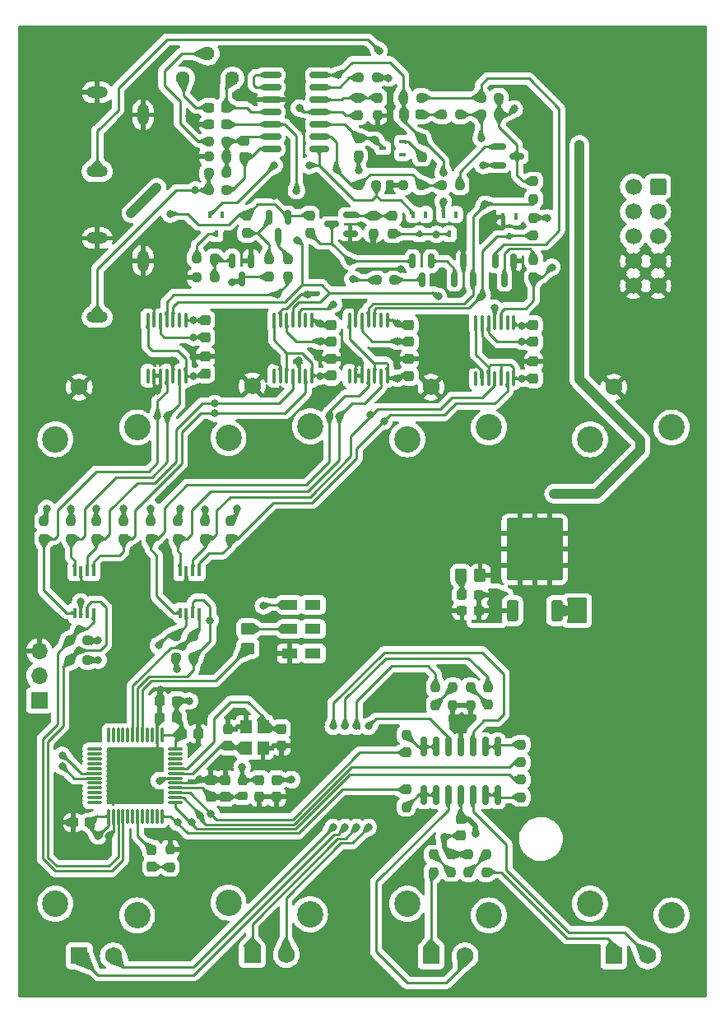
<source format=gbr>
%TF.GenerationSoftware,KiCad,Pcbnew,7.0.9*%
%TF.CreationDate,2024-11-09T18:37:16+13:00*%
%TF.ProjectId,ADSR Envelope,41445352-2045-46e7-9665-6c6f70652e6b,rev?*%
%TF.SameCoordinates,Original*%
%TF.FileFunction,Copper,L2,Bot*%
%TF.FilePolarity,Positive*%
%FSLAX46Y46*%
G04 Gerber Fmt 4.6, Leading zero omitted, Abs format (unit mm)*
G04 Created by KiCad (PCBNEW 7.0.9) date 2024-11-09 18:37:16*
%MOMM*%
%LPD*%
G01*
G04 APERTURE LIST*
G04 Aperture macros list*
%AMRoundRect*
0 Rectangle with rounded corners*
0 $1 Rounding radius*
0 $2 $3 $4 $5 $6 $7 $8 $9 X,Y pos of 4 corners*
0 Add a 4 corners polygon primitive as box body*
4,1,4,$2,$3,$4,$5,$6,$7,$8,$9,$2,$3,0*
0 Add four circle primitives for the rounded corners*
1,1,$1+$1,$2,$3*
1,1,$1+$1,$4,$5*
1,1,$1+$1,$6,$7*
1,1,$1+$1,$8,$9*
0 Add four rect primitives between the rounded corners*
20,1,$1+$1,$2,$3,$4,$5,0*
20,1,$1+$1,$4,$5,$6,$7,0*
20,1,$1+$1,$6,$7,$8,$9,0*
20,1,$1+$1,$8,$9,$2,$3,0*%
G04 Aperture macros list end*
%TA.AperFunction,ComponentPad*%
%ADD10R,1.750000X1.750000*%
%TD*%
%TA.AperFunction,ComponentPad*%
%ADD11C,1.750000*%
%TD*%
%TA.AperFunction,ComponentPad*%
%ADD12C,2.700000*%
%TD*%
%TA.AperFunction,ComponentPad*%
%ADD13O,2.200000X1.200000*%
%TD*%
%TA.AperFunction,ComponentPad*%
%ADD14O,1.200000X2.200000*%
%TD*%
%TA.AperFunction,SMDPad,CuDef*%
%ADD15RoundRect,0.237500X0.237500X-0.250000X0.237500X0.250000X-0.237500X0.250000X-0.237500X-0.250000X0*%
%TD*%
%TA.AperFunction,SMDPad,CuDef*%
%ADD16RoundRect,0.237500X0.250000X0.237500X-0.250000X0.237500X-0.250000X-0.237500X0.250000X-0.237500X0*%
%TD*%
%TA.AperFunction,SMDPad,CuDef*%
%ADD17R,0.450000X0.700000*%
%TD*%
%TA.AperFunction,SMDPad,CuDef*%
%ADD18RoundRect,0.237500X-0.237500X0.300000X-0.237500X-0.300000X0.237500X-0.300000X0.237500X0.300000X0*%
%TD*%
%TA.AperFunction,SMDPad,CuDef*%
%ADD19R,1.600000X1.000000*%
%TD*%
%TA.AperFunction,SMDPad,CuDef*%
%ADD20RoundRect,0.237500X0.237500X-0.300000X0.237500X0.300000X-0.237500X0.300000X-0.237500X-0.300000X0*%
%TD*%
%TA.AperFunction,SMDPad,CuDef*%
%ADD21RoundRect,0.237500X-0.250000X-0.237500X0.250000X-0.237500X0.250000X0.237500X-0.250000X0.237500X0*%
%TD*%
%TA.AperFunction,SMDPad,CuDef*%
%ADD22RoundRect,0.150000X0.587500X0.150000X-0.587500X0.150000X-0.587500X-0.150000X0.587500X-0.150000X0*%
%TD*%
%TA.AperFunction,SMDPad,CuDef*%
%ADD23RoundRect,0.150000X0.150000X-0.587500X0.150000X0.587500X-0.150000X0.587500X-0.150000X-0.587500X0*%
%TD*%
%TA.AperFunction,SMDPad,CuDef*%
%ADD24RoundRect,0.237500X-0.237500X0.250000X-0.237500X-0.250000X0.237500X-0.250000X0.237500X0.250000X0*%
%TD*%
%TA.AperFunction,SMDPad,CuDef*%
%ADD25RoundRect,0.250000X0.350000X0.450000X-0.350000X0.450000X-0.350000X-0.450000X0.350000X-0.450000X0*%
%TD*%
%TA.AperFunction,SMDPad,CuDef*%
%ADD26R,0.700000X0.450000*%
%TD*%
%TA.AperFunction,SMDPad,CuDef*%
%ADD27RoundRect,0.100000X0.100000X-0.637500X0.100000X0.637500X-0.100000X0.637500X-0.100000X-0.637500X0*%
%TD*%
%TA.AperFunction,SMDPad,CuDef*%
%ADD28R,0.400000X1.100000*%
%TD*%
%TA.AperFunction,SMDPad,CuDef*%
%ADD29RoundRect,0.250000X-0.450000X0.350000X-0.450000X-0.350000X0.450000X-0.350000X0.450000X0.350000X0*%
%TD*%
%TA.AperFunction,SMDPad,CuDef*%
%ADD30RoundRect,0.237500X-0.287500X-0.237500X0.287500X-0.237500X0.287500X0.237500X-0.287500X0.237500X0*%
%TD*%
%TA.AperFunction,SMDPad,CuDef*%
%ADD31RoundRect,0.237500X-0.300000X-0.237500X0.300000X-0.237500X0.300000X0.237500X-0.300000X0.237500X0*%
%TD*%
%TA.AperFunction,ComponentPad*%
%ADD32RoundRect,0.250000X0.600000X0.600000X-0.600000X0.600000X-0.600000X-0.600000X0.600000X-0.600000X0*%
%TD*%
%TA.AperFunction,ComponentPad*%
%ADD33C,1.700000*%
%TD*%
%TA.AperFunction,SMDPad,CuDef*%
%ADD34RoundRect,0.075000X0.662500X0.075000X-0.662500X0.075000X-0.662500X-0.075000X0.662500X-0.075000X0*%
%TD*%
%TA.AperFunction,SMDPad,CuDef*%
%ADD35RoundRect,0.075000X0.075000X0.662500X-0.075000X0.662500X-0.075000X-0.662500X0.075000X-0.662500X0*%
%TD*%
%TA.AperFunction,SMDPad,CuDef*%
%ADD36R,1.200000X1.400000*%
%TD*%
%TA.AperFunction,SMDPad,CuDef*%
%ADD37RoundRect,0.150000X-0.150000X0.587500X-0.150000X-0.587500X0.150000X-0.587500X0.150000X0.587500X0*%
%TD*%
%TA.AperFunction,SMDPad,CuDef*%
%ADD38RoundRect,0.218750X0.256250X-0.218750X0.256250X0.218750X-0.256250X0.218750X-0.256250X-0.218750X0*%
%TD*%
%TA.AperFunction,SMDPad,CuDef*%
%ADD39RoundRect,0.237500X0.300000X0.237500X-0.300000X0.237500X-0.300000X-0.237500X0.300000X-0.237500X0*%
%TD*%
%TA.AperFunction,ComponentPad*%
%ADD40C,1.440000*%
%TD*%
%TA.AperFunction,SMDPad,CuDef*%
%ADD41RoundRect,0.150000X-0.587500X-0.150000X0.587500X-0.150000X0.587500X0.150000X-0.587500X0.150000X0*%
%TD*%
%TA.AperFunction,SMDPad,CuDef*%
%ADD42RoundRect,0.150000X0.825000X0.150000X-0.825000X0.150000X-0.825000X-0.150000X0.825000X-0.150000X0*%
%TD*%
%TA.AperFunction,ComponentPad*%
%ADD43R,1.700000X1.700000*%
%TD*%
%TA.AperFunction,ComponentPad*%
%ADD44O,1.700000X1.700000*%
%TD*%
%TA.AperFunction,SMDPad,CuDef*%
%ADD45RoundRect,0.250000X0.350000X-0.850000X0.350000X0.850000X-0.350000X0.850000X-0.350000X-0.850000X0*%
%TD*%
%TA.AperFunction,SMDPad,CuDef*%
%ADD46RoundRect,0.250000X1.125000X-1.275000X1.125000X1.275000X-1.125000X1.275000X-1.125000X-1.275000X0*%
%TD*%
%TA.AperFunction,SMDPad,CuDef*%
%ADD47RoundRect,0.249997X2.650003X-2.950003X2.650003X2.950003X-2.650003X2.950003X-2.650003X-2.950003X0*%
%TD*%
%TA.AperFunction,SMDPad,CuDef*%
%ADD48RoundRect,0.150000X-0.150000X0.825000X-0.150000X-0.825000X0.150000X-0.825000X0.150000X0.825000X0*%
%TD*%
%TA.AperFunction,SMDPad,CuDef*%
%ADD49RoundRect,0.237500X0.237500X-0.287500X0.237500X0.287500X-0.237500X0.287500X-0.237500X-0.287500X0*%
%TD*%
%TA.AperFunction,ViaPad*%
%ADD50C,0.800000*%
%TD*%
%TA.AperFunction,Conductor*%
%ADD51C,0.250000*%
%TD*%
%TA.AperFunction,Conductor*%
%ADD52C,1.000000*%
%TD*%
%TA.AperFunction,Conductor*%
%ADD53C,0.500000*%
%TD*%
G04 APERTURE END LIST*
D10*
%TO.P,RV9,1,1*%
%TO.N,Net-(R41-Pad2)*%
X170250000Y-141020000D03*
D11*
%TO.P,RV9,2,2*%
%TO.N,Net-(U4C-+)*%
X173750000Y-141020000D03*
%TO.P,RV9,3,3*%
%TO.N,GND*%
X170250000Y-82520000D03*
D12*
%TO.P,RV9,MP*%
%TO.N,N/C*%
X176200000Y-136870000D03*
X167800000Y-135670000D03*
X167800000Y-87870000D03*
X176200000Y-86670000D03*
%TD*%
D13*
%TO.P,J2,S*%
%TO.N,GND*%
X117100000Y-67200000D03*
%TO.P,J2,T*%
%TO.N,/Analog/OUT*%
X117100000Y-75300000D03*
D14*
%TO.P,J2,TN*%
%TO.N,GND*%
X121800000Y-69500000D03*
%TD*%
D10*
%TO.P,RV6,1,1*%
%TO.N,Net-(R32-Pad2)*%
X115250000Y-141020000D03*
D11*
%TO.P,RV6,2,2*%
%TO.N,Net-(U4B-+)*%
X118750000Y-141020000D03*
%TO.P,RV6,3,3*%
%TO.N,GND*%
X115250000Y-82520000D03*
D12*
%TO.P,RV6,MP*%
%TO.N,N/C*%
X121200000Y-136870000D03*
X112800000Y-135670000D03*
X112800000Y-87870000D03*
X121200000Y-86670000D03*
%TD*%
D10*
%TO.P,RV7,1,1*%
%TO.N,Net-(R35-Pad2)*%
X133050000Y-140890000D03*
D11*
%TO.P,RV7,2,2*%
%TO.N,Net-(U4A-+)*%
X136550000Y-140890000D03*
%TO.P,RV7,3,3*%
%TO.N,GND*%
X133050000Y-82390000D03*
D12*
%TO.P,RV7,MP*%
%TO.N,N/C*%
X139000000Y-136740000D03*
X130600000Y-135540000D03*
X130600000Y-87740000D03*
X139000000Y-86540000D03*
%TD*%
D13*
%TO.P,J1,S*%
%TO.N,GND*%
X117100000Y-52200000D03*
%TO.P,J1,T*%
%TO.N,/Analog/GATE*%
X117100000Y-60300000D03*
D14*
%TO.P,J1,TN*%
%TO.N,GND*%
X121800000Y-54500000D03*
%TD*%
D10*
%TO.P,RV8,1,1*%
%TO.N,Net-(R38-Pad2)*%
X151450000Y-141020000D03*
D11*
%TO.P,RV8,2,2*%
%TO.N,Net-(U4D-+)*%
X154950000Y-141020000D03*
%TO.P,RV8,3,3*%
%TO.N,GND*%
X151450000Y-82520000D03*
D12*
%TO.P,RV8,MP*%
%TO.N,N/C*%
X157400000Y-136870000D03*
X149000000Y-135670000D03*
X149000000Y-87870000D03*
X157400000Y-86670000D03*
%TD*%
D15*
%TO.P,R34,1*%
%TO.N,+12V*%
X153700000Y-115225000D03*
%TO.P,R34,2*%
%TO.N,Net-(R34-Pad2)*%
X153700000Y-113400000D03*
%TD*%
D16*
%TO.P,R14,1*%
%TO.N,Net-(Q3-B)*%
X129162500Y-69250000D03*
%TO.P,R14,2*%
%TO.N,Net-(D2-K)*%
X127337500Y-69250000D03*
%TD*%
D17*
%TO.P,D2,1,A*%
%TO.N,Net-(D2-A)*%
X128700000Y-64750000D03*
%TO.P,D2,2,NC*%
%TO.N,unconnected-(D2-NC-Pad2)*%
X130000000Y-64750000D03*
%TO.P,D2,3,K*%
%TO.N,Net-(D2-K)*%
X129350000Y-66750000D03*
%TD*%
D15*
%TO.P,R49,1*%
%TO.N,ATTACK_SDA*%
X111600000Y-98112500D03*
%TO.P,R49,2*%
%TO.N,+3.3V*%
X111600000Y-96287500D03*
%TD*%
D17*
%TO.P,D4,1,A*%
%TO.N,/Analog/DETECT*%
X152700000Y-64750000D03*
%TO.P,D4,2,NC*%
%TO.N,unconnected-(D4-NC-Pad2)*%
X154000000Y-64750000D03*
%TO.P,D4,3,K*%
%TO.N,Net-(D3-K)*%
X153350000Y-66750000D03*
%TD*%
D18*
%TO.P,C22,1*%
%TO.N,GND*%
X128250000Y-79387500D03*
%TO.P,C22,2*%
%TO.N,+3.3V*%
X128250000Y-81112500D03*
%TD*%
D19*
%TO.P,SW2,1,A*%
%TO.N,+3.3V*%
X136900000Y-104900000D03*
%TO.P,SW2,2,B*%
%TO.N,/Microcontroller/SW_BOOT0*%
X136900000Y-107400000D03*
%TO.P,SW2,3,C*%
%TO.N,GND*%
X136900000Y-109900000D03*
%TO.P,SW2,4,A*%
%TO.N,unconnected-(SW2B-A-Pad4)*%
X139300000Y-104900000D03*
%TO.P,SW2,5,B*%
%TO.N,unconnected-(SW2B-B-Pad5)*%
X139300000Y-107400000D03*
%TO.P,SW2,6,C*%
%TO.N,unconnected-(SW2B-C-Pad6)*%
X139300000Y-109900000D03*
%TD*%
D15*
%TO.P,R48,1*%
%TO.N,ATTACK_SCL*%
X114400000Y-98112500D03*
%TO.P,R48,2*%
%TO.N,+3.3V*%
X114400000Y-96287500D03*
%TD*%
D20*
%TO.P,C14,1*%
%TO.N,GND*%
X135550000Y-124662500D03*
%TO.P,C14,2*%
%TO.N,Net-(U2-NRST)*%
X135550000Y-122937500D03*
%TD*%
D21*
%TO.P,R45,1*%
%TO.N,/Microcontroller/I2C2_SCL*%
X114287500Y-108600000D03*
%TO.P,R45,2*%
%TO.N,+3.3V*%
X116112500Y-108600000D03*
%TD*%
D16*
%TO.P,R28,1*%
%TO.N,Net-(C3-Pad1)*%
X130412500Y-62250000D03*
%TO.P,R28,2*%
%TO.N,/Analog/OUT*%
X128587500Y-62250000D03*
%TD*%
D15*
%TO.P,R6,1*%
%TO.N,Net-(D1-A)*%
X150500000Y-58832500D03*
%TO.P,R6,2*%
%TO.N,/Analog/DETECT*%
X150500000Y-57007500D03*
%TD*%
D22*
%TO.P,Q4,1,B*%
%TO.N,Net-(Q4-B)*%
X143125000Y-64800000D03*
%TO.P,Q4,2,E*%
%TO.N,GND*%
X143125000Y-66700000D03*
%TO.P,Q4,3,C*%
%TO.N,Net-(Q4-C)*%
X141250000Y-65750000D03*
%TD*%
D15*
%TO.P,R54,1*%
%TO.N,SUSTAIN_SCL*%
X125400000Y-98112500D03*
%TO.P,R54,2*%
%TO.N,+3.3V*%
X125400000Y-96287500D03*
%TD*%
D18*
%TO.P,C12,1*%
%TO.N,GND*%
X162000000Y-79887500D03*
%TO.P,C12,2*%
%TO.N,+3.3V*%
X162000000Y-81612500D03*
%TD*%
D23*
%TO.P,Q7,1,B*%
%TO.N,/Analog/SUSTAIN_B*%
X155750000Y-71437500D03*
%TO.P,Q7,2,E*%
%TO.N,Net-(Q6-E)*%
X153850000Y-71437500D03*
%TO.P,Q7,3,C*%
%TO.N,GND*%
X154800000Y-69562500D03*
%TD*%
D24*
%TO.P,R33,1*%
%TO.N,Net-(U4B--)*%
X160700000Y-119287500D03*
%TO.P,R33,2*%
%TO.N,/Microcontroller/ADC_ATTACK*%
X160700000Y-121112500D03*
%TD*%
D20*
%TO.P,C9,1*%
%TO.N,+3.3VA*%
X130300000Y-124662500D03*
%TO.P,C9,2*%
%TO.N,GND*%
X130300000Y-122937500D03*
%TD*%
D24*
%TO.P,R21,1*%
%TO.N,Net-(Q5-C)*%
X136750000Y-69337500D03*
%TO.P,R21,2*%
%TO.N,/Analog/ATTACK_B*%
X136750000Y-71162500D03*
%TD*%
D20*
%TO.P,C23,1*%
%TO.N,-12V*%
X128250000Y-77362500D03*
%TO.P,C23,2*%
%TO.N,+12V*%
X128250000Y-75637500D03*
%TD*%
D16*
%TO.P,R25,1*%
%TO.N,Net-(U1C--)*%
X130412500Y-58750000D03*
%TO.P,R25,2*%
%TO.N,GND*%
X128587500Y-58750000D03*
%TD*%
D15*
%TO.P,R43,1*%
%TO.N,Net-(D7-K)*%
X124600000Y-131912500D03*
%TO.P,R43,2*%
%TO.N,GND*%
X124600000Y-130087500D03*
%TD*%
D24*
%TO.P,R19,1*%
%TO.N,Net-(Q5-B)*%
X134750000Y-69337500D03*
%TO.P,R19,2*%
%TO.N,Net-(Q3-C)*%
X134750000Y-71162500D03*
%TD*%
D16*
%TO.P,R8,1*%
%TO.N,Net-(Q2-B)*%
X154412500Y-54500000D03*
%TO.P,R8,2*%
%TO.N,Net-(C1-Pad2)*%
X152587500Y-54500000D03*
%TD*%
D18*
%TO.P,C15,1*%
%TO.N,/Microcontroller/OSC_IN*%
X136050000Y-117687500D03*
%TO.P,C15,2*%
%TO.N,GND*%
X136050000Y-119412500D03*
%TD*%
D20*
%TO.P,C16,1*%
%TO.N,/Microcontroller/OSC_OUT*%
X130550000Y-119412500D03*
%TO.P,C16,2*%
%TO.N,GND*%
X130550000Y-117687500D03*
%TD*%
%TO.P,C10,1*%
%TO.N,+3.3VA*%
X128800000Y-124662500D03*
%TO.P,C10,2*%
%TO.N,GND*%
X128800000Y-122937500D03*
%TD*%
D15*
%TO.P,R51,1*%
%TO.N,DECAY_SDA*%
X117000000Y-98112500D03*
%TO.P,R51,2*%
%TO.N,+3.3V*%
X117000000Y-96287500D03*
%TD*%
D25*
%TO.P,R29,1*%
%TO.N,GND*%
X156500000Y-101900000D03*
%TO.P,R29,2*%
%TO.N,/Microcontroller/PWR_LED_K*%
X154500000Y-101900000D03*
%TD*%
D24*
%TO.P,R20,1*%
%TO.N,+12V*%
X139000000Y-64837500D03*
%TO.P,R20,2*%
%TO.N,Net-(Q4-C)*%
X139000000Y-66662500D03*
%TD*%
D26*
%TO.P,D1,1,A*%
%TO.N,Net-(D1-A)*%
X148500000Y-57270000D03*
%TO.P,D1,2,NC*%
%TO.N,unconnected-(D1-NC-Pad2)*%
X148500000Y-58570000D03*
%TO.P,D1,3,K*%
%TO.N,Net-(D1-K)*%
X146500000Y-57920000D03*
%TD*%
D27*
%TO.P,U12,1,VL*%
%TO.N,+3.3V*%
X139200000Y-81362500D03*
%TO.P,U12,2,SCL*%
%TO.N,DECAY_SCL*%
X138550000Y-81362500D03*
%TO.P,U12,3,A1*%
%TO.N,GND*%
X137900000Y-81362500D03*
%TO.P,U12,4,SDA*%
%TO.N,DECAY_SDA*%
X137250000Y-81362500D03*
%TO.P,U12,5,A0*%
%TO.N,+3.3V*%
X136600000Y-81362500D03*
%TO.P,U12,6,~{WLAT}*%
%TO.N,GND*%
X135950000Y-81362500D03*
%TO.P,U12,7,NC*%
%TO.N,unconnected-(U12-NC-Pad7)*%
X135300000Y-81362500D03*
%TO.P,U12,8,~{SHDN}*%
%TO.N,+3.3V*%
X135300000Y-75637500D03*
%TO.P,U12,9,DGND*%
%TO.N,GND*%
X135950000Y-75637500D03*
%TO.P,U12,10,V-*%
%TO.N,-12V*%
X136600000Y-75637500D03*
%TO.P,U12,11,P0B*%
%TO.N,/Analog/Envelope*%
X137250000Y-75637500D03*
%TO.P,U12,12,P0W*%
%TO.N,/Analog/DECAY_W*%
X137900000Y-75637500D03*
%TO.P,U12,13,P0A*%
%TO.N,unconnected-(U12-P0A-Pad13)*%
X138550000Y-75637500D03*
%TO.P,U12,14,V+*%
%TO.N,+12V*%
X139200000Y-75637500D03*
%TD*%
D28*
%TO.P,U9,1,SCL*%
%TO.N,/Microcontroller/I2C2_SCL*%
X116725000Y-105750000D03*
%TO.P,U9,2,SDA*%
%TO.N,/Microcontroller/I2C2_SDA*%
X116075000Y-105750000D03*
%TO.P,U9,3,VDD*%
%TO.N,+3.3V*%
X115425000Y-105750000D03*
%TO.P,U9,4,SD0*%
%TO.N,ATTACK_SDA*%
X114775000Y-105750000D03*
%TO.P,U9,5,SC0*%
%TO.N,ATTACK_SCL*%
X114775000Y-101450000D03*
%TO.P,U9,6,VSS*%
%TO.N,GND*%
X115425000Y-101450000D03*
%TO.P,U9,7,SD1*%
%TO.N,DECAY_SDA*%
X116075000Y-101450000D03*
%TO.P,U9,8,SC1*%
%TO.N,DECAY_SCL*%
X116725000Y-101450000D03*
%TD*%
D15*
%TO.P,R50,1*%
%TO.N,DECAY_SCL*%
X119800000Y-98112500D03*
%TO.P,R50,2*%
%TO.N,+3.3V*%
X119800000Y-96287500D03*
%TD*%
D16*
%TO.P,R47,1*%
%TO.N,/Microcontroller/I2C1_SCL*%
X127012500Y-108100000D03*
%TO.P,R47,2*%
%TO.N,+3.3V*%
X125187500Y-108100000D03*
%TD*%
D15*
%TO.P,R23,1*%
%TO.N,/Analog/SUSTAIN_W*%
X162000000Y-66912500D03*
%TO.P,R23,2*%
%TO.N,-12V*%
X162000000Y-65087500D03*
%TD*%
D28*
%TO.P,U10,1,SCL*%
%TO.N,/Microcontroller/I2C1_SCL*%
X127575000Y-105750000D03*
%TO.P,U10,2,SDA*%
%TO.N,/Microcontroller/I2C1_SDA*%
X126925000Y-105750000D03*
%TO.P,U10,3,VDD*%
%TO.N,+3.3V*%
X126275000Y-105750000D03*
%TO.P,U10,4,SD0*%
%TO.N,SUSTAIN_SDA*%
X125625000Y-105750000D03*
%TO.P,U10,5,SC0*%
%TO.N,SUSTAIN_SCL*%
X125625000Y-101450000D03*
%TO.P,U10,6,VSS*%
%TO.N,GND*%
X126275000Y-101450000D03*
%TO.P,U10,7,SD1*%
%TO.N,RELEASE_SDA*%
X126925000Y-101450000D03*
%TO.P,U10,8,SC1*%
%TO.N,RELEASE_SCL*%
X127575000Y-101450000D03*
%TD*%
D20*
%TO.P,C17,1*%
%TO.N,+12V*%
X154500000Y-128662500D03*
%TO.P,C17,2*%
%TO.N,-12V*%
X154500000Y-126937500D03*
%TD*%
D29*
%TO.P,R30,1*%
%TO.N,/Microcontroller/SW_BOOT0*%
X132600000Y-107400000D03*
%TO.P,R30,2*%
%TO.N,/Microcontroller/BOOT0*%
X132600000Y-109400000D03*
%TD*%
D15*
%TO.P,R39,1*%
%TO.N,Net-(U4D--)*%
X148900000Y-125712500D03*
%TO.P,R39,2*%
%TO.N,/Microcontroller/ADC_SUSTAIN*%
X148900000Y-123887500D03*
%TD*%
D20*
%TO.P,C25,1*%
%TO.N,-12V*%
X141200000Y-77862500D03*
%TO.P,C25,2*%
%TO.N,+12V*%
X141200000Y-76137500D03*
%TD*%
D30*
%TO.P,D6,1,K*%
%TO.N,/Microcontroller/PWR_LED_K*%
X154625000Y-103900000D03*
%TO.P,D6,2,A*%
%TO.N,+3.3V*%
X156375000Y-103900000D03*
%TD*%
D15*
%TO.P,R32,1*%
%TO.N,Net-(R31-Pad2)*%
X157300000Y-115200000D03*
%TO.P,R32,2*%
%TO.N,Net-(R32-Pad2)*%
X157300000Y-113375000D03*
%TD*%
D24*
%TO.P,R38,1*%
%TO.N,Net-(R37-Pad2)*%
X151700000Y-130600000D03*
%TO.P,R38,2*%
%TO.N,Net-(R38-Pad2)*%
X151700000Y-132425000D03*
%TD*%
D31*
%TO.P,C2,1*%
%TO.N,GND*%
X128637500Y-55500000D03*
%TO.P,C2,2*%
%TO.N,/Analog/Envelope*%
X130362500Y-55500000D03*
%TD*%
D16*
%TO.P,R12,1*%
%TO.N,Net-(U1B--)*%
X150412500Y-61750000D03*
%TO.P,R12,2*%
%TO.N,GND*%
X148587500Y-61750000D03*
%TD*%
D32*
%TO.P,J3,1,Pin_1*%
%TO.N,Net-(D8-A)*%
X174790000Y-61920000D03*
D33*
%TO.P,J3,2,Pin_2*%
%TO.N,Net-(D9-K)*%
X172250000Y-61920000D03*
%TO.P,J3,3,Pin_3*%
%TO.N,Net-(D8-A)*%
X174790000Y-64460000D03*
%TO.P,J3,4,Pin_4*%
%TO.N,Net-(D9-K)*%
X172250000Y-64460000D03*
%TO.P,J3,5,Pin_5*%
%TO.N,Net-(D8-A)*%
X174790000Y-67000000D03*
%TO.P,J3,6,Pin_6*%
%TO.N,Net-(D9-K)*%
X172250000Y-67000000D03*
%TO.P,J3,7,Pin_7*%
%TO.N,GND*%
X174790000Y-69540000D03*
%TO.P,J3,8,Pin_8*%
X172250000Y-69540000D03*
%TO.P,J3,9,Pin_9*%
X174790000Y-72080000D03*
%TO.P,J3,10,Pin_10*%
X172250000Y-72080000D03*
%TD*%
D34*
%TO.P,U2,1,VDD*%
%TO.N,+3.3V*%
X125162500Y-119750000D03*
%TO.P,U2,2,PC13*%
%TO.N,unconnected-(U2-PC13-Pad2)*%
X125162500Y-120250000D03*
%TO.P,U2,3,PC14*%
%TO.N,unconnected-(U2-PC14-Pad3)*%
X125162500Y-120750000D03*
%TO.P,U2,4,PC15*%
%TO.N,unconnected-(U2-PC15-Pad4)*%
X125162500Y-121250000D03*
%TO.P,U2,5,PF0*%
%TO.N,/Microcontroller/OSC_IN*%
X125162500Y-121750000D03*
%TO.P,U2,6,PF1*%
%TO.N,/Microcontroller/OSC_OUT*%
X125162500Y-122250000D03*
%TO.P,U2,7,NRST*%
%TO.N,Net-(U2-NRST)*%
X125162500Y-122750000D03*
%TO.P,U2,8,VSSA*%
%TO.N,GND*%
X125162500Y-123250000D03*
%TO.P,U2,9,VDDA*%
%TO.N,+3.3VA*%
X125162500Y-123750000D03*
%TO.P,U2,10,PA0*%
%TO.N,/Microcontroller/ADC_DECAY*%
X125162500Y-124250000D03*
%TO.P,U2,11,PA1*%
%TO.N,/Microcontroller/ADC_ATTACK*%
X125162500Y-124750000D03*
%TO.P,U2,12,PA2*%
%TO.N,/Microcontroller/ADC_RELEASE*%
X125162500Y-125250000D03*
D35*
%TO.P,U2,13,PA3*%
%TO.N,/Microcontroller/ADC_SUSTAIN*%
X123750000Y-126662500D03*
%TO.P,U2,14,PA4*%
%TO.N,unconnected-(U2-PA4-Pad14)*%
X123250000Y-126662500D03*
%TO.P,U2,15,PA5*%
%TO.N,unconnected-(U2-PA5-Pad15)*%
X122750000Y-126662500D03*
%TO.P,U2,16,PA6*%
%TO.N,unconnected-(U2-PA6-Pad16)*%
X122250000Y-126662500D03*
%TO.P,U2,17,PA7*%
%TO.N,unconnected-(U2-PA7-Pad17)*%
X121750000Y-126662500D03*
%TO.P,U2,18,PB0*%
%TO.N,Net-(D7-A)*%
X121250000Y-126662500D03*
%TO.P,U2,19,PB1*%
%TO.N,unconnected-(U2-PB1-Pad19)*%
X120750000Y-126662500D03*
%TO.P,U2,20,PB2*%
%TO.N,unconnected-(U2-PB2-Pad20)*%
X120250000Y-126662500D03*
%TO.P,U2,21,PB10*%
%TO.N,/Microcontroller/I2C2_SCL*%
X119750000Y-126662500D03*
%TO.P,U2,22,PB11*%
%TO.N,/Microcontroller/I2C2_SDA*%
X119250000Y-126662500D03*
%TO.P,U2,23,VSS*%
%TO.N,GND*%
X118750000Y-126662500D03*
%TO.P,U2,24,VDD*%
%TO.N,+3.3V*%
X118250000Y-126662500D03*
D34*
%TO.P,U2,25,PB12*%
%TO.N,unconnected-(U2-PB12-Pad25)*%
X116837500Y-125250000D03*
%TO.P,U2,26,PB13*%
%TO.N,unconnected-(U2-PB13-Pad26)*%
X116837500Y-124750000D03*
%TO.P,U2,27,PB14*%
%TO.N,unconnected-(U2-PB14-Pad27)*%
X116837500Y-124250000D03*
%TO.P,U2,28,PB15*%
%TO.N,unconnected-(U2-PB15-Pad28)*%
X116837500Y-123750000D03*
%TO.P,U2,29,PA8*%
%TO.N,unconnected-(U2-PA8-Pad29)*%
X116837500Y-123250000D03*
%TO.P,U2,30,PA9*%
%TO.N,/Microcontroller/USART1_TX*%
X116837500Y-122750000D03*
%TO.P,U2,31,PA10*%
%TO.N,/Microcontroller/USART1_RX*%
X116837500Y-122250000D03*
%TO.P,U2,32,PA11*%
%TO.N,unconnected-(U2-PA11-Pad32)*%
X116837500Y-121750000D03*
%TO.P,U2,33,PA12*%
%TO.N,unconnected-(U2-PA12-Pad33)*%
X116837500Y-121250000D03*
%TO.P,U2,34,PA13*%
%TO.N,unconnected-(U2-PA13-Pad34)*%
X116837500Y-120750000D03*
%TO.P,U2,35,PF6*%
%TO.N,unconnected-(U2-PF6-Pad35)*%
X116837500Y-120250000D03*
%TO.P,U2,36,PF7*%
%TO.N,unconnected-(U2-PF7-Pad36)*%
X116837500Y-119750000D03*
D35*
%TO.P,U2,37,PA14*%
%TO.N,unconnected-(U2-PA14-Pad37)*%
X118250000Y-118337500D03*
%TO.P,U2,38,PA15*%
%TO.N,unconnected-(U2-PA15-Pad38)*%
X118750000Y-118337500D03*
%TO.P,U2,39,PB3*%
%TO.N,unconnected-(U2-PB3-Pad39)*%
X119250000Y-118337500D03*
%TO.P,U2,40,PB4*%
%TO.N,unconnected-(U2-PB4-Pad40)*%
X119750000Y-118337500D03*
%TO.P,U2,41,PB5*%
%TO.N,unconnected-(U2-PB5-Pad41)*%
X120250000Y-118337500D03*
%TO.P,U2,42,PB6*%
%TO.N,/Microcontroller/I2C1_SCL*%
X120750000Y-118337500D03*
%TO.P,U2,43,PB7*%
%TO.N,/Microcontroller/I2C1_SDA*%
X121250000Y-118337500D03*
%TO.P,U2,44,BOOT0*%
%TO.N,/Microcontroller/BOOT0*%
X121750000Y-118337500D03*
%TO.P,U2,45,PB8*%
%TO.N,unconnected-(U2-PB8-Pad45)*%
X122250000Y-118337500D03*
%TO.P,U2,46,PB9*%
%TO.N,unconnected-(U2-PB9-Pad46)*%
X122750000Y-118337500D03*
%TO.P,U2,47,VSS*%
%TO.N,GND*%
X123250000Y-118337500D03*
%TO.P,U2,48,VDD*%
%TO.N,+3.3V*%
X123750000Y-118337500D03*
%TD*%
D20*
%TO.P,C3,1*%
%TO.N,Net-(C3-Pad1)*%
X132250000Y-58862500D03*
%TO.P,C3,2*%
%TO.N,Net-(U1C--)*%
X132250000Y-57137500D03*
%TD*%
D24*
%TO.P,R40,1*%
%TO.N,+12V*%
X155300000Y-130600000D03*
%TO.P,R40,2*%
%TO.N,Net-(R40-Pad2)*%
X155300000Y-132425000D03*
%TD*%
D18*
%TO.P,C24,1*%
%TO.N,GND*%
X141200000Y-79611310D03*
%TO.P,C24,2*%
%TO.N,+3.3V*%
X141200000Y-81336310D03*
%TD*%
D24*
%TO.P,R36,1*%
%TO.N,Net-(U4A--)*%
X148900000Y-118287500D03*
%TO.P,R36,2*%
%TO.N,/Microcontroller/ADC_DECAY*%
X148900000Y-120112500D03*
%TD*%
D15*
%TO.P,R52,1*%
%TO.N,RELEASE_SCL*%
X130800000Y-98112500D03*
%TO.P,R52,2*%
%TO.N,+3.3V*%
X130800000Y-96287500D03*
%TD*%
D24*
%TO.P,R2,1*%
%TO.N,Net-(U1A-+)*%
X143950000Y-52757500D03*
%TO.P,R2,2*%
%TO.N,+12V*%
X143950000Y-54582500D03*
%TD*%
D16*
%TO.P,R46,1*%
%TO.N,/Microcontroller/I2C1_SDA*%
X127012500Y-110300000D03*
%TO.P,R46,2*%
%TO.N,+3.3V*%
X125187500Y-110300000D03*
%TD*%
D36*
%TO.P,Y1,1,1*%
%TO.N,/Microcontroller/OSC_IN*%
X134150000Y-117450000D03*
%TO.P,Y1,2,2*%
%TO.N,GND*%
X134150000Y-119650000D03*
%TO.P,Y1,3,3*%
%TO.N,/Microcontroller/OSC_OUT*%
X132450000Y-119650000D03*
%TO.P,Y1,4,4*%
%TO.N,GND*%
X132450000Y-117450000D03*
%TD*%
D15*
%TO.P,R55,1*%
%TO.N,SUSTAIN_SDA*%
X122600000Y-98112500D03*
%TO.P,R55,2*%
%TO.N,+3.3V*%
X122600000Y-96287500D03*
%TD*%
D27*
%TO.P,U5,1,VL*%
%TO.N,+3.3V*%
X126200000Y-81362500D03*
%TO.P,U5,2,SCL*%
%TO.N,ATTACK_SCL*%
X125550000Y-81362500D03*
%TO.P,U5,3,A1*%
%TO.N,GND*%
X124900000Y-81362500D03*
%TO.P,U5,4,SDA*%
%TO.N,ATTACK_SDA*%
X124250000Y-81362500D03*
%TO.P,U5,5,A0*%
%TO.N,GND*%
X123600000Y-81362500D03*
%TO.P,U5,6,~{WLAT}*%
X122950000Y-81362500D03*
%TO.P,U5,7,NC*%
%TO.N,unconnected-(U5-NC-Pad7)*%
X122300000Y-81362500D03*
%TO.P,U5,8,~{SHDN}*%
%TO.N,+3.3V*%
X122300000Y-75637500D03*
%TO.P,U5,9,DGND*%
%TO.N,GND*%
X122950000Y-75637500D03*
%TO.P,U5,10,V-*%
%TO.N,-12V*%
X123600000Y-75637500D03*
%TO.P,U5,11,P0B*%
%TO.N,/Analog/ATTACK_B*%
X124250000Y-75637500D03*
%TO.P,U5,12,P0W*%
%TO.N,/Analog/Envelope*%
X124900000Y-75637500D03*
%TO.P,U5,13,P0A*%
%TO.N,unconnected-(U5-P0A-Pad13)*%
X125550000Y-75637500D03*
%TO.P,U5,14,V+*%
%TO.N,+12V*%
X126200000Y-75637500D03*
%TD*%
D37*
%TO.P,Q1,1,B*%
%TO.N,Net-(Q1-B)*%
X158050000Y-69562500D03*
%TO.P,Q1,2,E*%
%TO.N,GND*%
X159950000Y-69562500D03*
%TO.P,Q1,3,C*%
%TO.N,Net-(Q1-C)*%
X159000000Y-71437500D03*
%TD*%
D21*
%TO.P,R22,1*%
%TO.N,/Analog/DECAY_W*%
X145837500Y-71500000D03*
%TO.P,R22,2*%
%TO.N,Net-(Q6-C)*%
X147662500Y-71500000D03*
%TD*%
D38*
%TO.P,FB1,1*%
%TO.N,+3.3VA*%
X132050000Y-124587500D03*
%TO.P,FB1,2*%
%TO.N,+3.3V*%
X132050000Y-123012500D03*
%TD*%
D39*
%TO.P,C7,1*%
%TO.N,+3.3V*%
X125262500Y-116500000D03*
%TO.P,C7,2*%
%TO.N,GND*%
X123537500Y-116500000D03*
%TD*%
D15*
%TO.P,R9,1*%
%TO.N,/Analog/OUT*%
X143975000Y-58725000D03*
%TO.P,R9,2*%
%TO.N,Net-(D1-K)*%
X143975000Y-56900000D03*
%TD*%
D24*
%TO.P,R17,1*%
%TO.N,Net-(Q4-B)*%
X145500000Y-64875000D03*
%TO.P,R17,2*%
%TO.N,GND*%
X145500000Y-66700000D03*
%TD*%
D31*
%TO.P,C6,1*%
%TO.N,+3.3V*%
X125800000Y-118200000D03*
%TO.P,C6,2*%
%TO.N,GND*%
X127525000Y-118200000D03*
%TD*%
D15*
%TO.P,R42,1*%
%TO.N,Net-(U4C--)*%
X160700000Y-124712500D03*
%TO.P,R42,2*%
%TO.N,/Microcontroller/ADC_RELEASE*%
X160700000Y-122887500D03*
%TD*%
D21*
%TO.P,R44,1*%
%TO.N,/Microcontroller/I2C2_SDA*%
X114287500Y-110600000D03*
%TO.P,R44,2*%
%TO.N,+3.3V*%
X116112500Y-110600000D03*
%TD*%
D17*
%TO.P,D5,1,A*%
%TO.N,GND*%
X158850000Y-65000000D03*
%TO.P,D5,2,NC*%
%TO.N,unconnected-(D5-NC-Pad2)*%
X160150000Y-65000000D03*
%TO.P,D5,3,K*%
%TO.N,/Analog/SUSTAIN_W*%
X159500000Y-67000000D03*
%TD*%
D31*
%TO.P,C4,1*%
%TO.N,+12V*%
X128637500Y-53750000D03*
%TO.P,C4,2*%
%TO.N,-12V*%
X130362500Y-53750000D03*
%TD*%
D39*
%TO.P,C8,1*%
%TO.N,+3.3V*%
X116362500Y-127300000D03*
%TO.P,C8,2*%
%TO.N,GND*%
X114637500Y-127300000D03*
%TD*%
%TO.P,C13,1*%
%TO.N,+3.3V*%
X156362500Y-105500000D03*
%TO.P,C13,2*%
%TO.N,GND*%
X154637500Y-105500000D03*
%TD*%
D40*
%TO.P,RV5,1,1*%
%TO.N,-12V*%
X131000000Y-50750000D03*
%TO.P,RV5,2,2*%
%TO.N,Net-(R26-Pad2)*%
X128460000Y-48210000D03*
%TO.P,RV5,3,3*%
%TO.N,+12V*%
X125920000Y-50750000D03*
%TD*%
D41*
%TO.P,Q2,1,B*%
%TO.N,Net-(Q2-B)*%
X158375000Y-59700000D03*
%TO.P,Q2,2,E*%
%TO.N,Net-(Q2-E)*%
X158375000Y-57800000D03*
%TO.P,Q2,3,C*%
%TO.N,+12V*%
X160250000Y-58750000D03*
%TD*%
D17*
%TO.P,D3,1,A*%
%TO.N,Net-(D2-A)*%
X149600000Y-64750000D03*
%TO.P,D3,2,NC*%
%TO.N,unconnected-(D3-NC-Pad2)*%
X150900000Y-64750000D03*
%TO.P,D3,3,K*%
%TO.N,Net-(D3-K)*%
X150250000Y-66750000D03*
%TD*%
D42*
%TO.P,U1,1*%
%TO.N,/Analog/DETECT*%
X139950000Y-50400000D03*
%TO.P,U1,2,-*%
%TO.N,Net-(U1A--)*%
X139950000Y-51670000D03*
%TO.P,U1,3,+*%
%TO.N,Net-(U1A-+)*%
X139950000Y-52940000D03*
%TO.P,U1,4,V+*%
%TO.N,+12V*%
X139950000Y-54210000D03*
%TO.P,U1,5,+*%
%TO.N,Net-(D1-K)*%
X139950000Y-55480000D03*
%TO.P,U1,6,-*%
%TO.N,Net-(U1B--)*%
X139950000Y-56750000D03*
%TO.P,U1,7*%
%TO.N,Net-(D2-A)*%
X139950000Y-58020000D03*
%TO.P,U1,8*%
%TO.N,Net-(C3-Pad1)*%
X135000000Y-58020000D03*
%TO.P,U1,9,-*%
%TO.N,Net-(U1C--)*%
X135000000Y-56750000D03*
%TO.P,U1,10,+*%
%TO.N,/Analog/Envelope*%
X135000000Y-55480000D03*
%TO.P,U1,11,V-*%
%TO.N,-12V*%
X135000000Y-54210000D03*
%TO.P,U1,12,+*%
%TO.N,GND*%
X135000000Y-52940000D03*
%TO.P,U1,13,-*%
%TO.N,Net-(U1D--)*%
X135000000Y-51670000D03*
%TO.P,U1,14*%
X135000000Y-50400000D03*
%TD*%
D16*
%TO.P,R26,1*%
%TO.N,Net-(U1C--)*%
X130412500Y-57250000D03*
%TO.P,R26,2*%
%TO.N,Net-(R26-Pad2)*%
X128587500Y-57250000D03*
%TD*%
D27*
%TO.P,U13,1,VL*%
%TO.N,+3.3V*%
X146950000Y-81362500D03*
%TO.P,U13,2,SCL*%
%TO.N,SUSTAIN_SCL*%
X146300000Y-81362500D03*
%TO.P,U13,3,A1*%
%TO.N,+3.3V*%
X145650000Y-81362500D03*
%TO.P,U13,4,SDA*%
%TO.N,SUSTAIN_SDA*%
X145000000Y-81362500D03*
%TO.P,U13,5,A0*%
%TO.N,GND*%
X144350000Y-81362500D03*
%TO.P,U13,6,~{WLAT}*%
X143700000Y-81362500D03*
%TO.P,U13,7,NC*%
%TO.N,unconnected-(U13-NC-Pad7)*%
X143050000Y-81362500D03*
%TO.P,U13,8,~{SHDN}*%
%TO.N,+3.3V*%
X143050000Y-75637500D03*
%TO.P,U13,9,DGND*%
%TO.N,GND*%
X143700000Y-75637500D03*
%TO.P,U13,10,V-*%
%TO.N,-12V*%
X144350000Y-75637500D03*
%TO.P,U13,11,P0B*%
%TO.N,/Analog/SUSTAIN_B*%
X145000000Y-75637500D03*
%TO.P,U13,12,P0W*%
%TO.N,/Analog/SUSTAIN_W*%
X145650000Y-75637500D03*
%TO.P,U13,13,P0A*%
%TO.N,unconnected-(U13-P0A-Pad13)*%
X146300000Y-75637500D03*
%TO.P,U13,14,V+*%
%TO.N,+12V*%
X146950000Y-75637500D03*
%TD*%
D24*
%TO.P,R24,1*%
%TO.N,+12V*%
X162000000Y-61337500D03*
%TO.P,R24,2*%
%TO.N,/Analog/SUSTAIN_B*%
X162000000Y-63162500D03*
%TD*%
%TO.P,R41,1*%
%TO.N,Net-(R40-Pad2)*%
X157100000Y-130600000D03*
%TO.P,R41,2*%
%TO.N,Net-(R41-Pad2)*%
X157100000Y-132425000D03*
%TD*%
D16*
%TO.P,R13,1*%
%TO.N,Net-(D2-A)*%
X145812500Y-61750000D03*
%TO.P,R13,2*%
%TO.N,Net-(U1B--)*%
X143987500Y-61750000D03*
%TD*%
%TO.P,R27,1*%
%TO.N,Net-(U1C--)*%
X130412500Y-60500000D03*
%TO.P,R27,2*%
%TO.N,/Analog/OUT*%
X128587500Y-60500000D03*
%TD*%
D43*
%TO.P,J4,1,Pin_1*%
%TO.N,/Microcontroller/USART1_TX*%
X111125000Y-114725000D03*
D44*
%TO.P,J4,2,Pin_2*%
%TO.N,/Microcontroller/USART1_RX*%
X111125000Y-112185000D03*
%TO.P,J4,3,Pin_3*%
%TO.N,GND*%
X111125000Y-109645000D03*
%TD*%
D37*
%TO.P,Q3,1,B*%
%TO.N,Net-(Q3-B)*%
X131000000Y-69500000D03*
%TO.P,Q3,2,E*%
%TO.N,GND*%
X132900000Y-69500000D03*
%TO.P,Q3,3,C*%
%TO.N,Net-(Q3-C)*%
X131950000Y-71375000D03*
%TD*%
D15*
%TO.P,R31,1*%
%TO.N,+12V*%
X155500000Y-115225000D03*
%TO.P,R31,2*%
%TO.N,Net-(R31-Pad2)*%
X155500000Y-113400000D03*
%TD*%
D16*
%TO.P,R11,1*%
%TO.N,Net-(Q2-E)*%
X154412500Y-61750000D03*
%TO.P,R11,2*%
%TO.N,Net-(U1B--)*%
X152587500Y-61750000D03*
%TD*%
D37*
%TO.P,Q6,1,B*%
%TO.N,Net-(Q4-C)*%
X149550000Y-69562500D03*
%TO.P,Q6,2,E*%
%TO.N,Net-(Q6-E)*%
X151450000Y-69562500D03*
%TO.P,Q6,3,C*%
%TO.N,Net-(Q6-C)*%
X150500000Y-71437500D03*
%TD*%
D27*
%TO.P,U3,1,VL*%
%TO.N,+3.3V*%
X159950000Y-81612500D03*
%TO.P,U3,2,SCL*%
%TO.N,RELEASE_SCL*%
X159300000Y-81612500D03*
%TO.P,U3,3,A1*%
%TO.N,+3.3V*%
X158650000Y-81612500D03*
%TO.P,U3,4,SDA*%
%TO.N,RELEASE_SDA*%
X158000000Y-81612500D03*
%TO.P,U3,5,A0*%
%TO.N,+3.3V*%
X157350000Y-81612500D03*
%TO.P,U3,6,~{WLAT}*%
%TO.N,GND*%
X156700000Y-81612500D03*
%TO.P,U3,7,NC*%
%TO.N,unconnected-(U3-NC-Pad7)*%
X156050000Y-81612500D03*
%TO.P,U3,8,~{SHDN}*%
%TO.N,+3.3V*%
X156050000Y-75887500D03*
%TO.P,U3,9,DGND*%
%TO.N,GND*%
X156700000Y-75887500D03*
%TO.P,U3,10,V-*%
%TO.N,-12V*%
X157350000Y-75887500D03*
%TO.P,U3,11,P0B*%
%TO.N,/Analog/Envelope*%
X158000000Y-75887500D03*
%TO.P,U3,12,P0W*%
%TO.N,/Analog/RELEASE_W*%
X158650000Y-75887500D03*
%TO.P,U3,13,P0A*%
%TO.N,unconnected-(U3-P0A-Pad13)*%
X159300000Y-75887500D03*
%TO.P,U3,14,V+*%
%TO.N,+12V*%
X159950000Y-75887500D03*
%TD*%
D21*
%TO.P,R1,1*%
%TO.N,Net-(U1A--)*%
X144037500Y-50670000D03*
%TO.P,R1,2*%
%TO.N,/Analog/GATE*%
X145862500Y-50670000D03*
%TD*%
D20*
%TO.P,C21,1*%
%TO.N,-12V*%
X162000000Y-77862500D03*
%TO.P,C21,2*%
%TO.N,+12V*%
X162000000Y-76137500D03*
%TD*%
D45*
%TO.P,U11,1,VI*%
%TO.N,+12V*%
X164380000Y-105500000D03*
D46*
%TO.P,U11,2,GND*%
%TO.N,GND*%
X160575000Y-100875000D03*
X163625000Y-100875000D03*
D47*
X162100000Y-99200000D03*
D46*
X160575000Y-97525000D03*
X163625000Y-97525000D03*
D45*
%TO.P,U11,3,VO*%
%TO.N,+3.3V*%
X159820000Y-105500000D03*
%TD*%
D20*
%TO.P,C27,1*%
%TO.N,-12V*%
X149200000Y-77862500D03*
%TO.P,C27,2*%
%TO.N,+12V*%
X149200000Y-76137500D03*
%TD*%
D48*
%TO.P,U4,1*%
%TO.N,Net-(U4A--)*%
X150690000Y-119525000D03*
%TO.P,U4,2,-*%
X151960000Y-119525000D03*
%TO.P,U4,3,+*%
%TO.N,Net-(U4A-+)*%
X153230000Y-119525000D03*
%TO.P,U4,4,V+*%
%TO.N,+12V*%
X154500000Y-119525000D03*
%TO.P,U4,5,+*%
%TO.N,Net-(U4B-+)*%
X155770000Y-119525000D03*
%TO.P,U4,6,-*%
%TO.N,Net-(U4B--)*%
X157040000Y-119525000D03*
%TO.P,U4,7*%
X158310000Y-119525000D03*
%TO.P,U4,8*%
%TO.N,Net-(U4C--)*%
X158310000Y-124475000D03*
%TO.P,U4,9,-*%
X157040000Y-124475000D03*
%TO.P,U4,10,+*%
%TO.N,Net-(U4C-+)*%
X155770000Y-124475000D03*
%TO.P,U4,11,V-*%
%TO.N,-12V*%
X154500000Y-124475000D03*
%TO.P,U4,12,+*%
%TO.N,Net-(U4D-+)*%
X153230000Y-124475000D03*
%TO.P,U4,13,-*%
%TO.N,Net-(U4D--)*%
X151960000Y-124475000D03*
%TO.P,U4,14*%
X150690000Y-124475000D03*
%TD*%
D15*
%TO.P,R35,1*%
%TO.N,Net-(R34-Pad2)*%
X151900000Y-115225000D03*
%TO.P,R35,2*%
%TO.N,Net-(R35-Pad2)*%
X151900000Y-113400000D03*
%TD*%
D37*
%TO.P,Q5,1,B*%
%TO.N,Net-(Q5-B)*%
X134800000Y-65062500D03*
%TO.P,Q5,2,E*%
%TO.N,+12V*%
X136700000Y-65062500D03*
%TO.P,Q5,3,C*%
%TO.N,Net-(Q5-C)*%
X135750000Y-66937500D03*
%TD*%
D39*
%TO.P,C5,1*%
%TO.N,+3.3V*%
X125275000Y-114800000D03*
%TO.P,C5,2*%
%TO.N,GND*%
X123550000Y-114800000D03*
%TD*%
D21*
%TO.P,R5,1*%
%TO.N,/Analog/DETECT*%
X148587500Y-52750000D03*
%TO.P,R5,2*%
%TO.N,Net-(Q1-B)*%
X150412500Y-52750000D03*
%TD*%
D15*
%TO.P,R53,1*%
%TO.N,RELEASE_SDA*%
X128200000Y-98112500D03*
%TO.P,R53,2*%
%TO.N,+3.3V*%
X128200000Y-96287500D03*
%TD*%
D24*
%TO.P,R7,1*%
%TO.N,Net-(Q1-C)*%
X162000000Y-69425000D03*
%TO.P,R7,2*%
%TO.N,/Analog/RELEASE_W*%
X162000000Y-71250000D03*
%TD*%
D18*
%TO.P,C11,1*%
%TO.N,+3.3V*%
X133800000Y-122937500D03*
%TO.P,C11,2*%
%TO.N,GND*%
X133800000Y-124662500D03*
%TD*%
D24*
%TO.P,R37,1*%
%TO.N,+12V*%
X153500000Y-130587500D03*
%TO.P,R37,2*%
%TO.N,Net-(R37-Pad2)*%
X153500000Y-132412500D03*
%TD*%
%TO.P,R15,1*%
%TO.N,Net-(Q4-B)*%
X147500000Y-64887500D03*
%TO.P,R15,2*%
%TO.N,Net-(D3-K)*%
X147500000Y-66712500D03*
%TD*%
%TO.P,R18,1*%
%TO.N,+12V*%
X132500000Y-64837500D03*
%TO.P,R18,2*%
%TO.N,Net-(Q5-B)*%
X132500000Y-66662500D03*
%TD*%
D18*
%TO.P,C26,1*%
%TO.N,GND*%
X149200000Y-79637500D03*
%TO.P,C26,2*%
%TO.N,+3.3V*%
X149200000Y-81362500D03*
%TD*%
D21*
%TO.P,R10,1*%
%TO.N,Net-(Q2-B)*%
X156600000Y-54500000D03*
%TO.P,R10,2*%
%TO.N,+12V*%
X158425000Y-54500000D03*
%TD*%
%TO.P,R4,1*%
%TO.N,Net-(Q1-B)*%
X156587500Y-52750000D03*
%TO.P,R4,2*%
%TO.N,+12V*%
X158412500Y-52750000D03*
%TD*%
D15*
%TO.P,R3,1*%
%TO.N,GND*%
X145950000Y-54582500D03*
%TO.P,R3,2*%
%TO.N,Net-(U1A-+)*%
X145950000Y-52757500D03*
%TD*%
D16*
%TO.P,R16,1*%
%TO.N,Net-(Q3-B)*%
X129162500Y-71250000D03*
%TO.P,R16,2*%
%TO.N,GND*%
X127337500Y-71250000D03*
%TD*%
D49*
%TO.P,D7,1,K*%
%TO.N,Net-(D7-K)*%
X122700000Y-131875000D03*
%TO.P,D7,2,A*%
%TO.N,Net-(D7-A)*%
X122700000Y-130125000D03*
%TD*%
D31*
%TO.P,C1,1*%
%TO.N,/Analog/DETECT*%
X148637500Y-54500000D03*
%TO.P,C1,2*%
%TO.N,Net-(C1-Pad2)*%
X150362500Y-54500000D03*
%TD*%
D50*
%TO.N,/Analog/DETECT*%
X152700000Y-60500000D03*
X141900000Y-50400000D03*
X152700000Y-63400000D03*
%TO.N,GND*%
X110250000Y-144250000D03*
X124800000Y-79800000D03*
X170500000Y-59800000D03*
X140500000Y-83250000D03*
X122600000Y-124500000D03*
X179000000Y-144250000D03*
X149000000Y-113100000D03*
X147200000Y-61900000D03*
X179000000Y-98250000D03*
X179000000Y-117000000D03*
X124200000Y-99300000D03*
X179000000Y-89250000D03*
X139700000Y-70100000D03*
X143800000Y-74200000D03*
X110000000Y-117250000D03*
X179000000Y-46000000D03*
X126900000Y-130900000D03*
X135300000Y-62800000D03*
X119000000Y-46250000D03*
X126300000Y-102800000D03*
X160400000Y-79400000D03*
X137381749Y-116210157D03*
X154700000Y-68200000D03*
X179000000Y-107500000D03*
X121164340Y-109421245D03*
X179000000Y-69250000D03*
X132900000Y-52900000D03*
X144000000Y-79800000D03*
X179000000Y-59750000D03*
X141250000Y-144250000D03*
X110000000Y-64149503D03*
X160400000Y-71000000D03*
X147250000Y-46000000D03*
X145500000Y-67900000D03*
X179000000Y-135000000D03*
X134250000Y-89250000D03*
X110000000Y-125250000D03*
X131400000Y-116000000D03*
X127800000Y-116700000D03*
X118300000Y-115900000D03*
X122600000Y-120700000D03*
X165250000Y-144250000D03*
X157700000Y-65700000D03*
X119200000Y-120500000D03*
X158800000Y-61800000D03*
X110000000Y-55550497D03*
X113100000Y-127300000D03*
X155750000Y-144250000D03*
X137800000Y-79800000D03*
X179000000Y-78750000D03*
X122200000Y-73800000D03*
X135200000Y-114400000D03*
X176200000Y-54100000D03*
X118300000Y-128700000D03*
X137400000Y-118600000D03*
X147200000Y-52100000D03*
X153800000Y-57300000D03*
X118750000Y-144250000D03*
X135100000Y-48400000D03*
X156750000Y-46000000D03*
X127600000Y-52400000D03*
X165100000Y-89900000D03*
X172200000Y-75000000D03*
X109750000Y-95750000D03*
X165096461Y-51588823D03*
X139400000Y-48400000D03*
X172200000Y-77200000D03*
X113100000Y-100000000D03*
X169000000Y-46000000D03*
X135400000Y-79800000D03*
X140100000Y-63100000D03*
X174900000Y-75000000D03*
X110000000Y-134250000D03*
X147100000Y-59500000D03*
X139800000Y-79400000D03*
X138800000Y-73000000D03*
X145800000Y-115100000D03*
X179000000Y-125750000D03*
X130891211Y-67454626D03*
X115832812Y-102902634D03*
X148300000Y-70400000D03*
X110000000Y-73500000D03*
X124500000Y-93000000D03*
X155600000Y-80200000D03*
X169800000Y-51400000D03*
X179000000Y-50750000D03*
X123600000Y-113600000D03*
X130000000Y-144250000D03*
X110000000Y-84000000D03*
X148000000Y-79600000D03*
X154500000Y-111800000D03*
X127029696Y-79394307D03*
X162000000Y-57500000D03*
X119300615Y-124092943D03*
X174900000Y-77300000D03*
X126600000Y-54600000D03*
X121200000Y-100200000D03*
X110000000Y-46200000D03*
X123287701Y-82887701D03*
X152200000Y-71900000D03*
X127600000Y-122900000D03*
%TO.N,/Analog/Envelope*%
X157988544Y-74396570D03*
X152200000Y-73200000D03*
X137700000Y-67400000D03*
X137600000Y-62300000D03*
%TO.N,+12V*%
X124600000Y-64700000D03*
X152800000Y-128800000D03*
X160000000Y-53900000D03*
X167000000Y-106000000D03*
X167000000Y-105000000D03*
X154000000Y-116900000D03*
X140000000Y-76000000D03*
X155100000Y-116900000D03*
X127000000Y-75600000D03*
X137900000Y-53800000D03*
X160800000Y-76200000D03*
X148000000Y-76000000D03*
%TO.N,-12V*%
X164100000Y-93500000D03*
X163400000Y-65100000D03*
X123200000Y-62000000D03*
X173000000Y-89000000D03*
X140000000Y-77800000D03*
X156000000Y-128500000D03*
X160800000Y-77800000D03*
X166700000Y-57600000D03*
X120600000Y-64600000D03*
X148000000Y-77800000D03*
X127000000Y-77400000D03*
%TO.N,+3.3V*%
X158000000Y-104600000D03*
X125600000Y-95000000D03*
X117200000Y-128700000D03*
X160800000Y-81600000D03*
X117000000Y-95000000D03*
X128200000Y-95100000D03*
X123400000Y-109100000D03*
X127000000Y-81400000D03*
X117200000Y-108600000D03*
X131500000Y-95000000D03*
X148000000Y-81600000D03*
X111900000Y-95000000D03*
X134200000Y-105000000D03*
X125300000Y-111500000D03*
X132000000Y-121600000D03*
X117200000Y-110600000D03*
X140000000Y-81400000D03*
X122600000Y-95000000D03*
X126581897Y-114807465D03*
X158400000Y-103700000D03*
X115400000Y-104600000D03*
X119800000Y-95000000D03*
X114400000Y-95000000D03*
%TO.N,Net-(U2-NRST)*%
X137100000Y-122900000D03*
X123500000Y-123000000D03*
%TO.N,Net-(D1-K)*%
X145700000Y-57100000D03*
%TO.N,Net-(D2-A)*%
X135300000Y-59700000D03*
X138900000Y-59700000D03*
%TO.N,Net-(D3-K)*%
X152000000Y-66800000D03*
%TO.N,/Analog/SUSTAIN_W*%
X156700000Y-73100000D03*
%TO.N,/Analog/GATE*%
X146100000Y-47900000D03*
X147100000Y-50700000D03*
%TO.N,/Analog/OUT*%
X144000000Y-60200000D03*
X127200000Y-62250000D03*
%TO.N,Net-(Q2-B)*%
X156800000Y-59700000D03*
X156600000Y-56900000D03*
%TO.N,Net-(Q3-C)*%
X131000000Y-71700000D03*
%TO.N,Net-(Q4-C)*%
X143100000Y-69600000D03*
%TO.N,/Analog/SUSTAIN_B*%
X157000000Y-63700000D03*
%TO.N,Net-(U1B--)*%
X141700000Y-60100000D03*
%TO.N,/Analog/RELEASE_W*%
X163872037Y-70183664D03*
%TO.N,/Analog/ATTACK_B*%
X135600000Y-73000000D03*
%TO.N,Net-(R32-Pad2)*%
X142600000Y-127800000D03*
X142600000Y-117400000D03*
%TO.N,/Microcontroller/ADC_ATTACK*%
X127700000Y-126600000D03*
%TO.N,Net-(R35-Pad2)*%
X143800000Y-127800000D03*
X143800000Y-117400000D03*
%TO.N,/Microcontroller/ADC_DECAY*%
X128800000Y-126400000D03*
%TO.N,/Microcontroller/ADC_SUSTAIN*%
X125400000Y-127300000D03*
%TO.N,/Microcontroller/ADC_RELEASE*%
X126800000Y-127300000D03*
%TO.N,/Microcontroller/I2C1_SDA*%
X128700000Y-106500000D03*
%TO.N,/Microcontroller/I2C1_SCL*%
X125900000Y-109200000D03*
%TO.N,/Microcontroller/I2C2_SCL*%
X115200000Y-107400000D03*
%TO.N,/Microcontroller/I2C2_SDA*%
X115200000Y-109600000D03*
%TO.N,ATTACK_SCL*%
X124300000Y-85500000D03*
%TO.N,ATTACK_SDA*%
X123300000Y-85500000D03*
%TO.N,DECAY_SCL*%
X129200000Y-85200000D03*
%TO.N,DECAY_SDA*%
X129200000Y-84200000D03*
%TO.N,RELEASE_SCL*%
X146600000Y-86000000D03*
%TO.N,RELEASE_SDA*%
X145200000Y-85400000D03*
%TO.N,SUSTAIN_SCL*%
X142000000Y-85500000D03*
%TO.N,SUSTAIN_SDA*%
X141000000Y-85500000D03*
%TO.N,Net-(U4A-+)*%
X145000000Y-117400000D03*
X145000000Y-127800000D03*
%TO.N,Net-(U4B-+)*%
X141400000Y-127800000D03*
X141400000Y-117400000D03*
%TO.N,/Microcontroller/USART1_TX*%
X113500000Y-121500000D03*
%TO.N,/Microcontroller/USART1_RX*%
X113500000Y-120400000D03*
%TO.N,/Analog/DECAY_W*%
X143400000Y-71400000D03*
X141400000Y-74000000D03*
%TD*%
D51*
%TO.N,/Analog/DETECT*%
X148587500Y-50487500D02*
X148587500Y-52750000D01*
X142000000Y-50400000D02*
X143300000Y-49100000D01*
X148587500Y-52750000D02*
X148587500Y-54450000D01*
X148587500Y-54450000D02*
X148637500Y-54500000D01*
X147200000Y-49100000D02*
X148587500Y-50487500D01*
X148637500Y-55145000D02*
X150500000Y-57007500D01*
X152700000Y-63400000D02*
X152700000Y-64750000D01*
X150500000Y-57007500D02*
X152700000Y-59207500D01*
X143300000Y-49100000D02*
X147200000Y-49100000D01*
X152700000Y-59207500D02*
X152700000Y-60500000D01*
X148637500Y-54500000D02*
X148637500Y-55145000D01*
X139950000Y-50400000D02*
X142000000Y-50400000D01*
%TO.N,Net-(C1-Pad2)*%
X152587500Y-54500000D02*
X150362500Y-54500000D01*
%TO.N,GND*%
X136200000Y-74400000D02*
X135950000Y-74650000D01*
X123550000Y-114800000D02*
X123550000Y-113650000D01*
X162000000Y-79887500D02*
X160887500Y-79887500D01*
X135000000Y-52940000D02*
X132840000Y-52940000D01*
X158850000Y-65000000D02*
X158400000Y-65000000D01*
X141000000Y-79611310D02*
X140011310Y-79611310D01*
X124900000Y-81362500D02*
X124900000Y-79900000D01*
X135950000Y-81362500D02*
X135950000Y-80350000D01*
X127525000Y-118200000D02*
X127525000Y-116975000D01*
X127525000Y-116975000D02*
X127800000Y-116700000D01*
X160400000Y-79400000D02*
X158800000Y-79400000D01*
X118750000Y-126662500D02*
X118750000Y-128250000D01*
X128250000Y-79387500D02*
X127036503Y-79387500D01*
X127150000Y-123250000D02*
X127500000Y-122900000D01*
X123250000Y-116787500D02*
X123537500Y-116500000D01*
X123250000Y-119750000D02*
X123300000Y-119800000D01*
X159950000Y-70550000D02*
X160400000Y-71000000D01*
X158800000Y-79400000D02*
X156700000Y-77300000D01*
X143700000Y-80100000D02*
X144000000Y-79800000D01*
X127036503Y-79387500D02*
X127029696Y-79394307D01*
X127500000Y-122900000D02*
X128762500Y-122900000D01*
X147837500Y-79637500D02*
X147800000Y-79600000D01*
X136600000Y-74400000D02*
X136200000Y-74400000D01*
X118750000Y-128250000D02*
X118300000Y-128700000D01*
X122950000Y-74550000D02*
X122950000Y-75637500D01*
X140011310Y-79611310D02*
X139800000Y-79400000D01*
X128762500Y-122900000D02*
X128800000Y-122937500D01*
X154800000Y-69562500D02*
X154800000Y-68300000D01*
X115425000Y-101450000D02*
X115425000Y-102425000D01*
X123250000Y-118337500D02*
X123250000Y-116787500D01*
X124800000Y-81462500D02*
X124900000Y-81362500D01*
X143700000Y-81362500D02*
X143700000Y-80100000D01*
X137900000Y-79900000D02*
X137800000Y-79800000D01*
X138000000Y-73000000D02*
X136600000Y-74400000D01*
X159950000Y-69562500D02*
X159950000Y-70550000D01*
X154800000Y-68300000D02*
X154700000Y-68200000D01*
X125162500Y-123250000D02*
X127150000Y-123250000D01*
X132840000Y-52940000D02*
X132800000Y-52900000D01*
X128800000Y-122937500D02*
X130300000Y-122937500D01*
X126275000Y-102775000D02*
X126300000Y-102800000D01*
X145500000Y-66700000D02*
X145500000Y-67800000D01*
X122950000Y-82550000D02*
X122950000Y-81362500D01*
X123550000Y-113650000D02*
X123600000Y-113600000D01*
X137900000Y-81362500D02*
X137900000Y-79900000D01*
X124900000Y-79900000D02*
X124800000Y-79800000D01*
X156700000Y-80875001D02*
X156024999Y-80200000D01*
X123600000Y-82575402D02*
X123600000Y-81362500D01*
X126275000Y-101450000D02*
X126275000Y-102775000D01*
X126600000Y-54600000D02*
X127200000Y-55200000D01*
X138800000Y-73000000D02*
X138000000Y-73000000D01*
X123250000Y-118337500D02*
X123250000Y-119750000D01*
X123287701Y-82887701D02*
X122950000Y-82550000D01*
X144350000Y-80150000D02*
X144000000Y-79800000D01*
X143700000Y-75637500D02*
X143700000Y-74300000D01*
X122200000Y-73800000D02*
X122950000Y-74550000D01*
X149200000Y-79637500D02*
X147837500Y-79637500D01*
X135950000Y-80350000D02*
X135400000Y-79800000D01*
X115425000Y-102425000D02*
X115800000Y-102800000D01*
X126600000Y-54600000D02*
X127500000Y-55500000D01*
X114637500Y-127300000D02*
X113100000Y-127300000D01*
X156700000Y-77300000D02*
X156700000Y-75887500D01*
X135950000Y-74650000D02*
X135950000Y-75637500D01*
X144350000Y-81362500D02*
X144350000Y-80150000D01*
X156700000Y-81612500D02*
X156700000Y-80875001D01*
X158400000Y-65000000D02*
X157700000Y-65700000D01*
X156024999Y-80200000D02*
X155600000Y-80200000D01*
X160887500Y-79887500D02*
X160400000Y-79400000D01*
X123287701Y-82887701D02*
X123600000Y-82575402D01*
X127500000Y-55500000D02*
X128637500Y-55500000D01*
%TO.N,/Analog/Envelope*%
X138200000Y-67800000D02*
X137800000Y-67400000D01*
X137250000Y-74386396D02*
X137250000Y-75637500D01*
X152200000Y-73200000D02*
X151800000Y-72800000D01*
X137600000Y-60900000D02*
X137600000Y-62300000D01*
X130362500Y-55500000D02*
X134980000Y-55500000D01*
X140000000Y-73800000D02*
X137836396Y-73800000D01*
X157988544Y-75876044D02*
X158000000Y-75887500D01*
X138200000Y-72000000D02*
X138200000Y-67800000D01*
X141000000Y-72800000D02*
X140200000Y-72000000D01*
X151800000Y-72800000D02*
X141000000Y-72800000D01*
X137600000Y-60900000D02*
X137600000Y-56700000D01*
X137600000Y-56700000D02*
X136380000Y-55480000D01*
X134980000Y-55500000D02*
X135000000Y-55480000D01*
X140200000Y-72000000D02*
X138200000Y-72000000D01*
X124900000Y-74300000D02*
X125400000Y-73800000D01*
X157988544Y-74396570D02*
X157988544Y-75876044D01*
X141000000Y-72800000D02*
X140000000Y-73800000D01*
X136380000Y-55480000D02*
X135000000Y-55480000D01*
X125400000Y-73800000D02*
X136400000Y-73800000D01*
X137836396Y-73800000D02*
X137250000Y-74386396D01*
X136400000Y-73800000D02*
X138200000Y-72000000D01*
X124900000Y-75637500D02*
X124900000Y-74300000D01*
%TO.N,Net-(C3-Pad1)*%
X132887500Y-58862500D02*
X133730000Y-58020000D01*
X132250000Y-58862500D02*
X132250000Y-61000000D01*
X133730000Y-58020000D02*
X135000000Y-58020000D01*
X132250000Y-61000000D02*
X131000000Y-62250000D01*
X132250000Y-58862500D02*
X132887500Y-58862500D01*
X131000000Y-62250000D02*
X130412500Y-62250000D01*
%TO.N,Net-(U1C--)*%
X130412500Y-60500000D02*
X130412500Y-58750000D01*
X130412500Y-58750000D02*
X130412500Y-57250000D01*
X135000000Y-56750000D02*
X132637500Y-56750000D01*
X132137500Y-57250000D02*
X132250000Y-57137500D01*
X132637500Y-56750000D02*
X132250000Y-57137500D01*
X130412500Y-57250000D02*
X132137500Y-57250000D01*
%TO.N,+12V*%
X148137500Y-76137500D02*
X148000000Y-76000000D01*
X159400000Y-54500000D02*
X160000000Y-53900000D01*
X154500000Y-128662500D02*
X152937500Y-128662500D01*
D52*
X164380000Y-105500000D02*
X166000000Y-105500000D01*
D51*
X127250000Y-53750000D02*
X126000000Y-52500000D01*
X131562500Y-64837500D02*
X130600000Y-65800000D01*
X160200000Y-76137500D02*
X159950000Y-75887500D01*
X143950000Y-54582500D02*
X142682500Y-54582500D01*
X153512500Y-130600000D02*
X153500000Y-130587500D01*
X126000000Y-52500000D02*
X126000000Y-50830000D01*
X140000000Y-76000000D02*
X139637500Y-75637500D01*
X152937500Y-128662500D02*
X152800000Y-128800000D01*
X139950000Y-54210000D02*
X138310000Y-54210000D01*
X133637500Y-63700000D02*
X132500000Y-64837500D01*
X158412500Y-52750000D02*
X158412500Y-54487500D01*
X147600000Y-75600000D02*
X146987500Y-75600000D01*
X126000000Y-50830000D02*
X125920000Y-50750000D01*
X160250000Y-57550000D02*
X160250000Y-58750000D01*
X142310000Y-54210000D02*
X139950000Y-54210000D01*
X153500000Y-130587500D02*
X153487500Y-130587500D01*
X136700000Y-65062500D02*
X135337500Y-63700000D01*
X139000000Y-64837500D02*
X136925000Y-64837500D01*
X158412500Y-54487500D02*
X158425000Y-54500000D01*
X158425000Y-54500000D02*
X158425000Y-55725000D01*
X128250000Y-75637500D02*
X126200000Y-75637500D01*
X135337500Y-63700000D02*
X133637500Y-63700000D01*
X128637500Y-53750000D02*
X127250000Y-53750000D01*
X141000000Y-76137500D02*
X141000000Y-76000000D01*
X139637500Y-75637500D02*
X139200000Y-75637500D01*
X158425000Y-55725000D02*
X160250000Y-57550000D01*
D53*
X155300000Y-130600000D02*
X153512500Y-130600000D01*
D51*
X136925000Y-64837500D02*
X136700000Y-65062500D01*
X127500000Y-65800000D02*
X126400000Y-64700000D01*
X149200000Y-76137500D02*
X148137500Y-76137500D01*
X141200000Y-76137500D02*
X140137500Y-76137500D01*
X126400000Y-64700000D02*
X124600000Y-64700000D01*
X130600000Y-65800000D02*
X127500000Y-65800000D01*
X158425000Y-54500000D02*
X159400000Y-54500000D01*
X142682500Y-54582500D02*
X142310000Y-54210000D01*
X160300000Y-60700000D02*
X160937500Y-61337500D01*
D53*
X152800000Y-129900000D02*
X152800000Y-128800000D01*
D51*
X132500000Y-64837500D02*
X131562500Y-64837500D01*
X160300000Y-58800000D02*
X160300000Y-60700000D01*
X160937500Y-61337500D02*
X162000000Y-61337500D01*
X138310000Y-54210000D02*
X137900000Y-53800000D01*
X160250000Y-58750000D02*
X160300000Y-58800000D01*
D53*
X153487500Y-130587500D02*
X152800000Y-129900000D01*
D51*
X146987500Y-75600000D02*
X146950000Y-75637500D01*
X140137500Y-76137500D02*
X140000000Y-76000000D01*
X162000000Y-76137500D02*
X160200000Y-76137500D01*
X148000000Y-76000000D02*
X147600000Y-75600000D01*
D52*
%TO.N,-12V*%
X173000000Y-89000000D02*
X173000000Y-88000000D01*
D53*
X154500000Y-126937500D02*
X155237500Y-126937500D01*
D51*
X132960000Y-54210000D02*
X135000000Y-54210000D01*
X137600000Y-77800000D02*
X136600000Y-76800000D01*
X148000000Y-77800000D02*
X145400000Y-77800000D01*
X162000000Y-77862500D02*
X158262500Y-77862500D01*
X123962500Y-77362500D02*
X123600000Y-77000000D01*
D52*
X166700000Y-81700000D02*
X166700000Y-57600000D01*
D51*
X149200000Y-77862500D02*
X148062500Y-77862500D01*
X132500000Y-53750000D02*
X130362500Y-53750000D01*
X130362500Y-51387500D02*
X131000000Y-50750000D01*
X140000000Y-77800000D02*
X137600000Y-77800000D01*
X136600000Y-76800000D02*
X136600000Y-75637500D01*
D52*
X123200000Y-62000000D02*
X120600000Y-64600000D01*
X168500000Y-93500000D02*
X164100000Y-93500000D01*
D53*
X156000000Y-127700000D02*
X156000000Y-128500000D01*
D51*
X154500000Y-124475000D02*
X154500000Y-126937500D01*
X148062500Y-77862500D02*
X148000000Y-77800000D01*
X130362500Y-53750000D02*
X130362500Y-51387500D01*
X132500000Y-53750000D02*
X132960000Y-54210000D01*
X128250000Y-77362500D02*
X123962500Y-77362500D01*
X158262500Y-77862500D02*
X157350000Y-76950000D01*
D53*
X155237500Y-126937500D02*
X156000000Y-127700000D01*
D51*
X140062500Y-77862500D02*
X140000000Y-77800000D01*
X157350000Y-76950000D02*
X157350000Y-75887500D01*
X163387500Y-65087500D02*
X163400000Y-65100000D01*
D52*
X173000000Y-89000000D02*
X168500000Y-93500000D01*
D51*
X123600000Y-77000000D02*
X123600000Y-75637500D01*
D52*
X173000000Y-88000000D02*
X166700000Y-81700000D01*
D51*
X141200000Y-77862500D02*
X140062500Y-77862500D01*
X145400000Y-77800000D02*
X144350000Y-76750000D01*
X144350000Y-76750000D02*
X144350000Y-75637500D01*
X162000000Y-65087500D02*
X163387500Y-65087500D01*
%TO.N,+3.3V*%
X159950000Y-81612500D02*
X159950000Y-80550000D01*
X126275000Y-107025000D02*
X126275000Y-105750000D01*
X162000000Y-81612500D02*
X159950000Y-81612500D01*
X122600000Y-95000000D02*
X122600000Y-96287500D01*
X159600000Y-80200000D02*
X158600000Y-80200000D01*
X131500000Y-95100000D02*
X131500000Y-95587500D01*
X125187500Y-111387500D02*
X125300000Y-111500000D01*
X139226190Y-81336310D02*
X139200000Y-81362500D01*
X125400000Y-78800000D02*
X122800000Y-78800000D01*
X115425000Y-105750000D02*
X115425000Y-104625000D01*
X156050000Y-79150000D02*
X156050000Y-75887500D01*
X125200000Y-108100000D02*
X126275000Y-107025000D01*
X146800000Y-80000000D02*
X145800000Y-80000000D01*
X122800000Y-78800000D02*
X122300000Y-78300000D01*
X127962500Y-81400000D02*
X126237500Y-81400000D01*
X156375000Y-103900000D02*
X157500000Y-103900000D01*
X133800000Y-122937500D02*
X132125000Y-122937500D01*
X115487500Y-105812500D02*
X115425000Y-105750000D01*
X111900000Y-95987500D02*
X111600000Y-96287500D01*
X128200000Y-95100000D02*
X128200000Y-96287500D01*
X124300000Y-108100000D02*
X125187500Y-108100000D01*
X145800000Y-80000000D02*
X145650000Y-80150000D01*
X147187500Y-81600000D02*
X146950000Y-81362500D01*
X158650000Y-80250000D02*
X158600000Y-80200000D01*
X146950000Y-81362500D02*
X146950000Y-80150000D01*
X125275000Y-114800000D02*
X126574432Y-114800000D01*
X149200000Y-81362500D02*
X148237500Y-81362500D01*
X148237500Y-81362500D02*
X148000000Y-81600000D01*
X125800000Y-118200000D02*
X125800000Y-117037500D01*
X128250000Y-81112500D02*
X127962500Y-81400000D01*
X136600000Y-79000000D02*
X135300000Y-77700000D01*
X145650000Y-80150000D02*
X145650000Y-81362500D01*
X118250000Y-127650000D02*
X117200000Y-128700000D01*
X125800000Y-117037500D02*
X125262500Y-116500000D01*
X132050000Y-121650000D02*
X132000000Y-121600000D01*
X148000000Y-81600000D02*
X147187500Y-81600000D01*
X134300000Y-104900000D02*
X134200000Y-105000000D01*
X136900000Y-104900000D02*
X134300000Y-104900000D01*
X116112500Y-110600000D02*
X117200000Y-110600000D01*
X116112500Y-108600000D02*
X117000000Y-108600000D01*
X157500000Y-103900000D02*
X158100000Y-104500000D01*
X138200000Y-79000000D02*
X136600000Y-79000000D01*
X143050000Y-77550000D02*
X143050000Y-75637500D01*
X146950000Y-80150000D02*
X146800000Y-80000000D01*
X123400000Y-109100000D02*
X123400000Y-109000000D01*
X114400000Y-95000000D02*
X114400000Y-96287500D01*
X126200000Y-81362500D02*
X126200000Y-79600000D01*
X125600000Y-95000000D02*
X125600000Y-96087500D01*
X141000000Y-81336310D02*
X139226190Y-81336310D01*
X158600000Y-80200000D02*
X157600000Y-80200000D01*
X126237500Y-81400000D02*
X126200000Y-81362500D01*
X117000000Y-95000000D02*
X117000000Y-96287500D01*
X123750000Y-118337500D02*
X125662500Y-118337500D01*
X125600000Y-96087500D02*
X125400000Y-96287500D01*
X111900000Y-95000000D02*
X111900000Y-95987500D01*
X157600000Y-80200000D02*
X157350000Y-80450000D01*
X126200000Y-79600000D02*
X125400000Y-78800000D01*
X125662500Y-118337500D02*
X125800000Y-118200000D01*
X159950000Y-80550000D02*
X159600000Y-80200000D01*
X132050000Y-123012500D02*
X132050000Y-121650000D01*
X118250000Y-126662500D02*
X118250000Y-127650000D01*
X125262500Y-116500000D02*
X125262500Y-114812500D01*
X116362500Y-127862500D02*
X117200000Y-128700000D01*
X117000000Y-126662500D02*
X116362500Y-127300000D01*
X136600000Y-81362500D02*
X136600000Y-79000000D01*
X157350000Y-80450000D02*
X157350000Y-81612500D01*
X139200000Y-81362500D02*
X139200000Y-80000000D01*
X145650000Y-80150000D02*
X143050000Y-77550000D01*
X119800000Y-95000000D02*
X119800000Y-96287500D01*
X125162500Y-118837500D02*
X125800000Y-118200000D01*
X125187500Y-110300000D02*
X125187500Y-111387500D01*
X158650000Y-81612500D02*
X158650000Y-80250000D01*
X118250000Y-126662500D02*
X117000000Y-126662500D01*
X125262500Y-114812500D02*
X125275000Y-114800000D01*
X132125000Y-122937500D02*
X132050000Y-123012500D01*
X126574432Y-114800000D02*
X126581897Y-114807465D01*
X125187500Y-108100000D02*
X125200000Y-108100000D01*
X139200000Y-80000000D02*
X138200000Y-79000000D01*
X131500000Y-95587500D02*
X130800000Y-96287500D01*
X123400000Y-109000000D02*
X124300000Y-108100000D01*
X122300000Y-78300000D02*
X122300000Y-75637500D01*
X116362500Y-127300000D02*
X116362500Y-127862500D01*
X135300000Y-77700000D02*
X135300000Y-75637500D01*
X157350000Y-80450000D02*
X156050000Y-79150000D01*
X125162500Y-119750000D02*
X125162500Y-118837500D01*
%TO.N,+3.3VA*%
X131975000Y-124662500D02*
X132050000Y-124587500D01*
X127887500Y-123750000D02*
X128800000Y-124662500D01*
X125162500Y-123750000D02*
X127887500Y-123750000D01*
X130300000Y-124662500D02*
X131975000Y-124662500D01*
X128800000Y-124662500D02*
X130300000Y-124662500D01*
%TO.N,Net-(U2-NRST)*%
X137100000Y-122900000D02*
X135587500Y-122900000D01*
X123750000Y-122750000D02*
X123500000Y-123000000D01*
X125162500Y-122750000D02*
X123750000Y-122750000D01*
X135587500Y-122900000D02*
X135550000Y-122937500D01*
%TO.N,/Microcontroller/OSC_IN*%
X129100000Y-116600000D02*
X130800000Y-114900000D01*
X132600000Y-114900000D02*
X134150000Y-116450000D01*
X134150000Y-116450000D02*
X134150000Y-117450000D01*
X134387500Y-117687500D02*
X134150000Y-117450000D01*
X125162500Y-121750000D02*
X126350000Y-121750000D01*
X136050000Y-117687500D02*
X134387500Y-117687500D01*
X129100000Y-119000000D02*
X129100000Y-116600000D01*
X130800000Y-114900000D02*
X132600000Y-114900000D01*
X126350000Y-121750000D02*
X129100000Y-119000000D01*
%TO.N,/Microcontroller/OSC_OUT*%
X129787500Y-119412500D02*
X130550000Y-119412500D01*
X126950000Y-122250000D02*
X129787500Y-119412500D01*
X132450000Y-119650000D02*
X130787500Y-119650000D01*
X130787500Y-119650000D02*
X130550000Y-119412500D01*
X125162500Y-122250000D02*
X126950000Y-122250000D01*
%TO.N,Net-(D1-K)*%
X143975000Y-56875000D02*
X143975000Y-56900000D01*
X143975000Y-56900000D02*
X145480000Y-56900000D01*
X139970000Y-55500000D02*
X142600000Y-55500000D01*
X139950000Y-55480000D02*
X139970000Y-55500000D01*
X145480000Y-56900000D02*
X146500000Y-57920000D01*
X142600000Y-55500000D02*
X143975000Y-56875000D01*
%TO.N,Net-(D1-A)*%
X149070000Y-57270000D02*
X148500000Y-57270000D01*
X150500000Y-58832500D02*
X150500000Y-58700000D01*
X150500000Y-58700000D02*
X149070000Y-57270000D01*
%TO.N,Net-(D2-K)*%
X127337500Y-69250000D02*
X127337500Y-67912500D01*
X127337500Y-67912500D02*
X128500000Y-66750000D01*
X128500000Y-66750000D02*
X129350000Y-66750000D01*
%TO.N,Net-(D2-A)*%
X148300000Y-63300000D02*
X146300000Y-63300000D01*
X129950000Y-63500000D02*
X131500000Y-63500000D01*
X149600000Y-64600000D02*
X148300000Y-63300000D01*
X149600000Y-64750000D02*
X149600000Y-64600000D01*
X145375000Y-63250000D02*
X143500000Y-63250000D01*
X131500000Y-63500000D02*
X135300000Y-59700000D01*
X145812500Y-62812500D02*
X145375000Y-63250000D01*
X143500000Y-63250000D02*
X139950000Y-59700000D01*
X145812500Y-62812500D02*
X145812500Y-61750000D01*
X138900000Y-59700000D02*
X139950000Y-59700000D01*
X128700000Y-64750000D02*
X129950000Y-63500000D01*
X146300000Y-63300000D02*
X145812500Y-62812500D01*
X139950000Y-59700000D02*
X139950000Y-58020000D01*
%TO.N,Net-(D3-K)*%
X153350000Y-66750000D02*
X150250000Y-66750000D01*
X150250000Y-66750000D02*
X147537500Y-66750000D01*
X147537500Y-66750000D02*
X147500000Y-66712500D01*
%TO.N,/Analog/SUSTAIN_W*%
X155375000Y-74375000D02*
X145825000Y-74375000D01*
X156750000Y-73000000D02*
X155375000Y-74375000D01*
X162000000Y-66912500D02*
X159587500Y-66912500D01*
X145825000Y-74375000D02*
X145650000Y-74550000D01*
X156750000Y-68500000D02*
X156750000Y-73000000D01*
X159587500Y-66912500D02*
X159500000Y-67000000D01*
X145650000Y-74550000D02*
X145650000Y-75637500D01*
X158250000Y-67000000D02*
X156750000Y-68500000D01*
X159500000Y-67000000D02*
X158250000Y-67000000D01*
%TO.N,/Microcontroller/PWR_LED_K*%
X154625000Y-102025000D02*
X154500000Y-101900000D01*
X154625000Y-103900000D02*
X154625000Y-102025000D01*
%TO.N,Net-(D7-K)*%
X124562500Y-131875000D02*
X124600000Y-131912500D01*
X122700000Y-131875000D02*
X124562500Y-131875000D01*
%TO.N,Net-(D7-A)*%
X121250000Y-128675000D02*
X122700000Y-130125000D01*
X121250000Y-126662500D02*
X121250000Y-128675000D01*
%TO.N,/Analog/GATE*%
X119250000Y-54000000D02*
X117100000Y-56150000D01*
X147170000Y-50670000D02*
X147200000Y-50700000D01*
X146100000Y-47900000D02*
X144950000Y-46750000D01*
X124250000Y-46750000D02*
X119250000Y-51750000D01*
X117100000Y-56150000D02*
X117100000Y-60300000D01*
X145862500Y-50670000D02*
X147170000Y-50670000D01*
X144950000Y-46750000D02*
X124250000Y-46750000D01*
X119250000Y-51750000D02*
X119250000Y-54000000D01*
%TO.N,/Analog/OUT*%
X144000000Y-58750000D02*
X143975000Y-58725000D01*
X128587500Y-62250000D02*
X125250000Y-62250000D01*
X128587500Y-62250000D02*
X128587500Y-60500000D01*
X144000000Y-60200000D02*
X144000000Y-58750000D01*
X125250000Y-62250000D02*
X117100000Y-70400000D01*
X117100000Y-70400000D02*
X117100000Y-75300000D01*
%TO.N,Net-(Q1-B)*%
X158050000Y-69562500D02*
X158050000Y-68650000D01*
X158900000Y-67800000D02*
X163200000Y-67800000D01*
X158050000Y-68650000D02*
X158900000Y-67800000D01*
X156587500Y-51412500D02*
X156587500Y-52750000D01*
X164600000Y-53850000D02*
X161500000Y-50750000D01*
X156587500Y-52750000D02*
X150412500Y-52750000D01*
X161500000Y-50750000D02*
X157250000Y-50750000D01*
X164600000Y-66400000D02*
X164600000Y-53850000D01*
X163200000Y-67800000D02*
X164600000Y-66400000D01*
X157250000Y-50750000D02*
X156587500Y-51412500D01*
%TO.N,Net-(Q1-C)*%
X159000000Y-68800000D02*
X159500000Y-68300000D01*
X159500000Y-68300000D02*
X161600000Y-68300000D01*
X161600000Y-68300000D02*
X162000000Y-68700000D01*
X162000000Y-68700000D02*
X162000000Y-69425000D01*
X162000000Y-69425000D02*
X162000000Y-69500000D01*
X159000000Y-71437500D02*
X159000000Y-68800000D01*
%TO.N,Net-(Q2-B)*%
X154412500Y-54500000D02*
X156600000Y-54500000D01*
X156600000Y-56900000D02*
X156600000Y-54500000D01*
X158375000Y-59700000D02*
X156700000Y-59700000D01*
%TO.N,Net-(Q2-E)*%
X154412500Y-60387500D02*
X157000000Y-57800000D01*
X154412500Y-61750000D02*
X154412500Y-60387500D01*
X157000000Y-57800000D02*
X158375000Y-57800000D01*
%TO.N,Net-(Q3-B)*%
X131000000Y-69500000D02*
X129412500Y-69500000D01*
X129162500Y-71250000D02*
X129162500Y-69250000D01*
X129412500Y-69500000D02*
X129162500Y-69250000D01*
%TO.N,Net-(Q3-C)*%
X131950000Y-71375000D02*
X131625000Y-71700000D01*
X131625000Y-71700000D02*
X131000000Y-71700000D01*
X132162500Y-71162500D02*
X131950000Y-71375000D01*
X134750000Y-71162500D02*
X132162500Y-71162500D01*
%TO.N,Net-(Q4-B)*%
X145512500Y-64887500D02*
X145500000Y-64875000D01*
X145500000Y-64875000D02*
X143200000Y-64875000D01*
X143200000Y-64875000D02*
X143125000Y-64800000D01*
X147500000Y-64887500D02*
X145512500Y-64887500D01*
%TO.N,Net-(Q4-C)*%
X140000000Y-67750000D02*
X141250000Y-67750000D01*
X143062500Y-69562500D02*
X141250000Y-67750000D01*
X141250000Y-67750000D02*
X141250000Y-65750000D01*
X139000000Y-66662500D02*
X139000000Y-66750000D01*
X139000000Y-66750000D02*
X140000000Y-67750000D01*
X149550000Y-69562500D02*
X143062500Y-69562500D01*
%TO.N,Net-(Q5-B)*%
X133587500Y-66662500D02*
X132500000Y-66662500D01*
X134800000Y-65062500D02*
X134800000Y-65450000D01*
X134750000Y-67825000D02*
X133587500Y-66662500D01*
X134800000Y-65450000D02*
X133587500Y-66662500D01*
X134750000Y-69337500D02*
X134750000Y-67825000D01*
%TO.N,Net-(Q5-C)*%
X136750000Y-69000000D02*
X135750000Y-68000000D01*
X135750000Y-68000000D02*
X135750000Y-66937500D01*
X136750000Y-69337500D02*
X136750000Y-69000000D01*
%TO.N,Net-(Q6-E)*%
X153062500Y-69562500D02*
X151450000Y-69562500D01*
X153850000Y-71437500D02*
X153850000Y-70350000D01*
X153850000Y-70350000D02*
X153062500Y-69562500D01*
%TO.N,Net-(Q6-C)*%
X147725000Y-71437500D02*
X147662500Y-71500000D01*
X150500000Y-71437500D02*
X147725000Y-71437500D01*
%TO.N,/Analog/SUSTAIN_B*%
X145475000Y-73925000D02*
X145000000Y-74400000D01*
X162000000Y-63662500D02*
X157087500Y-63662500D01*
X154825000Y-73925000D02*
X145475000Y-73925000D01*
X155750000Y-73000000D02*
X154825000Y-73925000D01*
X157087500Y-63662500D02*
X155750000Y-65000000D01*
X155750000Y-65000000D02*
X155750000Y-71437500D01*
X145000000Y-74400000D02*
X145000000Y-75637500D01*
X155750000Y-71437500D02*
X155750000Y-73000000D01*
%TO.N,Net-(U1A--)*%
X143030000Y-50670000D02*
X142030000Y-51670000D01*
X144037500Y-50670000D02*
X143030000Y-50670000D01*
X142030000Y-51670000D02*
X139950000Y-51670000D01*
%TO.N,Net-(U1A-+)*%
X143950000Y-52757500D02*
X142442500Y-52757500D01*
X142442500Y-52757500D02*
X142260000Y-52940000D01*
X142260000Y-52940000D02*
X139950000Y-52940000D01*
X143950000Y-52757500D02*
X145950000Y-52757500D01*
%TO.N,Net-(U1B--)*%
X141150000Y-56750000D02*
X139950000Y-56750000D01*
X150412500Y-61512500D02*
X150412500Y-61750000D01*
X149500000Y-60600000D02*
X150412500Y-61512500D01*
X145200000Y-60600000D02*
X149500000Y-60600000D01*
X141700000Y-57300000D02*
X141150000Y-56750000D01*
X143250000Y-61750000D02*
X141700000Y-60200000D01*
X152587500Y-61750000D02*
X150412500Y-61750000D01*
X141700000Y-60200000D02*
X141700000Y-57300000D01*
X144050000Y-61750000D02*
X145200000Y-60600000D01*
X143987500Y-61750000D02*
X144050000Y-61750000D01*
X143987500Y-61750000D02*
X143250000Y-61750000D01*
%TO.N,/Analog/RELEASE_W*%
X162000000Y-71250000D02*
X162000000Y-73600000D01*
X162000000Y-73600000D02*
X161200000Y-74400000D01*
X162000000Y-71250000D02*
X162850000Y-71250000D01*
X162850000Y-71250000D02*
X163900000Y-70200000D01*
X161200000Y-74400000D02*
X159000000Y-74400000D01*
X159000000Y-74400000D02*
X158650000Y-74750000D01*
X158650000Y-74750000D02*
X158650000Y-75887500D01*
%TO.N,/Analog/ATTACK_B*%
X124250000Y-73750000D02*
X124250000Y-75637500D01*
X125000000Y-73000000D02*
X124250000Y-73750000D01*
X135600000Y-73000000D02*
X125000000Y-73000000D01*
X136750000Y-71850000D02*
X136750000Y-71162500D01*
X135600000Y-73000000D02*
X136750000Y-71850000D01*
%TO.N,Net-(R26-Pad2)*%
X125600000Y-53100000D02*
X124000000Y-51500000D01*
X125790000Y-48210000D02*
X128460000Y-48210000D01*
X127500000Y-57250000D02*
X125600000Y-55350000D01*
X124000000Y-51500000D02*
X124000000Y-50000000D01*
X128587500Y-57250000D02*
X127500000Y-57250000D01*
X125600000Y-55350000D02*
X125600000Y-53100000D01*
X124000000Y-50000000D02*
X125790000Y-48210000D01*
%TO.N,/Microcontroller/SW_BOOT0*%
X132600000Y-107400000D02*
X136900000Y-107400000D01*
%TO.N,/Microcontroller/BOOT0*%
X122650000Y-112750000D02*
X129250000Y-112750000D01*
X121750000Y-113650000D02*
X122650000Y-112750000D01*
X129250000Y-112750000D02*
X132600000Y-109400000D01*
X121750000Y-118337500D02*
X121750000Y-113650000D01*
%TO.N,Net-(R31-Pad2)*%
X157300000Y-115200000D02*
X155500000Y-113400000D01*
%TO.N,Net-(R32-Pad2)*%
X117200000Y-143000000D02*
X115250000Y-141050000D01*
X142600000Y-114600000D02*
X142600000Y-117400000D01*
X141875000Y-128525000D02*
X141475000Y-128525000D01*
X146800000Y-110400000D02*
X142600000Y-114600000D01*
X142600000Y-127800000D02*
X141875000Y-128525000D01*
X156250000Y-111350000D02*
X157300000Y-112400000D01*
X156250000Y-111350000D02*
X155300000Y-110400000D01*
X155300000Y-110400000D02*
X146800000Y-110400000D01*
X115250000Y-141050000D02*
X115250000Y-141020000D01*
X141475000Y-128525000D02*
X127000000Y-143000000D01*
X157300000Y-112400000D02*
X157300000Y-113375000D01*
X127000000Y-143000000D02*
X117200000Y-143000000D01*
%TO.N,Net-(U4A--)*%
X150137500Y-119525000D02*
X148900000Y-118287500D01*
X151960000Y-119525000D02*
X150690000Y-119525000D01*
X150690000Y-119525000D02*
X150137500Y-119525000D01*
%TO.N,/Microcontroller/ADC_ATTACK*%
X128300000Y-127500000D02*
X127700000Y-126900000D01*
X160700000Y-121112500D02*
X159987500Y-121112500D01*
X159987500Y-121112500D02*
X159500000Y-121600000D01*
X127700000Y-126900000D02*
X127700000Y-126482236D01*
X159500000Y-121600000D02*
X143236396Y-121600000D01*
X125967764Y-124750000D02*
X125162500Y-124750000D01*
X127700000Y-126482236D02*
X125967764Y-124750000D01*
X143236396Y-121600000D02*
X137336396Y-127500000D01*
X137336396Y-127500000D02*
X128300000Y-127500000D01*
%TO.N,Net-(R34-Pad2)*%
X151900000Y-115225000D02*
X151900000Y-115200000D01*
X151900000Y-115200000D02*
X153700000Y-113400000D01*
%TO.N,Net-(R35-Pad2)*%
X142625000Y-128975000D02*
X141825000Y-128975000D01*
X143800000Y-127800000D02*
X142625000Y-128975000D01*
X133050000Y-137750000D02*
X133050000Y-140890000D01*
X141825000Y-128975000D02*
X133050000Y-137750000D01*
X147400000Y-111200000D02*
X143800000Y-114800000D01*
X144000000Y-117400000D02*
X144000000Y-117600000D01*
X151900000Y-113400000D02*
X151900000Y-112000000D01*
X151100000Y-111200000D02*
X147400000Y-111200000D01*
X143800000Y-114800000D02*
X143800000Y-117400000D01*
X151900000Y-112000000D02*
X151100000Y-111200000D01*
%TO.N,Net-(U4B--)*%
X158310000Y-119525000D02*
X157040000Y-119525000D01*
X158547500Y-119287500D02*
X158310000Y-119525000D01*
X160700000Y-119287500D02*
X158547500Y-119287500D01*
%TO.N,/Microcontroller/ADC_DECAY*%
X148900000Y-120112500D02*
X144087500Y-120112500D01*
X126650000Y-124250000D02*
X125162500Y-124250000D01*
X137200000Y-127000000D02*
X129400000Y-127000000D01*
X144087500Y-120112500D02*
X137200000Y-127000000D01*
X129400000Y-127000000D02*
X126650000Y-124250000D01*
%TO.N,Net-(R37-Pad2)*%
X151700000Y-130600000D02*
X153500000Y-132400000D01*
X153500000Y-132400000D02*
X153500000Y-132412500D01*
X151700000Y-130600000D02*
X151700000Y-130625000D01*
%TO.N,Net-(R38-Pad2)*%
X151450000Y-132675000D02*
X151700000Y-132425000D01*
X151450000Y-141020000D02*
X151450000Y-132675000D01*
%TO.N,Net-(U4C--)*%
X160700000Y-124712500D02*
X158547500Y-124712500D01*
X158310000Y-124475000D02*
X157040000Y-124475000D01*
X158547500Y-124712500D02*
X158310000Y-124475000D01*
%TO.N,/Microcontroller/ADC_SUSTAIN*%
X126400000Y-128400000D02*
X124662500Y-126662500D01*
X137800000Y-128400000D02*
X126400000Y-128400000D01*
X148900000Y-123887500D02*
X142312500Y-123887500D01*
X124662500Y-126662500D02*
X123750000Y-126662500D01*
X142312500Y-123887500D02*
X137800000Y-128400000D01*
%TO.N,Net-(R40-Pad2)*%
X157100000Y-130600000D02*
X157100000Y-130625000D01*
X157100000Y-130625000D02*
X155300000Y-132425000D01*
%TO.N,Net-(R41-Pad2)*%
X169600000Y-139200000D02*
X165400000Y-139200000D01*
X165400000Y-139200000D02*
X158625000Y-132425000D01*
X158625000Y-132425000D02*
X157100000Y-132425000D01*
X170250000Y-141020000D02*
X170250000Y-139850000D01*
X170250000Y-139850000D02*
X169600000Y-139200000D01*
%TO.N,Net-(U4D--)*%
X150137500Y-124475000D02*
X148900000Y-125712500D01*
X151960000Y-124475000D02*
X150690000Y-124475000D01*
X150690000Y-124475000D02*
X150137500Y-124475000D01*
%TO.N,/Microcontroller/ADC_RELEASE*%
X125250000Y-125250000D02*
X125162500Y-125250000D01*
X137522792Y-127950000D02*
X127350000Y-127950000D01*
X143072792Y-122400000D02*
X137522792Y-127950000D01*
X125162500Y-125762500D02*
X125162500Y-125250000D01*
X160700000Y-122887500D02*
X159987500Y-122887500D01*
X127350000Y-127950000D02*
X125162500Y-125762500D01*
X159500000Y-122400000D02*
X143072792Y-122400000D01*
X159987500Y-122887500D02*
X159500000Y-122400000D01*
%TO.N,/Microcontroller/I2C1_SDA*%
X126925000Y-105750000D02*
X126925000Y-104675000D01*
X127012500Y-111587500D02*
X126300000Y-112300000D01*
X128000000Y-104400000D02*
X128700000Y-105100000D01*
X127012500Y-110300000D02*
X127012500Y-111587500D01*
X126925000Y-104675000D02*
X127200000Y-104400000D01*
X126300000Y-112300000D02*
X122400000Y-112300000D01*
X128700000Y-108612500D02*
X127012500Y-110300000D01*
X128700000Y-105100000D02*
X128700000Y-108612500D01*
X122400000Y-112300000D02*
X121250000Y-113450000D01*
X127200000Y-104400000D02*
X128000000Y-104400000D01*
X121250000Y-113450000D02*
X121250000Y-118337500D01*
%TO.N,/Microcontroller/I2C1_SCL*%
X125812500Y-109300000D02*
X124700000Y-109300000D01*
X124700000Y-109300000D02*
X120750000Y-113250000D01*
X120750000Y-113250000D02*
X120750000Y-118337500D01*
X127012500Y-108100000D02*
X125812500Y-109300000D01*
X127575000Y-105750000D02*
X127575000Y-107537500D01*
X127575000Y-107537500D02*
X127012500Y-108100000D01*
%TO.N,/Microcontroller/I2C2_SCL*%
X112763604Y-132300000D02*
X111500000Y-131036396D01*
X114287500Y-108512500D02*
X115400000Y-107400000D01*
X118600000Y-132300000D02*
X112763604Y-132300000D01*
X113000000Y-117200000D02*
X113000000Y-109887500D01*
X111500000Y-118700000D02*
X113000000Y-117200000D01*
X119750000Y-126662500D02*
X119750000Y-131150000D01*
X115400000Y-107400000D02*
X116000000Y-107400000D01*
X113000000Y-109887500D02*
X114287500Y-108600000D01*
X116000000Y-107400000D02*
X116725000Y-106675000D01*
X111500000Y-131036396D02*
X111500000Y-118700000D01*
X119750000Y-131150000D02*
X118600000Y-132300000D01*
X114287500Y-108600000D02*
X114287500Y-108512500D01*
X116725000Y-106675000D02*
X116725000Y-105750000D01*
%TO.N,/Microcontroller/I2C2_SDA*%
X115200000Y-109600000D02*
X114287500Y-110512500D01*
X113600000Y-117400000D02*
X113600000Y-111287500D01*
X119250000Y-130850000D02*
X118300000Y-131800000D01*
X117400000Y-109600000D02*
X115200000Y-109600000D01*
X118000000Y-109000000D02*
X117400000Y-109600000D01*
X116075000Y-105750000D02*
X116075000Y-105000000D01*
X116475000Y-104600000D02*
X117400000Y-104600000D01*
X112000000Y-119000000D02*
X113600000Y-117400000D01*
X118300000Y-131800000D02*
X112900000Y-131800000D01*
X112900000Y-131800000D02*
X112000000Y-130900000D01*
X116075000Y-105000000D02*
X116475000Y-104600000D01*
X119250000Y-126662500D02*
X119250000Y-130850000D01*
X113600000Y-111287500D02*
X114287500Y-110600000D01*
X118000000Y-105200000D02*
X118000000Y-109000000D01*
X117400000Y-104600000D02*
X118000000Y-105200000D01*
X114287500Y-110512500D02*
X114287500Y-110600000D01*
X112000000Y-130900000D02*
X112000000Y-119000000D01*
%TO.N,ATTACK_SCL*%
X114400000Y-98112500D02*
X115487500Y-98112500D01*
X122722792Y-91800000D02*
X124300000Y-90222792D01*
X114775000Y-101450000D02*
X114775000Y-100375000D01*
X124300000Y-85500000D02*
X125550000Y-84250000D01*
X124300000Y-90222792D02*
X124300000Y-85500000D01*
X114775000Y-100375000D02*
X114400000Y-100000000D01*
X114400000Y-100000000D02*
X114400000Y-98112500D01*
X119000000Y-91800000D02*
X122722792Y-91800000D01*
X125550000Y-84250000D02*
X125550000Y-81362500D01*
X115487500Y-98112500D02*
X115800000Y-97800000D01*
X115800000Y-97800000D02*
X115800000Y-95000000D01*
X115800000Y-95000000D02*
X119000000Y-91800000D01*
%TO.N,ATTACK_SDA*%
X113000000Y-97800000D02*
X113000000Y-95200000D01*
X113950000Y-105750000D02*
X111600000Y-103400000D01*
X111600000Y-98112500D02*
X112687500Y-98112500D01*
X114775000Y-105750000D02*
X113950000Y-105750000D01*
X123300000Y-90300000D02*
X123300000Y-85100000D01*
X124250000Y-82950000D02*
X124250000Y-81362500D01*
X123300000Y-85500000D02*
X123300000Y-83900000D01*
X122400000Y-91200000D02*
X123300000Y-90300000D01*
X113000000Y-95200000D02*
X117000000Y-91200000D01*
X123300000Y-83900000D02*
X124250000Y-82950000D01*
X111600000Y-103400000D02*
X111600000Y-98112500D01*
X112687500Y-98112500D02*
X113000000Y-97800000D01*
X123300000Y-85100000D02*
X123300000Y-85500000D01*
X117000000Y-91200000D02*
X122400000Y-91200000D01*
%TO.N,DECAY_SCL*%
X119800000Y-99400000D02*
X119800000Y-98112500D01*
X121000000Y-95200000D02*
X125800000Y-90400000D01*
X125800000Y-90400000D02*
X125800000Y-87150000D01*
X119800000Y-98112500D02*
X120687500Y-98112500D01*
X127750000Y-85200000D02*
X136400000Y-85200000D01*
X117400000Y-99800000D02*
X119400000Y-99800000D01*
X121000000Y-97800000D02*
X121000000Y-95200000D01*
X120687500Y-98112500D02*
X121000000Y-97800000D01*
X119400000Y-99800000D02*
X119800000Y-99400000D01*
X138550000Y-83050000D02*
X138550000Y-81362500D01*
X125800000Y-87150000D02*
X127750000Y-85200000D01*
X116725000Y-101450000D02*
X116725000Y-100475000D01*
X116725000Y-100475000D02*
X117400000Y-99800000D01*
X136400000Y-85200000D02*
X138550000Y-83050000D01*
%TO.N,DECAY_SDA*%
X118400000Y-97600000D02*
X118400000Y-95200000D01*
X125200000Y-90200000D02*
X125200000Y-86900000D01*
X117000000Y-98112500D02*
X117887500Y-98112500D01*
X118400000Y-95200000D02*
X121200000Y-92400000D01*
X137250000Y-82750000D02*
X137250000Y-81362500D01*
X116075000Y-99925000D02*
X117000000Y-99000000D01*
X121200000Y-92400000D02*
X123000000Y-92400000D01*
X125200000Y-86900000D02*
X127900000Y-84200000D01*
X117000000Y-99000000D02*
X117000000Y-98112500D01*
X123000000Y-92400000D02*
X125200000Y-90200000D01*
X116075000Y-101450000D02*
X116075000Y-99925000D01*
X135800000Y-84200000D02*
X137250000Y-82750000D01*
X117887500Y-98112500D02*
X118400000Y-97600000D01*
X127900000Y-84200000D02*
X135800000Y-84200000D01*
%TO.N,RELEASE_SCL*%
X131487500Y-98112500D02*
X135200000Y-94400000D01*
X130000000Y-99600000D02*
X130800000Y-98800000D01*
X127575000Y-101450000D02*
X127575000Y-100625000D01*
X152800000Y-85400000D02*
X154000000Y-84200000D01*
X127575000Y-100625000D02*
X128600000Y-99600000D01*
X147200000Y-85400000D02*
X152800000Y-85400000D01*
X159300000Y-82900000D02*
X159300000Y-81612500D01*
X135200000Y-94400000D02*
X139218198Y-94400000D01*
X128600000Y-99600000D02*
X130000000Y-99600000D01*
X154000000Y-84200000D02*
X158000000Y-84200000D01*
X130800000Y-98800000D02*
X130800000Y-98112500D01*
X143800000Y-88800000D02*
X147200000Y-85400000D01*
X158000000Y-84200000D02*
X159300000Y-82900000D01*
X139218198Y-94400000D02*
X143800000Y-89818198D01*
X130800000Y-98112500D02*
X131487500Y-98112500D01*
X143800000Y-89818198D02*
X143800000Y-88800000D01*
%TO.N,RELEASE_SDA*%
X156703812Y-83600000D02*
X158000000Y-82303812D01*
X153600000Y-83600000D02*
X156703812Y-83600000D01*
X139000000Y-93800000D02*
X143200000Y-89600000D01*
X129400000Y-95200000D02*
X130800000Y-93800000D01*
X158000000Y-82303812D02*
X158000000Y-81612500D01*
X128200000Y-99000000D02*
X128200000Y-98112500D01*
X152400000Y-84800000D02*
X153600000Y-83600000D01*
X143200000Y-87600000D02*
X146000000Y-84800000D01*
X128200000Y-98112500D02*
X128887500Y-98112500D01*
X129400000Y-97600000D02*
X129400000Y-95200000D01*
X126925000Y-100275000D02*
X128200000Y-99000000D01*
X143200000Y-89600000D02*
X143200000Y-87600000D01*
X146000000Y-84800000D02*
X152400000Y-84800000D01*
X126925000Y-101450000D02*
X126925000Y-100275000D01*
X130800000Y-93800000D02*
X139000000Y-93800000D01*
X128887500Y-98112500D02*
X129400000Y-97600000D01*
%TO.N,SUSTAIN_SCL*%
X125400000Y-98112500D02*
X126287500Y-98112500D01*
X125625000Y-101450000D02*
X125625000Y-99625000D01*
X125400000Y-99400000D02*
X125400000Y-98112500D01*
X128800000Y-93200000D02*
X138800000Y-93200000D01*
X142000000Y-85500000D02*
X143300000Y-84200000D01*
X126287500Y-98112500D02*
X126800000Y-97600000D01*
X144600000Y-84200000D02*
X146300000Y-82500000D01*
X126800000Y-97600000D02*
X126800000Y-95200000D01*
X146300000Y-82500000D02*
X146300000Y-81362500D01*
X138800000Y-93200000D02*
X142000000Y-90000000D01*
X125625000Y-99625000D02*
X125400000Y-99400000D01*
X142000000Y-90000000D02*
X142000000Y-85500000D01*
X126800000Y-95200000D02*
X128800000Y-93200000D01*
X143300000Y-84200000D02*
X144600000Y-84200000D01*
%TO.N,SUSTAIN_SDA*%
X141000000Y-90200000D02*
X141000000Y-85500000D01*
X122600000Y-99200000D02*
X122600000Y-98112500D01*
X124000000Y-97400000D02*
X124000000Y-94900000D01*
X122600000Y-98112500D02*
X123287500Y-98112500D01*
X144000000Y-83400000D02*
X145000000Y-82400000D01*
X142600000Y-83400000D02*
X144000000Y-83400000D01*
X124950000Y-105750000D02*
X123200000Y-104000000D01*
X138600000Y-92600000D02*
X141000000Y-90200000D01*
X124000000Y-94900000D02*
X126300000Y-92600000D01*
X123287500Y-98112500D02*
X124000000Y-97400000D01*
X145000000Y-82400000D02*
X145000000Y-81362500D01*
X126300000Y-92600000D02*
X138600000Y-92600000D01*
X125625000Y-105750000D02*
X124950000Y-105750000D01*
X123200000Y-99800000D02*
X122600000Y-99200000D01*
X141000000Y-85500000D02*
X141000000Y-85000000D01*
X141000000Y-85000000D02*
X142600000Y-83400000D01*
X123200000Y-104000000D02*
X123200000Y-99800000D01*
%TO.N,Net-(U4A-+)*%
X151279999Y-116600000D02*
X145800000Y-116600000D01*
X143375000Y-129425000D02*
X142175000Y-129425000D01*
X142175000Y-129425000D02*
X136550000Y-135050000D01*
X145800000Y-116600000D02*
X145000000Y-117400000D01*
X145000000Y-127800000D02*
X143375000Y-129425000D01*
X153230000Y-118550001D02*
X153230000Y-119525000D01*
X136550000Y-135050000D02*
X136550000Y-140890000D01*
X151279999Y-116600000D02*
X153230000Y-118550001D01*
X136640000Y-140800000D02*
X136550000Y-140890000D01*
%TO.N,Net-(U4B-+)*%
X156900000Y-116800000D02*
X158300000Y-116800000D01*
X146600000Y-109800000D02*
X141400000Y-115000000D01*
X118750000Y-141250000D02*
X118750000Y-141020000D01*
X158900000Y-116200000D02*
X158900000Y-112000000D01*
X156700000Y-109800000D02*
X146600000Y-109800000D01*
X141400000Y-127800000D02*
X127000000Y-142200000D01*
X119700000Y-142200000D02*
X118750000Y-141250000D01*
X141400000Y-115000000D02*
X141400000Y-117400000D01*
X155770000Y-119525000D02*
X155770000Y-117930000D01*
X158300000Y-116800000D02*
X158900000Y-116200000D01*
X158900000Y-112000000D02*
X156700000Y-109800000D01*
X155770000Y-117930000D02*
X156900000Y-116800000D01*
X127000000Y-142200000D02*
X119700000Y-142200000D01*
%TO.N,Net-(U4C-+)*%
X165600000Y-138600000D02*
X159200000Y-132200000D01*
X173750000Y-141020000D02*
X171330000Y-138600000D01*
X159200000Y-129600000D02*
X155770000Y-126170000D01*
X171330000Y-138600000D02*
X165600000Y-138600000D01*
X155770000Y-126170000D02*
X155770000Y-124475000D01*
X159200000Y-132200000D02*
X159200000Y-129600000D01*
%TO.N,Net-(U4D-+)*%
X154950000Y-141850000D02*
X153000000Y-143800000D01*
X154950000Y-141020000D02*
X154950000Y-141850000D01*
X153230000Y-125970000D02*
X153230000Y-124475000D01*
X153000000Y-143800000D02*
X149000000Y-143800000D01*
X149000000Y-143800000D02*
X145800000Y-140600000D01*
X145800000Y-140600000D02*
X145800000Y-133400000D01*
X145800000Y-133400000D02*
X153230000Y-125970000D01*
%TO.N,Net-(U1D--)*%
X133200000Y-50600000D02*
X133400000Y-50400000D01*
X135000000Y-51670000D02*
X133470000Y-51670000D01*
X133470000Y-51670000D02*
X133200000Y-51400000D01*
X133400000Y-50400000D02*
X135000000Y-50400000D01*
X133200000Y-51400000D02*
X133200000Y-50600000D01*
%TO.N,/Microcontroller/USART1_TX*%
X116837500Y-122750000D02*
X114750000Y-122750000D01*
X114750000Y-122750000D02*
X113500000Y-121500000D01*
%TO.N,/Microcontroller/USART1_RX*%
X116837500Y-122250000D02*
X115450000Y-122250000D01*
X115450000Y-122250000D02*
X113600000Y-120400000D01*
%TO.N,unconnected-(U2-PF7-Pad36)*%
X116800000Y-119712500D02*
X116837500Y-119750000D01*
%TO.N,/Analog/DECAY_W*%
X141400000Y-74000000D02*
X141000000Y-74400000D01*
X137900000Y-74700000D02*
X137900000Y-75637500D01*
X138200000Y-74400000D02*
X137900000Y-74700000D01*
X141000000Y-74400000D02*
X138200000Y-74400000D01*
X145837500Y-71500000D02*
X143750000Y-71500000D01*
%TD*%
%TA.AperFunction,Conductor*%
%TO.N,GND*%
G36*
X112830703Y-122103863D02*
G01*
X112841647Y-122114601D01*
X112893446Y-122172130D01*
X112894129Y-122172888D01*
X113047265Y-122284148D01*
X113047267Y-122284149D01*
X113047270Y-122284151D01*
X113090013Y-122303181D01*
X113112757Y-122313308D01*
X113128898Y-122321977D01*
X113149272Y-122334943D01*
X113149280Y-122334948D01*
X113677399Y-122573318D01*
X113714066Y-122598657D01*
X114249197Y-123133788D01*
X114259022Y-123146051D01*
X114259243Y-123145869D01*
X114264214Y-123151878D01*
X114285816Y-123172163D01*
X114314635Y-123199226D01*
X114335529Y-123220120D01*
X114341011Y-123224373D01*
X114345443Y-123228157D01*
X114379418Y-123260062D01*
X114396976Y-123269714D01*
X114413233Y-123280393D01*
X114429064Y-123292673D01*
X114447782Y-123300773D01*
X114471833Y-123311182D01*
X114477077Y-123313750D01*
X114517908Y-123336197D01*
X114530523Y-123339435D01*
X114537305Y-123341177D01*
X114555719Y-123347481D01*
X114574104Y-123355438D01*
X114620157Y-123362732D01*
X114625826Y-123363906D01*
X114670981Y-123375500D01*
X114691016Y-123375500D01*
X114710413Y-123377026D01*
X114730196Y-123380160D01*
X114776584Y-123375775D01*
X114782422Y-123375500D01*
X115492440Y-123375500D01*
X115559479Y-123395185D01*
X115605234Y-123447989D01*
X115612229Y-123467461D01*
X115612363Y-123467962D01*
X115612378Y-123516313D01*
X115615374Y-123516708D01*
X115614313Y-123524762D01*
X115614313Y-123524764D01*
X115611329Y-123547431D01*
X115599500Y-123637272D01*
X115599500Y-123862727D01*
X115610499Y-123946271D01*
X115612988Y-123965174D01*
X115615374Y-123983292D01*
X115612399Y-123983683D01*
X115612399Y-124016316D01*
X115615374Y-124016708D01*
X115599500Y-124137272D01*
X115599500Y-124362727D01*
X115615374Y-124483292D01*
X115612399Y-124483683D01*
X115612399Y-124516316D01*
X115615374Y-124516708D01*
X115614313Y-124524762D01*
X115614313Y-124524764D01*
X115612768Y-124536500D01*
X115599500Y-124637272D01*
X115599500Y-124862727D01*
X115615374Y-124983292D01*
X115612399Y-124983683D01*
X115612399Y-125016316D01*
X115615374Y-125016708D01*
X115599500Y-125137272D01*
X115599500Y-125362727D01*
X115614313Y-125475235D01*
X115614313Y-125475236D01*
X115669516Y-125608509D01*
X115672302Y-125615233D01*
X115764549Y-125735451D01*
X115884767Y-125827698D01*
X116024764Y-125885687D01*
X116137280Y-125900500D01*
X116137287Y-125900500D01*
X116603006Y-125900500D01*
X116670045Y-125920185D01*
X116715800Y-125972989D01*
X116725744Y-126042147D01*
X116696719Y-126105703D01*
X116675890Y-126124818D01*
X116670022Y-126129081D01*
X116658575Y-126137398D01*
X116653693Y-126140605D01*
X116613573Y-126164333D01*
X116607417Y-126169109D01*
X116605863Y-126167105D01*
X116565127Y-126191229D01*
X116126252Y-126319519D01*
X116091463Y-126324500D01*
X116013331Y-126324500D01*
X116013312Y-126324501D01*
X115912247Y-126334825D01*
X115748484Y-126389092D01*
X115748481Y-126389093D01*
X115601648Y-126479661D01*
X115587325Y-126493984D01*
X115526001Y-126527468D01*
X115456309Y-126522482D01*
X115411965Y-126493982D01*
X115398038Y-126480055D01*
X115398034Y-126480052D01*
X115251311Y-126389551D01*
X115251300Y-126389546D01*
X115087652Y-126335319D01*
X114986654Y-126325000D01*
X114887500Y-126325000D01*
X114887500Y-128274999D01*
X114986640Y-128274999D01*
X114986654Y-128274998D01*
X115087652Y-128264680D01*
X115251300Y-128210453D01*
X115251311Y-128210448D01*
X115398035Y-128119947D01*
X115411960Y-128106021D01*
X115473282Y-128072533D01*
X115542973Y-128077514D01*
X115587327Y-128106017D01*
X115601650Y-128120340D01*
X115748484Y-128210908D01*
X115748485Y-128210908D01*
X115748488Y-128210910D01*
X115752307Y-128212691D01*
X115780837Y-128231127D01*
X116110647Y-128515238D01*
X116142735Y-128558169D01*
X116353668Y-129025499D01*
X116365051Y-129050719D01*
X116365056Y-129050729D01*
X116366455Y-129053491D01*
X116370123Y-129062371D01*
X116370178Y-129062347D01*
X116372818Y-129068277D01*
X116372821Y-129068284D01*
X116373781Y-129069948D01*
X116381264Y-129082910D01*
X116382869Y-129085874D01*
X116385679Y-129091418D01*
X116386871Y-129093305D01*
X116389746Y-129097600D01*
X116467465Y-129232214D01*
X116594129Y-129372888D01*
X116747265Y-129484148D01*
X116747270Y-129484151D01*
X116920192Y-129561142D01*
X116920197Y-129561144D01*
X117105354Y-129600500D01*
X117105355Y-129600500D01*
X117294644Y-129600500D01*
X117294646Y-129600500D01*
X117479803Y-129561144D01*
X117652730Y-129484151D01*
X117805871Y-129372888D01*
X117932533Y-129232216D01*
X118027179Y-129068284D01*
X118027182Y-129068272D01*
X118029819Y-129062352D01*
X118029974Y-129062421D01*
X118033235Y-129054808D01*
X118033124Y-129054758D01*
X118034944Y-129050724D01*
X118034948Y-129050719D01*
X118273318Y-128522597D01*
X118298651Y-128485938D01*
X118412821Y-128371768D01*
X118474142Y-128338286D01*
X118543834Y-128343270D01*
X118599767Y-128385142D01*
X118624184Y-128450606D01*
X118624500Y-128459452D01*
X118624500Y-130539547D01*
X118604815Y-130606586D01*
X118588181Y-130627228D01*
X118077228Y-131138181D01*
X118015905Y-131171666D01*
X117989547Y-131174500D01*
X113210453Y-131174500D01*
X113143414Y-131154815D01*
X113122772Y-131138181D01*
X112661819Y-130677228D01*
X112628334Y-130615905D01*
X112625500Y-130589547D01*
X112625500Y-127550000D01*
X113600001Y-127550000D01*
X113600001Y-127586654D01*
X113610319Y-127687652D01*
X113664546Y-127851300D01*
X113664551Y-127851311D01*
X113755052Y-127998034D01*
X113755055Y-127998038D01*
X113876961Y-128119944D01*
X113876965Y-128119947D01*
X114023688Y-128210448D01*
X114023699Y-128210453D01*
X114187347Y-128264680D01*
X114288351Y-128274999D01*
X114387500Y-128274998D01*
X114387500Y-127550000D01*
X113600001Y-127550000D01*
X112625500Y-127550000D01*
X112625500Y-127050000D01*
X113600000Y-127050000D01*
X114387500Y-127050000D01*
X114387500Y-126324999D01*
X114288360Y-126325000D01*
X114288344Y-126325001D01*
X114187347Y-126335319D01*
X114023699Y-126389546D01*
X114023688Y-126389551D01*
X113876965Y-126480052D01*
X113876961Y-126480055D01*
X113755055Y-126601961D01*
X113755052Y-126601965D01*
X113664551Y-126748688D01*
X113664546Y-126748699D01*
X113610319Y-126912347D01*
X113600000Y-127013345D01*
X113600000Y-127050000D01*
X112625500Y-127050000D01*
X112625500Y-122197576D01*
X112645185Y-122130537D01*
X112697989Y-122084782D01*
X112767147Y-122074838D01*
X112830703Y-122103863D01*
G37*
%TD.AperFunction*%
%TA.AperFunction,Conductor*%
G36*
X123308129Y-119446055D02*
G01*
X123325484Y-119457208D01*
X123351486Y-119477160D01*
X123392689Y-119533587D01*
X123398878Y-119569102D01*
X123400000Y-119570086D01*
X123482730Y-119559195D01*
X123516469Y-119561415D01*
X123516705Y-119559626D01*
X123524763Y-119560686D01*
X123524764Y-119560687D01*
X123637280Y-119575500D01*
X123637287Y-119575500D01*
X123800500Y-119575500D01*
X123867539Y-119595185D01*
X123913294Y-119647989D01*
X123924500Y-119699500D01*
X123924500Y-119862727D01*
X123940374Y-119983292D01*
X123937399Y-119983683D01*
X123937399Y-120016316D01*
X123940374Y-120016708D01*
X123939313Y-120024762D01*
X123939313Y-120024764D01*
X123938398Y-120031716D01*
X123924500Y-120137272D01*
X123924500Y-120362727D01*
X123932827Y-120425971D01*
X123935990Y-120449999D01*
X123940374Y-120483292D01*
X123937399Y-120483683D01*
X123937399Y-120516316D01*
X123940374Y-120516708D01*
X123924500Y-120637272D01*
X123924500Y-120862727D01*
X123940374Y-120983292D01*
X123937399Y-120983683D01*
X123937399Y-121016316D01*
X123940374Y-121016708D01*
X123924500Y-121137272D01*
X123924500Y-121362727D01*
X123940374Y-121483292D01*
X123937399Y-121483683D01*
X123937399Y-121516316D01*
X123940374Y-121516708D01*
X123924500Y-121637272D01*
X123924500Y-121862713D01*
X123924501Y-121862730D01*
X123937977Y-121965093D01*
X123927211Y-122034128D01*
X123880831Y-122086384D01*
X123813562Y-122105269D01*
X123810643Y-122105200D01*
X123598767Y-122097685D01*
X123525352Y-122095081D01*
X123520387Y-122094996D01*
X123520385Y-122094996D01*
X123520383Y-122094996D01*
X123458910Y-122097685D01*
X123455478Y-122098189D01*
X123437493Y-122099500D01*
X123405354Y-122099500D01*
X123378213Y-122105269D01*
X123220197Y-122138855D01*
X123220192Y-122138857D01*
X123047270Y-122215848D01*
X123047265Y-122215851D01*
X122894129Y-122327111D01*
X122767466Y-122467785D01*
X122672821Y-122631715D01*
X122672818Y-122631722D01*
X122614327Y-122811740D01*
X122614326Y-122811744D01*
X122594540Y-123000000D01*
X122614326Y-123188256D01*
X122614327Y-123188259D01*
X122672818Y-123368277D01*
X122672821Y-123368284D01*
X122767467Y-123532216D01*
X122862073Y-123637286D01*
X122894129Y-123672888D01*
X123047265Y-123784148D01*
X123047270Y-123784151D01*
X123220192Y-123861142D01*
X123220197Y-123861144D01*
X123405354Y-123900500D01*
X123405355Y-123900500D01*
X123594644Y-123900500D01*
X123594646Y-123900500D01*
X123722723Y-123873276D01*
X123786160Y-123859793D01*
X123786610Y-123861912D01*
X123846381Y-123860191D01*
X123906223Y-123896257D01*
X123937066Y-123958951D01*
X123937823Y-123963925D01*
X123937988Y-123965174D01*
X123940374Y-123983292D01*
X123937399Y-123983683D01*
X123937399Y-124016316D01*
X123940374Y-124016708D01*
X123924500Y-124137272D01*
X123924500Y-124362727D01*
X123940374Y-124483292D01*
X123937399Y-124483683D01*
X123937399Y-124516316D01*
X123940374Y-124516708D01*
X123939313Y-124524762D01*
X123939313Y-124524764D01*
X123937768Y-124536500D01*
X123924500Y-124637272D01*
X123924500Y-124862727D01*
X123940374Y-124983292D01*
X123937399Y-124983683D01*
X123937399Y-125016316D01*
X123940374Y-125016708D01*
X123924500Y-125137272D01*
X123924500Y-125300500D01*
X123904815Y-125367539D01*
X123852011Y-125413294D01*
X123800500Y-125424500D01*
X123637272Y-125424500D01*
X123550393Y-125435938D01*
X123524764Y-125439313D01*
X123524762Y-125439313D01*
X123516708Y-125440374D01*
X123516316Y-125437399D01*
X123483684Y-125437399D01*
X123483292Y-125440374D01*
X123475237Y-125439313D01*
X123475236Y-125439313D01*
X123446271Y-125435499D01*
X123362727Y-125424500D01*
X123362720Y-125424500D01*
X123137280Y-125424500D01*
X123137272Y-125424500D01*
X123050393Y-125435938D01*
X123024764Y-125439313D01*
X123024762Y-125439313D01*
X123016708Y-125440374D01*
X123016316Y-125437399D01*
X122983684Y-125437399D01*
X122983292Y-125440374D01*
X122975237Y-125439313D01*
X122975236Y-125439313D01*
X122946271Y-125435499D01*
X122862727Y-125424500D01*
X122862720Y-125424500D01*
X122637280Y-125424500D01*
X122637272Y-125424500D01*
X122550393Y-125435938D01*
X122524764Y-125439313D01*
X122524762Y-125439313D01*
X122516708Y-125440374D01*
X122516316Y-125437399D01*
X122483684Y-125437399D01*
X122483292Y-125440374D01*
X122475237Y-125439313D01*
X122475236Y-125439313D01*
X122446271Y-125435499D01*
X122362727Y-125424500D01*
X122362720Y-125424500D01*
X122137280Y-125424500D01*
X122137272Y-125424500D01*
X122050393Y-125435938D01*
X122024764Y-125439313D01*
X122024762Y-125439313D01*
X122016708Y-125440374D01*
X122016316Y-125437399D01*
X121983684Y-125437399D01*
X121983292Y-125440374D01*
X121975237Y-125439313D01*
X121975236Y-125439313D01*
X121946271Y-125435499D01*
X121862727Y-125424500D01*
X121862720Y-125424500D01*
X121637280Y-125424500D01*
X121637272Y-125424500D01*
X121550393Y-125435938D01*
X121524764Y-125439313D01*
X121524762Y-125439313D01*
X121516708Y-125440374D01*
X121516316Y-125437399D01*
X121483684Y-125437399D01*
X121483292Y-125440374D01*
X121475237Y-125439313D01*
X121475236Y-125439313D01*
X121446271Y-125435499D01*
X121362727Y-125424500D01*
X121362720Y-125424500D01*
X121137280Y-125424500D01*
X121137272Y-125424500D01*
X121050393Y-125435938D01*
X121024764Y-125439313D01*
X121024762Y-125439313D01*
X121016708Y-125440374D01*
X121016316Y-125437399D01*
X120983684Y-125437399D01*
X120983292Y-125440374D01*
X120975237Y-125439313D01*
X120975236Y-125439313D01*
X120946271Y-125435499D01*
X120862727Y-125424500D01*
X120862720Y-125424500D01*
X120637280Y-125424500D01*
X120637272Y-125424500D01*
X120550393Y-125435938D01*
X120524764Y-125439313D01*
X120524762Y-125439313D01*
X120516708Y-125440374D01*
X120516316Y-125437399D01*
X120483684Y-125437399D01*
X120483292Y-125440374D01*
X120475237Y-125439313D01*
X120475236Y-125439313D01*
X120446271Y-125435499D01*
X120362727Y-125424500D01*
X120362720Y-125424500D01*
X120137280Y-125424500D01*
X120137272Y-125424500D01*
X120050393Y-125435938D01*
X120024764Y-125439313D01*
X120024762Y-125439313D01*
X120016708Y-125440374D01*
X120016316Y-125437399D01*
X119983684Y-125437399D01*
X119983292Y-125440374D01*
X119975237Y-125439313D01*
X119975236Y-125439313D01*
X119946271Y-125435499D01*
X119862727Y-125424500D01*
X119862720Y-125424500D01*
X119637280Y-125424500D01*
X119637272Y-125424500D01*
X119550393Y-125435938D01*
X119524764Y-125439313D01*
X119524762Y-125439313D01*
X119516708Y-125440374D01*
X119516316Y-125437399D01*
X119483684Y-125437399D01*
X119483292Y-125440374D01*
X119475237Y-125439313D01*
X119475236Y-125439313D01*
X119446271Y-125435499D01*
X119362727Y-125424500D01*
X119362720Y-125424500D01*
X119137280Y-125424500D01*
X119137272Y-125424500D01*
X119041792Y-125437071D01*
X119024764Y-125439313D01*
X119024763Y-125439313D01*
X119016707Y-125440374D01*
X119016472Y-125438595D01*
X118982729Y-125440804D01*
X118900000Y-125429911D01*
X118897845Y-125431801D01*
X118880315Y-125491502D01*
X118851487Y-125522838D01*
X118825486Y-125542789D01*
X118760319Y-125567984D01*
X118691874Y-125553946D01*
X118674515Y-125542790D01*
X118648512Y-125522838D01*
X118607310Y-125466410D01*
X118601120Y-125430894D01*
X118599999Y-125429911D01*
X118517270Y-125440804D01*
X118483527Y-125438593D01*
X118483293Y-125440374D01*
X118475236Y-125439313D01*
X118455451Y-125436708D01*
X118362727Y-125424500D01*
X118362720Y-125424500D01*
X118199500Y-125424500D01*
X118132461Y-125404815D01*
X118086706Y-125352011D01*
X118075500Y-125300500D01*
X118075500Y-125137286D01*
X118075500Y-125137280D01*
X118060687Y-125024764D01*
X118060686Y-125024763D01*
X118059626Y-125016705D01*
X118062689Y-125016301D01*
X118062689Y-124983698D01*
X118059626Y-124983295D01*
X118068946Y-124912500D01*
X118075500Y-124862720D01*
X118075500Y-124637280D01*
X118060687Y-124524764D01*
X118060686Y-124524763D01*
X118059626Y-124516705D01*
X118062689Y-124516301D01*
X118062689Y-124483698D01*
X118059626Y-124483295D01*
X118068837Y-124413330D01*
X118075500Y-124362720D01*
X118075500Y-124137280D01*
X118060687Y-124024764D01*
X118060686Y-124024763D01*
X118059626Y-124016705D01*
X118062689Y-124016301D01*
X118062689Y-123983698D01*
X118059626Y-123983295D01*
X118068010Y-123919609D01*
X118075500Y-123862720D01*
X118075500Y-123637280D01*
X118060687Y-123524764D01*
X118060686Y-123524763D01*
X118059626Y-123516705D01*
X118062689Y-123516301D01*
X118062689Y-123483698D01*
X118059626Y-123483295D01*
X118061645Y-123467962D01*
X118075500Y-123362720D01*
X118075500Y-123137280D01*
X118060687Y-123024764D01*
X118060686Y-123024763D01*
X118059626Y-123016705D01*
X118062689Y-123016301D01*
X118062689Y-122983698D01*
X118059626Y-122983295D01*
X118061718Y-122967401D01*
X118075500Y-122862720D01*
X118075500Y-122637280D01*
X118060687Y-122524764D01*
X118060686Y-122524763D01*
X118059626Y-122516705D01*
X118062689Y-122516301D01*
X118062689Y-122483698D01*
X118059626Y-122483295D01*
X118068326Y-122417211D01*
X118075500Y-122362720D01*
X118075500Y-122137280D01*
X118060687Y-122024764D01*
X118060686Y-122024763D01*
X118059626Y-122016705D01*
X118062689Y-122016301D01*
X118062689Y-121983698D01*
X118059626Y-121983295D01*
X118061001Y-121972854D01*
X118075500Y-121862720D01*
X118075500Y-121637280D01*
X118060687Y-121524764D01*
X118060686Y-121524763D01*
X118059626Y-121516705D01*
X118062689Y-121516301D01*
X118062689Y-121483698D01*
X118059626Y-121483295D01*
X118060687Y-121475236D01*
X118075500Y-121362720D01*
X118075500Y-121137280D01*
X118060687Y-121024764D01*
X118060686Y-121024763D01*
X118059626Y-121016705D01*
X118062689Y-121016301D01*
X118062689Y-120983698D01*
X118059626Y-120983295D01*
X118064623Y-120945340D01*
X118075500Y-120862720D01*
X118075500Y-120637280D01*
X118060687Y-120524764D01*
X118060686Y-120524763D01*
X118059626Y-120516705D01*
X118062689Y-120516301D01*
X118062689Y-120483698D01*
X118059626Y-120483295D01*
X118063038Y-120457379D01*
X118075500Y-120362720D01*
X118075500Y-120137280D01*
X118060687Y-120024764D01*
X118060686Y-120024763D01*
X118059626Y-120016705D01*
X118062689Y-120016301D01*
X118062689Y-119983698D01*
X118059626Y-119983295D01*
X118067405Y-119924206D01*
X118075500Y-119862720D01*
X118075500Y-119699500D01*
X118095185Y-119632461D01*
X118147989Y-119586706D01*
X118199500Y-119575500D01*
X118362713Y-119575500D01*
X118362720Y-119575500D01*
X118475236Y-119560687D01*
X118475236Y-119560686D01*
X118483295Y-119559626D01*
X118483698Y-119562689D01*
X118516302Y-119562689D01*
X118516705Y-119559626D01*
X118524763Y-119560686D01*
X118524764Y-119560687D01*
X118637280Y-119575500D01*
X118637287Y-119575500D01*
X118862713Y-119575500D01*
X118862720Y-119575500D01*
X118975236Y-119560687D01*
X118975236Y-119560686D01*
X118983295Y-119559626D01*
X118983698Y-119562689D01*
X119016302Y-119562689D01*
X119016705Y-119559626D01*
X119024763Y-119560686D01*
X119024764Y-119560687D01*
X119137280Y-119575500D01*
X119137287Y-119575500D01*
X119362713Y-119575500D01*
X119362720Y-119575500D01*
X119475236Y-119560687D01*
X119475236Y-119560686D01*
X119483295Y-119559626D01*
X119483698Y-119562689D01*
X119516302Y-119562689D01*
X119516705Y-119559626D01*
X119524763Y-119560686D01*
X119524764Y-119560687D01*
X119637280Y-119575500D01*
X119637287Y-119575500D01*
X119862713Y-119575500D01*
X119862720Y-119575500D01*
X119975236Y-119560687D01*
X119975236Y-119560686D01*
X119983295Y-119559626D01*
X119983698Y-119562689D01*
X120016302Y-119562689D01*
X120016705Y-119559626D01*
X120024763Y-119560686D01*
X120024764Y-119560687D01*
X120137280Y-119575500D01*
X120137287Y-119575500D01*
X120362713Y-119575500D01*
X120362720Y-119575500D01*
X120475236Y-119560687D01*
X120475236Y-119560686D01*
X120483295Y-119559626D01*
X120483698Y-119562689D01*
X120516302Y-119562689D01*
X120516705Y-119559626D01*
X120524763Y-119560686D01*
X120524764Y-119560687D01*
X120637280Y-119575500D01*
X120637287Y-119575500D01*
X120862713Y-119575500D01*
X120862720Y-119575500D01*
X120975236Y-119560687D01*
X120975236Y-119560686D01*
X120983295Y-119559626D01*
X120983698Y-119562689D01*
X121016302Y-119562689D01*
X121016705Y-119559626D01*
X121024763Y-119560686D01*
X121024764Y-119560687D01*
X121137280Y-119575500D01*
X121137287Y-119575500D01*
X121362713Y-119575500D01*
X121362720Y-119575500D01*
X121475236Y-119560687D01*
X121475236Y-119560686D01*
X121483295Y-119559626D01*
X121483698Y-119562689D01*
X121516302Y-119562689D01*
X121516705Y-119559626D01*
X121524763Y-119560686D01*
X121524764Y-119560687D01*
X121637280Y-119575500D01*
X121637287Y-119575500D01*
X121862713Y-119575500D01*
X121862720Y-119575500D01*
X121975236Y-119560687D01*
X121975236Y-119560686D01*
X121983295Y-119559626D01*
X121983698Y-119562689D01*
X122016302Y-119562689D01*
X122016705Y-119559626D01*
X122024763Y-119560686D01*
X122024764Y-119560687D01*
X122137280Y-119575500D01*
X122137287Y-119575500D01*
X122362713Y-119575500D01*
X122362720Y-119575500D01*
X122475236Y-119560687D01*
X122475236Y-119560686D01*
X122483295Y-119559626D01*
X122483698Y-119562689D01*
X122516302Y-119562689D01*
X122516705Y-119559626D01*
X122524763Y-119560686D01*
X122524764Y-119560687D01*
X122637280Y-119575500D01*
X122637287Y-119575500D01*
X122862713Y-119575500D01*
X122862720Y-119575500D01*
X122975236Y-119560687D01*
X122975236Y-119560686D01*
X122983295Y-119559626D01*
X122983530Y-119561418D01*
X123017269Y-119559195D01*
X123099999Y-119570086D01*
X123102155Y-119568195D01*
X123119685Y-119508497D01*
X123148512Y-119477161D01*
X123174515Y-119457208D01*
X123239684Y-119432016D01*
X123308129Y-119446055D01*
G37*
%TD.AperFunction*%
%TA.AperFunction,Conductor*%
G36*
X129873576Y-120313527D02*
G01*
X129895878Y-120324505D01*
X129929680Y-120345597D01*
X129944163Y-120354634D01*
X129944161Y-120354633D01*
X129958777Y-120362729D01*
X129978415Y-120373608D01*
X129980890Y-120375056D01*
X129998475Y-120385903D01*
X129998478Y-120385904D01*
X129998484Y-120385908D01*
X130162247Y-120440174D01*
X130263323Y-120450500D01*
X130836676Y-120450499D01*
X130836684Y-120450498D01*
X130836687Y-120450498D01*
X130860165Y-120448099D01*
X130937753Y-120440174D01*
X130980615Y-120425970D01*
X131006687Y-120420353D01*
X131010325Y-120419972D01*
X131132945Y-120389017D01*
X131202762Y-120391694D01*
X131240262Y-120412023D01*
X131353178Y-120501415D01*
X131392392Y-120555302D01*
X131406202Y-120592327D01*
X131406204Y-120592331D01*
X131488898Y-120702797D01*
X131513315Y-120768261D01*
X131498463Y-120836534D01*
X131462517Y-120877425D01*
X131394127Y-120927113D01*
X131267466Y-121067785D01*
X131172821Y-121231715D01*
X131172818Y-121231722D01*
X131114345Y-121411684D01*
X131114326Y-121411744D01*
X131101987Y-121529145D01*
X131094540Y-121600000D01*
X131114326Y-121788257D01*
X131125729Y-121823350D01*
X131147557Y-121890530D01*
X131149552Y-121960370D01*
X131113472Y-122020203D01*
X131050771Y-122051031D01*
X130981357Y-122043067D01*
X130964529Y-122034386D01*
X130851305Y-121964548D01*
X130851300Y-121964546D01*
X130687652Y-121910319D01*
X130586654Y-121900000D01*
X130550000Y-121900000D01*
X130550000Y-123063500D01*
X130530315Y-123130539D01*
X130477511Y-123176294D01*
X130426000Y-123187500D01*
X128194535Y-123187500D01*
X128134800Y-123172163D01*
X128121715Y-123164970D01*
X128119589Y-123163801D01*
X128100193Y-123158822D01*
X128081781Y-123152518D01*
X128063398Y-123144562D01*
X128063392Y-123144560D01*
X128017374Y-123137272D01*
X128011652Y-123136087D01*
X127966521Y-123124500D01*
X127966519Y-123124500D01*
X127946484Y-123124500D01*
X127927086Y-123122973D01*
X127919662Y-123121797D01*
X127907305Y-123119840D01*
X127907304Y-123119840D01*
X127860916Y-123124225D01*
X127855078Y-123124500D01*
X126929943Y-123124500D01*
X126905501Y-123117323D01*
X126895989Y-123122238D01*
X126872414Y-123124500D01*
X126507292Y-123124500D01*
X126440253Y-123104815D01*
X126394498Y-123052011D01*
X126384554Y-122982853D01*
X126387519Y-122968401D01*
X126387787Y-122967401D01*
X126424154Y-122907742D01*
X126487003Y-122877216D01*
X126507560Y-122875500D01*
X126867257Y-122875500D01*
X126882880Y-122877224D01*
X126882908Y-122876939D01*
X126884092Y-122877051D01*
X126885156Y-122877476D01*
X126894305Y-122878486D01*
X126898278Y-122879374D01*
X126897901Y-122881060D01*
X126926047Y-122876561D01*
X126959814Y-122875500D01*
X126989350Y-122875500D01*
X126996228Y-122874630D01*
X127002041Y-122874172D01*
X127048627Y-122872709D01*
X127067869Y-122867117D01*
X127086912Y-122863174D01*
X127106792Y-122860664D01*
X127150122Y-122843507D01*
X127155646Y-122841617D01*
X127159396Y-122840527D01*
X127200390Y-122828618D01*
X127217629Y-122818422D01*
X127235103Y-122809862D01*
X127253727Y-122802488D01*
X127253727Y-122802487D01*
X127253732Y-122802486D01*
X127291449Y-122775082D01*
X127296305Y-122771892D01*
X127336420Y-122748170D01*
X127350589Y-122733999D01*
X127365379Y-122721368D01*
X127381587Y-122709594D01*
X127411299Y-122673676D01*
X127415212Y-122669376D01*
X127615947Y-122468641D01*
X127677268Y-122435158D01*
X127746960Y-122440142D01*
X127802893Y-122482014D01*
X127827310Y-122547478D01*
X127826984Y-122568924D01*
X127825001Y-122588338D01*
X127825000Y-122588358D01*
X127825000Y-122687500D01*
X128550000Y-122687500D01*
X128550000Y-121900000D01*
X129050000Y-121900000D01*
X129050000Y-122687500D01*
X130050000Y-122687500D01*
X130050000Y-121900000D01*
X130013361Y-121900000D01*
X130013343Y-121900001D01*
X129912347Y-121910319D01*
X129748699Y-121964546D01*
X129748694Y-121964548D01*
X129615097Y-122046953D01*
X129547705Y-122065393D01*
X129484903Y-122046953D01*
X129351305Y-121964548D01*
X129351300Y-121964546D01*
X129187652Y-121910319D01*
X129086654Y-121900000D01*
X129050000Y-121900000D01*
X128550000Y-121900000D01*
X128513361Y-121900000D01*
X128513335Y-121900002D01*
X128493922Y-121901985D01*
X128425229Y-121889214D01*
X128374346Y-121841332D01*
X128357427Y-121773542D01*
X128379845Y-121707366D01*
X128393634Y-121690954D01*
X129742563Y-120342026D01*
X129803884Y-120308543D01*
X129873576Y-120313527D01*
G37*
%TD.AperFunction*%
%TA.AperFunction,Conductor*%
G36*
X121540158Y-98244417D02*
G01*
X121597381Y-98284508D01*
X121623845Y-98349172D01*
X121624500Y-98361902D01*
X121624500Y-98411668D01*
X121624501Y-98411687D01*
X121634825Y-98512752D01*
X121634826Y-98512755D01*
X121689092Y-98676516D01*
X121694792Y-98685757D01*
X121698659Y-98693080D01*
X121701894Y-98700342D01*
X121799749Y-98883602D01*
X121950146Y-99165262D01*
X121959883Y-99183496D01*
X121972909Y-99235547D01*
X121974256Y-99235463D01*
X121974501Y-99239360D01*
X121975368Y-99246231D01*
X121975826Y-99252050D01*
X121977290Y-99298624D01*
X121977291Y-99298627D01*
X121982880Y-99317867D01*
X121986824Y-99336911D01*
X121989336Y-99356792D01*
X122000354Y-99384620D01*
X122006490Y-99400119D01*
X122008382Y-99405647D01*
X122021268Y-99450000D01*
X122021382Y-99450390D01*
X122024821Y-99456206D01*
X122031580Y-99467634D01*
X122040136Y-99485100D01*
X122047514Y-99503732D01*
X122068315Y-99532363D01*
X122074898Y-99541423D01*
X122078106Y-99546307D01*
X122101827Y-99586416D01*
X122101833Y-99586424D01*
X122115990Y-99600580D01*
X122128628Y-99615376D01*
X122140405Y-99631586D01*
X122140406Y-99631587D01*
X122176309Y-99661288D01*
X122180620Y-99665210D01*
X122361382Y-99845972D01*
X122538181Y-100022771D01*
X122571666Y-100084094D01*
X122574500Y-100110452D01*
X122574500Y-103917255D01*
X122572775Y-103932872D01*
X122573061Y-103932899D01*
X122572326Y-103940665D01*
X122574500Y-104009814D01*
X122574500Y-104039343D01*
X122574501Y-104039360D01*
X122575368Y-104046231D01*
X122575826Y-104052050D01*
X122577290Y-104098624D01*
X122577291Y-104098627D01*
X122582880Y-104117867D01*
X122586824Y-104136911D01*
X122589336Y-104156792D01*
X122602173Y-104189216D01*
X122606490Y-104200119D01*
X122608382Y-104205647D01*
X122621181Y-104249700D01*
X122621382Y-104250390D01*
X122630623Y-104266017D01*
X122631580Y-104267634D01*
X122640136Y-104285100D01*
X122647514Y-104303732D01*
X122662239Y-104324000D01*
X122674898Y-104341423D01*
X122678106Y-104346307D01*
X122701827Y-104386416D01*
X122701833Y-104386424D01*
X122715990Y-104400580D01*
X122728627Y-104415375D01*
X122740406Y-104431587D01*
X122754088Y-104442906D01*
X122776309Y-104461288D01*
X122780620Y-104465210D01*
X123637899Y-105322489D01*
X124449194Y-106133784D01*
X124459019Y-106146048D01*
X124459240Y-106145866D01*
X124464210Y-106151873D01*
X124464213Y-106151876D01*
X124464214Y-106151877D01*
X124514651Y-106199241D01*
X124535530Y-106220120D01*
X124541001Y-106224364D01*
X124545442Y-106228156D01*
X124579418Y-106260062D01*
X124579422Y-106260064D01*
X124596973Y-106269713D01*
X124613231Y-106280392D01*
X124629064Y-106292674D01*
X124651015Y-106302172D01*
X124671837Y-106311183D01*
X124677081Y-106313752D01*
X124717908Y-106336197D01*
X124737312Y-106341179D01*
X124755710Y-106347478D01*
X124774105Y-106355438D01*
X124820129Y-106362726D01*
X124825832Y-106363907D01*
X124853654Y-106371050D01*
X124861349Y-106373027D01*
X124921386Y-106408767D01*
X124946690Y-106449796D01*
X124981203Y-106542330D01*
X124981206Y-106542335D01*
X125067452Y-106657544D01*
X125067455Y-106657547D01*
X125182664Y-106743793D01*
X125182673Y-106743798D01*
X125212876Y-106755063D01*
X125268810Y-106796934D01*
X125293228Y-106862398D01*
X125278377Y-106930671D01*
X125228972Y-106980077D01*
X125216831Y-106985875D01*
X124895009Y-107118632D01*
X124860325Y-107127360D01*
X124787245Y-107134826D01*
X124719145Y-107157392D01*
X124712602Y-107159170D01*
X124705560Y-107160675D01*
X124705559Y-107160676D01*
X124695805Y-107164879D01*
X124690770Y-107166794D01*
X124623491Y-107189089D01*
X124623486Y-107189091D01*
X124623484Y-107189091D01*
X124623484Y-107189092D01*
X124593754Y-107207428D01*
X124577753Y-107215756D01*
X124573431Y-107217618D01*
X124117154Y-107497183D01*
X124086971Y-107510526D01*
X124049609Y-107521382D01*
X124032367Y-107531579D01*
X124014899Y-107540137D01*
X123996269Y-107547513D01*
X123996267Y-107547514D01*
X123958576Y-107574898D01*
X123953694Y-107578105D01*
X123913579Y-107601830D01*
X123899408Y-107616000D01*
X123884623Y-107628628D01*
X123868412Y-107640407D01*
X123838709Y-107676310D01*
X123834777Y-107680631D01*
X123536341Y-107979066D01*
X123509985Y-107999159D01*
X123005882Y-108286000D01*
X122984568Y-108298750D01*
X122977954Y-108302186D01*
X122947269Y-108315848D01*
X122947267Y-108315849D01*
X122794129Y-108427111D01*
X122667466Y-108567785D01*
X122572821Y-108731715D01*
X122572818Y-108731722D01*
X122519050Y-108897204D01*
X122514326Y-108911744D01*
X122494540Y-109100000D01*
X122514326Y-109288256D01*
X122514327Y-109288259D01*
X122572818Y-109468277D01*
X122572821Y-109468284D01*
X122667467Y-109632216D01*
X122743707Y-109716889D01*
X122794129Y-109772888D01*
X122947265Y-109884148D01*
X122947266Y-109884148D01*
X122947270Y-109884151D01*
X122978948Y-109898255D01*
X123032185Y-109943505D01*
X123052506Y-110010354D01*
X123033461Y-110077578D01*
X123016193Y-110099215D01*
X120366208Y-112749199D01*
X120353951Y-112759020D01*
X120354134Y-112759241D01*
X120348123Y-112764213D01*
X120300772Y-112814636D01*
X120279889Y-112835519D01*
X120279877Y-112835532D01*
X120275621Y-112841017D01*
X120271837Y-112845447D01*
X120239937Y-112879418D01*
X120239936Y-112879420D01*
X120230284Y-112896976D01*
X120219610Y-112913226D01*
X120207329Y-112929061D01*
X120207324Y-112929068D01*
X120188815Y-112971838D01*
X120186245Y-112977084D01*
X120163803Y-113017906D01*
X120158822Y-113037307D01*
X120152521Y-113055710D01*
X120144562Y-113074102D01*
X120144561Y-113074105D01*
X120137271Y-113120127D01*
X120136087Y-113125846D01*
X120124501Y-113170972D01*
X120124500Y-113170982D01*
X120124500Y-113191016D01*
X120122973Y-113210415D01*
X120119840Y-113230194D01*
X120119840Y-113230195D01*
X120124225Y-113276583D01*
X120124500Y-113282421D01*
X120124500Y-116992440D01*
X120104815Y-117059479D01*
X120052011Y-117105234D01*
X120032539Y-117112229D01*
X120032038Y-117112363D01*
X119983686Y-117112378D01*
X119983292Y-117115374D01*
X119975237Y-117114313D01*
X119975236Y-117114313D01*
X119946271Y-117110499D01*
X119862727Y-117099500D01*
X119862720Y-117099500D01*
X119637280Y-117099500D01*
X119637272Y-117099500D01*
X119550393Y-117110938D01*
X119524764Y-117114313D01*
X119524762Y-117114313D01*
X119516708Y-117115374D01*
X119516316Y-117112399D01*
X119483684Y-117112399D01*
X119483292Y-117115374D01*
X119475237Y-117114313D01*
X119475236Y-117114313D01*
X119446271Y-117110499D01*
X119362727Y-117099500D01*
X119362720Y-117099500D01*
X119137280Y-117099500D01*
X119137272Y-117099500D01*
X119050393Y-117110938D01*
X119024764Y-117114313D01*
X119024762Y-117114313D01*
X119016708Y-117115374D01*
X119016316Y-117112399D01*
X118983684Y-117112399D01*
X118983292Y-117115374D01*
X118975237Y-117114313D01*
X118975236Y-117114313D01*
X118946271Y-117110499D01*
X118862727Y-117099500D01*
X118862720Y-117099500D01*
X118637280Y-117099500D01*
X118637272Y-117099500D01*
X118550393Y-117110938D01*
X118524764Y-117114313D01*
X118524762Y-117114313D01*
X118516708Y-117115374D01*
X118516316Y-117112399D01*
X118483684Y-117112399D01*
X118483292Y-117115374D01*
X118475237Y-117114313D01*
X118475236Y-117114313D01*
X118446271Y-117110499D01*
X118362727Y-117099500D01*
X118362720Y-117099500D01*
X118137280Y-117099500D01*
X118137272Y-117099500D01*
X118024764Y-117114313D01*
X118024763Y-117114313D01*
X117884770Y-117172300D01*
X117884767Y-117172301D01*
X117884767Y-117172302D01*
X117764549Y-117264549D01*
X117677021Y-117378618D01*
X117672300Y-117384770D01*
X117614313Y-117524763D01*
X117614313Y-117524764D01*
X117599500Y-117637272D01*
X117599500Y-118975500D01*
X117579815Y-119042539D01*
X117527011Y-119088294D01*
X117475500Y-119099500D01*
X116937907Y-119099500D01*
X116918509Y-119097973D01*
X116819807Y-119082340D01*
X116819806Y-119082340D01*
X116819804Y-119082340D01*
X116662467Y-119097213D01*
X116662464Y-119097214D01*
X116654700Y-119097948D01*
X116654678Y-119097719D01*
X116638547Y-119099500D01*
X116137272Y-119099500D01*
X116024764Y-119114313D01*
X116024763Y-119114313D01*
X115884770Y-119172300D01*
X115884767Y-119172301D01*
X115884767Y-119172302D01*
X115845523Y-119202415D01*
X115764549Y-119264549D01*
X115672300Y-119384770D01*
X115614313Y-119524763D01*
X115614313Y-119524764D01*
X115599500Y-119637272D01*
X115599500Y-119862727D01*
X115615374Y-119983292D01*
X115612399Y-119983683D01*
X115612399Y-120016316D01*
X115615374Y-120016708D01*
X115614313Y-120024762D01*
X115614313Y-120024764D01*
X115613398Y-120031716D01*
X115599500Y-120137272D01*
X115599500Y-120362727D01*
X115607827Y-120425971D01*
X115610990Y-120449999D01*
X115615374Y-120483292D01*
X115612399Y-120483683D01*
X115612399Y-120516316D01*
X115615374Y-120516708D01*
X115599500Y-120637272D01*
X115599500Y-120862727D01*
X115615374Y-120983292D01*
X115612399Y-120983683D01*
X115612399Y-121016316D01*
X115615374Y-121016708D01*
X115599500Y-121137272D01*
X115599500Y-121215547D01*
X115579815Y-121282586D01*
X115527011Y-121328341D01*
X115457853Y-121338285D01*
X115394297Y-121309260D01*
X115387819Y-121303228D01*
X114620930Y-120536340D01*
X114600837Y-120509983D01*
X114314000Y-120005884D01*
X114302679Y-119986961D01*
X114302678Y-119986960D01*
X114302676Y-119986956D01*
X114302672Y-119986951D01*
X114299704Y-119982807D01*
X114300079Y-119982538D01*
X114292887Y-119972322D01*
X114232533Y-119867784D01*
X114105871Y-119727112D01*
X114105870Y-119727111D01*
X113952734Y-119615851D01*
X113952729Y-119615848D01*
X113779807Y-119538857D01*
X113779802Y-119538855D01*
X113634001Y-119507865D01*
X113594646Y-119499500D01*
X113405354Y-119499500D01*
X113372897Y-119506398D01*
X113220197Y-119538855D01*
X113220192Y-119538857D01*
X113047270Y-119615848D01*
X113047265Y-119615851D01*
X112894129Y-119727111D01*
X112894128Y-119727112D01*
X112841649Y-119785396D01*
X112782162Y-119822044D01*
X112712305Y-119820713D01*
X112654257Y-119781826D01*
X112626448Y-119717729D01*
X112625500Y-119702423D01*
X112625500Y-119310451D01*
X112645185Y-119243412D01*
X112661814Y-119222775D01*
X113983786Y-117900802D01*
X113996048Y-117890980D01*
X113995865Y-117890759D01*
X114001867Y-117885792D01*
X114001877Y-117885786D01*
X114049241Y-117835348D01*
X114070120Y-117814470D01*
X114074373Y-117808986D01*
X114078150Y-117804563D01*
X114110062Y-117770582D01*
X114119714Y-117753023D01*
X114130389Y-117736772D01*
X114142674Y-117720936D01*
X114161186Y-117678152D01*
X114163742Y-117672935D01*
X114183349Y-117637272D01*
X114186194Y-117632098D01*
X114186194Y-117632097D01*
X114186197Y-117632092D01*
X114191180Y-117612680D01*
X114197477Y-117594291D01*
X114205438Y-117575895D01*
X114212729Y-117529853D01*
X114213908Y-117524162D01*
X114225500Y-117479019D01*
X114225500Y-117458983D01*
X114227027Y-117439582D01*
X114230160Y-117419804D01*
X114225775Y-117373415D01*
X114225500Y-117367577D01*
X114225500Y-111806100D01*
X114245185Y-111739061D01*
X114297989Y-111693306D01*
X114305278Y-111690254D01*
X114346548Y-111674500D01*
X114597606Y-111578662D01*
X114629222Y-111571152D01*
X114687753Y-111565174D01*
X114851516Y-111510908D01*
X114998350Y-111420340D01*
X115112319Y-111306371D01*
X115173642Y-111272886D01*
X115243334Y-111277870D01*
X115287681Y-111306371D01*
X115401650Y-111420340D01*
X115548484Y-111510908D01*
X115712247Y-111565174D01*
X115813323Y-111575500D01*
X116411676Y-111575499D01*
X116411684Y-111575498D01*
X116411687Y-111575498D01*
X116467030Y-111569844D01*
X116512753Y-111565174D01*
X116676516Y-111510908D01*
X116685779Y-111505193D01*
X116693104Y-111501326D01*
X116700324Y-111498109D01*
X116700349Y-111498101D01*
X116782751Y-111454100D01*
X116851157Y-111439888D01*
X116879727Y-111445636D01*
X116897984Y-111451611D01*
X116903922Y-111453898D01*
X116920197Y-111461144D01*
X117105354Y-111500500D01*
X117105355Y-111500500D01*
X117294644Y-111500500D01*
X117294646Y-111500500D01*
X117479803Y-111461144D01*
X117652730Y-111384151D01*
X117805871Y-111272888D01*
X117932533Y-111132216D01*
X118027179Y-110968284D01*
X118085674Y-110788256D01*
X118105460Y-110600000D01*
X118085674Y-110411744D01*
X118027179Y-110231716D01*
X117937746Y-110076814D01*
X117921274Y-110008916D01*
X117944127Y-109942889D01*
X117957446Y-109927142D01*
X118383787Y-109500802D01*
X118396042Y-109490986D01*
X118395859Y-109490764D01*
X118401866Y-109485792D01*
X118401877Y-109485786D01*
X118433477Y-109452135D01*
X118449227Y-109435364D01*
X118459671Y-109424918D01*
X118470120Y-109414471D01*
X118474379Y-109408978D01*
X118478152Y-109404561D01*
X118510062Y-109370582D01*
X118519713Y-109353024D01*
X118530396Y-109336761D01*
X118542673Y-109320936D01*
X118561185Y-109278153D01*
X118563738Y-109272941D01*
X118586197Y-109232092D01*
X118591180Y-109212680D01*
X118597481Y-109194280D01*
X118605437Y-109175896D01*
X118612729Y-109129852D01*
X118613906Y-109124171D01*
X118625500Y-109079019D01*
X118625500Y-109058983D01*
X118627027Y-109039582D01*
X118630160Y-109019804D01*
X118625775Y-108973415D01*
X118625500Y-108967577D01*
X118625500Y-105282738D01*
X118627224Y-105267124D01*
X118626938Y-105267097D01*
X118627672Y-105259334D01*
X118625500Y-105190203D01*
X118625500Y-105160651D01*
X118625500Y-105160650D01*
X118624629Y-105153759D01*
X118624172Y-105147945D01*
X118622709Y-105101372D01*
X118617122Y-105082144D01*
X118613174Y-105063084D01*
X118612867Y-105060650D01*
X118610664Y-105043208D01*
X118593507Y-104999875D01*
X118591619Y-104994359D01*
X118578619Y-104949612D01*
X118568418Y-104932363D01*
X118559860Y-104914894D01*
X118552486Y-104896268D01*
X118552483Y-104896264D01*
X118552483Y-104896263D01*
X118525098Y-104858571D01*
X118521890Y-104853687D01*
X118498172Y-104813582D01*
X118498163Y-104813571D01*
X118484005Y-104799413D01*
X118471370Y-104784620D01*
X118459593Y-104768412D01*
X118423693Y-104738713D01*
X118419381Y-104734790D01*
X117900803Y-104216212D01*
X117890980Y-104203950D01*
X117890759Y-104204134D01*
X117885786Y-104198123D01*
X117870775Y-104184027D01*
X117835364Y-104150773D01*
X117821509Y-104136918D01*
X117814475Y-104129883D01*
X117808986Y-104125625D01*
X117804561Y-104121847D01*
X117770582Y-104089938D01*
X117770580Y-104089936D01*
X117770577Y-104089935D01*
X117753029Y-104080288D01*
X117736763Y-104069604D01*
X117734417Y-104067784D01*
X117720936Y-104057327D01*
X117720935Y-104057326D01*
X117720933Y-104057325D01*
X117678168Y-104038818D01*
X117672922Y-104036248D01*
X117632093Y-104013803D01*
X117632092Y-104013802D01*
X117612693Y-104008822D01*
X117594281Y-104002518D01*
X117575898Y-103994562D01*
X117575892Y-103994560D01*
X117529874Y-103987272D01*
X117524152Y-103986087D01*
X117479021Y-103974500D01*
X117479019Y-103974500D01*
X117458984Y-103974500D01*
X117439586Y-103972973D01*
X117432162Y-103971797D01*
X117419805Y-103969840D01*
X117419804Y-103969840D01*
X117373416Y-103974225D01*
X117367578Y-103974500D01*
X116557737Y-103974500D01*
X116542120Y-103972776D01*
X116542093Y-103973062D01*
X116534331Y-103972327D01*
X116465203Y-103974500D01*
X116435650Y-103974500D01*
X116434929Y-103974590D01*
X116428757Y-103975369D01*
X116422945Y-103975826D01*
X116376372Y-103977290D01*
X116376369Y-103977291D01*
X116357126Y-103982881D01*
X116338083Y-103986825D01*
X116318204Y-103989336D01*
X116318203Y-103989337D01*
X116274878Y-104006490D01*
X116269352Y-104008382D01*
X116224608Y-104021383D01*
X116217448Y-104024482D01*
X116216947Y-104023325D01*
X116156884Y-104038556D01*
X116090624Y-104016388D01*
X116069353Y-103997615D01*
X116005871Y-103927112D01*
X116005870Y-103927111D01*
X115852734Y-103815851D01*
X115852729Y-103815848D01*
X115679807Y-103738857D01*
X115679802Y-103738855D01*
X115534001Y-103707865D01*
X115494646Y-103699500D01*
X115305354Y-103699500D01*
X115285444Y-103703732D01*
X115120197Y-103738855D01*
X115120192Y-103738857D01*
X114947270Y-103815848D01*
X114947265Y-103815851D01*
X114794129Y-103927111D01*
X114667466Y-104067785D01*
X114572821Y-104231715D01*
X114572818Y-104231722D01*
X114515710Y-104407484D01*
X114514326Y-104411744D01*
X114494542Y-104599981D01*
X114494540Y-104600002D01*
X114494540Y-104606498D01*
X114492389Y-104606498D01*
X114481613Y-104665391D01*
X114433877Y-104716410D01*
X114414201Y-104725794D01*
X114332669Y-104756203D01*
X114332664Y-104756206D01*
X114217455Y-104842452D01*
X114178883Y-104893977D01*
X114122948Y-104935848D01*
X114053256Y-104940831D01*
X113991936Y-104907346D01*
X113164878Y-104080288D01*
X112261819Y-103177228D01*
X112228334Y-103115905D01*
X112225500Y-103089547D01*
X112225500Y-99241902D01*
X112240117Y-99183496D01*
X112244921Y-99174500D01*
X112371792Y-98936895D01*
X112420732Y-98887031D01*
X112420762Y-98887014D01*
X112661665Y-98753535D01*
X112721762Y-98738000D01*
X112726847Y-98738000D01*
X112726850Y-98738000D01*
X112733728Y-98737130D01*
X112739541Y-98736672D01*
X112786127Y-98735209D01*
X112805369Y-98729617D01*
X112824412Y-98725674D01*
X112844292Y-98723164D01*
X112887622Y-98706007D01*
X112893146Y-98704117D01*
X112896896Y-98703027D01*
X112937890Y-98691118D01*
X112955129Y-98680922D01*
X112972603Y-98672362D01*
X112991227Y-98664988D01*
X112991227Y-98664987D01*
X112991232Y-98664986D01*
X113028949Y-98637582D01*
X113033805Y-98634392D01*
X113073920Y-98610670D01*
X113088089Y-98596499D01*
X113102879Y-98583868D01*
X113119087Y-98572094D01*
X113148799Y-98536176D01*
X113152712Y-98531876D01*
X113227245Y-98457343D01*
X113288566Y-98423860D01*
X113358258Y-98428844D01*
X113414191Y-98470716D01*
X113430740Y-98506973D01*
X113432696Y-98506326D01*
X113489092Y-98676516D01*
X113494792Y-98685757D01*
X113498659Y-98693080D01*
X113501894Y-98700342D01*
X113599749Y-98883602D01*
X113750146Y-99165262D01*
X113759883Y-99183496D01*
X113774500Y-99241903D01*
X113774500Y-99917255D01*
X113772775Y-99932872D01*
X113773061Y-99932899D01*
X113772326Y-99940665D01*
X113774500Y-100009814D01*
X113774500Y-100039343D01*
X113774501Y-100039360D01*
X113775368Y-100046231D01*
X113775826Y-100052050D01*
X113777290Y-100098624D01*
X113778105Y-100101431D01*
X113782880Y-100117867D01*
X113786824Y-100136911D01*
X113789336Y-100156792D01*
X113803124Y-100191617D01*
X113806490Y-100200119D01*
X113808382Y-100205647D01*
X113821381Y-100250388D01*
X113831580Y-100267634D01*
X113840138Y-100285103D01*
X113847514Y-100303732D01*
X113874898Y-100341423D01*
X113878106Y-100346307D01*
X113901827Y-100386416D01*
X113901833Y-100386424D01*
X113915990Y-100400580D01*
X113928627Y-100415375D01*
X113940406Y-100431587D01*
X113955470Y-100444049D01*
X113976308Y-100461288D01*
X113980630Y-100465221D01*
X114082379Y-100566970D01*
X114115864Y-100628293D01*
X114110880Y-100697984D01*
X114103200Y-100718465D01*
X114094871Y-100743203D01*
X114092234Y-100751035D01*
X114091390Y-100756698D01*
X114084930Y-100781734D01*
X114080909Y-100792515D01*
X114080908Y-100792516D01*
X114074501Y-100852116D01*
X114074500Y-100852135D01*
X114074500Y-100860806D01*
X114073145Y-100879089D01*
X114071021Y-100893336D01*
X114070979Y-100901433D01*
X114071961Y-100935671D01*
X114072602Y-100941118D01*
X114072489Y-100941131D01*
X114074500Y-100960636D01*
X114074500Y-102047870D01*
X114074501Y-102047876D01*
X114080908Y-102107483D01*
X114131202Y-102242328D01*
X114131206Y-102242335D01*
X114217452Y-102357544D01*
X114217455Y-102357547D01*
X114332664Y-102443793D01*
X114332671Y-102443797D01*
X114367505Y-102456789D01*
X114467517Y-102494091D01*
X114527127Y-102500500D01*
X115022872Y-102500499D01*
X115082483Y-102494091D01*
X115082483Y-102494090D01*
X115089096Y-102493380D01*
X115115607Y-102493381D01*
X115177157Y-102499999D01*
X115177172Y-102500000D01*
X115225000Y-102500000D01*
X115225051Y-102499948D01*
X115244685Y-102433084D01*
X115274686Y-102400859D01*
X115332546Y-102357546D01*
X115332548Y-102357542D01*
X115337319Y-102352773D01*
X115398642Y-102319288D01*
X115468334Y-102324272D01*
X115512681Y-102352773D01*
X115517453Y-102357545D01*
X115517454Y-102357546D01*
X115575311Y-102400858D01*
X115617182Y-102456789D01*
X115624972Y-102499972D01*
X115625000Y-102500000D01*
X115672828Y-102500000D01*
X115672839Y-102499999D01*
X115734395Y-102493380D01*
X115760909Y-102493380D01*
X115767514Y-102494090D01*
X115767517Y-102494091D01*
X115827127Y-102500500D01*
X116322872Y-102500499D01*
X116382483Y-102494091D01*
X116382486Y-102494089D01*
X116386744Y-102493632D01*
X116413254Y-102493632D01*
X116417514Y-102494089D01*
X116417517Y-102494091D01*
X116477127Y-102500500D01*
X116972872Y-102500499D01*
X117032483Y-102494091D01*
X117167331Y-102443796D01*
X117282546Y-102357546D01*
X117368796Y-102242331D01*
X117419091Y-102107483D01*
X117425500Y-102047873D01*
X117425499Y-100931095D01*
X117426085Y-100922588D01*
X117429020Y-100901372D01*
X117428977Y-100893276D01*
X117427631Y-100859007D01*
X117427631Y-100859002D01*
X117425619Y-100849835D01*
X117424539Y-100843204D01*
X117419091Y-100792517D01*
X117419089Y-100792511D01*
X117412435Y-100774670D01*
X117407450Y-100704979D01*
X117440934Y-100643655D01*
X117440935Y-100643654D01*
X117456297Y-100628293D01*
X117622773Y-100461818D01*
X117684097Y-100428334D01*
X117710454Y-100425500D01*
X119317257Y-100425500D01*
X119332877Y-100427224D01*
X119332904Y-100426939D01*
X119340660Y-100427671D01*
X119340667Y-100427673D01*
X119409814Y-100425500D01*
X119439350Y-100425500D01*
X119446228Y-100424630D01*
X119452041Y-100424172D01*
X119498627Y-100422709D01*
X119517869Y-100417117D01*
X119536912Y-100413174D01*
X119556792Y-100410664D01*
X119600122Y-100393507D01*
X119605646Y-100391617D01*
X119609396Y-100390527D01*
X119650390Y-100378618D01*
X119667629Y-100368422D01*
X119685103Y-100359862D01*
X119703727Y-100352488D01*
X119703727Y-100352487D01*
X119703732Y-100352486D01*
X119741449Y-100325082D01*
X119746305Y-100321892D01*
X119786420Y-100298170D01*
X119800589Y-100283999D01*
X119815379Y-100271368D01*
X119831587Y-100259594D01*
X119861299Y-100223676D01*
X119865212Y-100219376D01*
X120183785Y-99900803D01*
X120196041Y-99890987D01*
X120195858Y-99890765D01*
X120201875Y-99885787D01*
X120201874Y-99885787D01*
X120201877Y-99885786D01*
X120232452Y-99853227D01*
X120249227Y-99835364D01*
X120259671Y-99824918D01*
X120270120Y-99814471D01*
X120274379Y-99808978D01*
X120278152Y-99804561D01*
X120310062Y-99770582D01*
X120319713Y-99753024D01*
X120330396Y-99736761D01*
X120342673Y-99720936D01*
X120361185Y-99678153D01*
X120363738Y-99672941D01*
X120386197Y-99632092D01*
X120391180Y-99612680D01*
X120397481Y-99594280D01*
X120405437Y-99575896D01*
X120412729Y-99529852D01*
X120413906Y-99524171D01*
X120425500Y-99479019D01*
X120425500Y-99458983D01*
X120427027Y-99439582D01*
X120430160Y-99419804D01*
X120425888Y-99374609D01*
X120425775Y-99373415D01*
X120425500Y-99367577D01*
X120425500Y-99241902D01*
X120440117Y-99183496D01*
X120583557Y-98914862D01*
X120628084Y-98867583D01*
X120881468Y-98712104D01*
X120911715Y-98698721D01*
X120937890Y-98691118D01*
X120955129Y-98680922D01*
X120972603Y-98672362D01*
X120991227Y-98664988D01*
X120991227Y-98664987D01*
X120991232Y-98664986D01*
X121028949Y-98637582D01*
X121033805Y-98634392D01*
X121073920Y-98610670D01*
X121088089Y-98596499D01*
X121102879Y-98583868D01*
X121119087Y-98572094D01*
X121148799Y-98536176D01*
X121152712Y-98531876D01*
X121383786Y-98300802D01*
X121396048Y-98290980D01*
X121395865Y-98290759D01*
X121401872Y-98285788D01*
X121401877Y-98285786D01*
X121410106Y-98277022D01*
X121470344Y-98241627D01*
X121540158Y-98244417D01*
G37*
%TD.AperFunction*%
%TA.AperFunction,Conductor*%
G36*
X132356587Y-115545185D02*
G01*
X132377229Y-115561819D01*
X132853729Y-116038319D01*
X132887214Y-116099642D01*
X132882230Y-116169334D01*
X132840358Y-116225267D01*
X132774894Y-116249684D01*
X132766048Y-116250000D01*
X132700000Y-116250000D01*
X132700000Y-117576000D01*
X132680315Y-117643039D01*
X132627511Y-117688794D01*
X132576000Y-117700000D01*
X131565000Y-117700000D01*
X131565000Y-117813500D01*
X131545315Y-117880539D01*
X131492511Y-117926294D01*
X131441000Y-117937500D01*
X130424000Y-117937500D01*
X130356961Y-117917815D01*
X130311206Y-117865011D01*
X130300000Y-117813500D01*
X130300000Y-117437500D01*
X130800000Y-117437500D01*
X131310000Y-117437500D01*
X131310000Y-117324000D01*
X131329685Y-117256961D01*
X131382489Y-117211206D01*
X131434000Y-117200000D01*
X132200000Y-117200000D01*
X132200000Y-116250000D01*
X131802155Y-116250000D01*
X131742627Y-116256401D01*
X131742620Y-116256403D01*
X131607913Y-116306645D01*
X131607906Y-116306649D01*
X131492812Y-116392809D01*
X131492809Y-116392812D01*
X131406649Y-116507906D01*
X131406645Y-116507913D01*
X131356403Y-116642620D01*
X131356401Y-116642626D01*
X131354305Y-116662123D01*
X131327565Y-116726673D01*
X131270171Y-116766520D01*
X131200346Y-116769011D01*
X131165919Y-116754403D01*
X131101305Y-116714548D01*
X131101300Y-116714546D01*
X130937652Y-116660319D01*
X130836654Y-116650000D01*
X130800000Y-116650000D01*
X130800000Y-117437500D01*
X130300000Y-117437500D01*
X130300000Y-116650000D01*
X130263361Y-116650000D01*
X130263335Y-116650002D01*
X130243923Y-116651985D01*
X130175231Y-116639214D01*
X130124347Y-116591333D01*
X130107428Y-116523542D01*
X130129845Y-116457366D01*
X130143636Y-116440954D01*
X131022772Y-115561819D01*
X131084095Y-115528334D01*
X131110453Y-115525500D01*
X132289548Y-115525500D01*
X132356587Y-115545185D01*
G37*
%TD.AperFunction*%
%TA.AperFunction,Conductor*%
G36*
X150856587Y-111845185D02*
G01*
X150877229Y-111861819D01*
X151224306Y-112208896D01*
X151257791Y-112270219D01*
X151252807Y-112339911D01*
X151246008Y-112354984D01*
X151001896Y-112812152D01*
X150993512Y-112828458D01*
X150991149Y-112832646D01*
X150989093Y-112835979D01*
X150989093Y-112835981D01*
X150989092Y-112835983D01*
X150989092Y-112835984D01*
X150934826Y-112999747D01*
X150934826Y-112999748D01*
X150934825Y-112999748D01*
X150924500Y-113100815D01*
X150924500Y-113699169D01*
X150924501Y-113699187D01*
X150934825Y-113800252D01*
X150965696Y-113893413D01*
X150983228Y-113946321D01*
X150989092Y-113964015D01*
X150989093Y-113964018D01*
X151007575Y-113993982D01*
X151074177Y-114101961D01*
X151079661Y-114110851D01*
X151193629Y-114224819D01*
X151227114Y-114286142D01*
X151222130Y-114355834D01*
X151193629Y-114400181D01*
X151079661Y-114514148D01*
X150989093Y-114660981D01*
X150989091Y-114660986D01*
X150961719Y-114743588D01*
X150934826Y-114824747D01*
X150934826Y-114824748D01*
X150934825Y-114824748D01*
X150924500Y-114925815D01*
X150924500Y-115524169D01*
X150924501Y-115524187D01*
X150934825Y-115625252D01*
X150962234Y-115707965D01*
X150976540Y-115751138D01*
X150989092Y-115789015D01*
X150992146Y-115795564D01*
X150989926Y-115796598D01*
X151005304Y-115852795D01*
X150984382Y-115919459D01*
X150930740Y-115964228D01*
X150881325Y-115974500D01*
X145882743Y-115974500D01*
X145867122Y-115972775D01*
X145867096Y-115973061D01*
X145859334Y-115972327D01*
X145859333Y-115972327D01*
X145790186Y-115974500D01*
X145760649Y-115974500D01*
X145753766Y-115975369D01*
X145747949Y-115975826D01*
X145701373Y-115977290D01*
X145682129Y-115982881D01*
X145663079Y-115986825D01*
X145643211Y-115989334D01*
X145599884Y-116006488D01*
X145594358Y-116008379D01*
X145549614Y-116021379D01*
X145549610Y-116021381D01*
X145532366Y-116031579D01*
X145514905Y-116040133D01*
X145496274Y-116047510D01*
X145496262Y-116047517D01*
X145458570Y-116074902D01*
X145453687Y-116078109D01*
X145413580Y-116101829D01*
X145399414Y-116115995D01*
X145384624Y-116128627D01*
X145368414Y-116140404D01*
X145368411Y-116140407D01*
X145338710Y-116176309D01*
X145334777Y-116180631D01*
X145214071Y-116301337D01*
X145177403Y-116326677D01*
X145002756Y-116405506D01*
X144649277Y-116565052D01*
X144649267Y-116565057D01*
X144607104Y-116586431D01*
X144538408Y-116599185D01*
X144473722Y-116572775D01*
X144435049Y-116519678D01*
X144433509Y-116515604D01*
X144425500Y-116471764D01*
X144425500Y-115110452D01*
X144445185Y-115043413D01*
X144461819Y-115022771D01*
X147622772Y-111861819D01*
X147684095Y-111828334D01*
X147710453Y-111825500D01*
X150789548Y-111825500D01*
X150856587Y-111845185D01*
G37*
%TD.AperFunction*%
%TA.AperFunction,Conductor*%
G36*
X155056587Y-111045185D02*
G01*
X155077229Y-111061819D01*
X155837062Y-111821654D01*
X155837092Y-111821682D01*
X156476365Y-112460955D01*
X156509850Y-112522278D01*
X156504866Y-112591970D01*
X156498070Y-112607038D01*
X156486411Y-112628875D01*
X156437471Y-112678742D01*
X156369341Y-112694235D01*
X156303650Y-112670434D01*
X156289344Y-112658154D01*
X156198351Y-112567161D01*
X156198350Y-112567160D01*
X156051516Y-112476592D01*
X155887753Y-112422326D01*
X155887751Y-112422325D01*
X155786678Y-112412000D01*
X155213330Y-112412000D01*
X155213312Y-112412001D01*
X155112247Y-112422325D01*
X154948484Y-112476592D01*
X154948481Y-112476593D01*
X154801648Y-112567161D01*
X154687681Y-112681129D01*
X154626358Y-112714614D01*
X154556666Y-112709630D01*
X154512319Y-112681129D01*
X154398351Y-112567161D01*
X154398350Y-112567160D01*
X154251516Y-112476592D01*
X154087753Y-112422326D01*
X154087751Y-112422325D01*
X153986678Y-112412000D01*
X153413330Y-112412000D01*
X153413312Y-112412001D01*
X153312247Y-112422325D01*
X153148484Y-112476592D01*
X153148481Y-112476593D01*
X153001651Y-112567159D01*
X152901952Y-112666858D01*
X152840629Y-112700342D01*
X152770937Y-112695358D01*
X152715004Y-112653486D01*
X152704888Y-112637583D01*
X152700238Y-112628875D01*
X152540117Y-112329002D01*
X152525500Y-112270595D01*
X152525500Y-112082742D01*
X152527224Y-112067122D01*
X152526939Y-112067096D01*
X152527671Y-112059340D01*
X152527673Y-112059333D01*
X152525500Y-111990185D01*
X152525500Y-111960650D01*
X152524631Y-111953772D01*
X152524172Y-111947943D01*
X152522709Y-111901372D01*
X152517122Y-111882144D01*
X152513174Y-111863084D01*
X152512837Y-111860417D01*
X152510664Y-111843208D01*
X152510663Y-111843206D01*
X152510663Y-111843204D01*
X152493512Y-111799887D01*
X152491619Y-111794358D01*
X152478618Y-111749609D01*
X152478616Y-111749606D01*
X152468423Y-111732371D01*
X152459861Y-111714894D01*
X152452487Y-111696270D01*
X152452486Y-111696268D01*
X152425079Y-111658545D01*
X152421888Y-111653686D01*
X152417628Y-111646483D01*
X152398170Y-111613580D01*
X152398168Y-111613578D01*
X152398165Y-111613574D01*
X152384006Y-111599415D01*
X152371368Y-111584619D01*
X152359594Y-111568413D01*
X152355677Y-111565173D01*
X152323688Y-111538709D01*
X152319376Y-111534786D01*
X152096332Y-111311742D01*
X152021772Y-111237181D01*
X151988287Y-111175858D01*
X151993271Y-111106166D01*
X152035143Y-111050233D01*
X152100607Y-111025816D01*
X152109453Y-111025500D01*
X154989548Y-111025500D01*
X155056587Y-111045185D01*
G37*
%TD.AperFunction*%
%TA.AperFunction,Conductor*%
G36*
X142293352Y-81894199D02*
G01*
X142338693Y-81947359D01*
X142349500Y-81997985D01*
X142349500Y-82039362D01*
X142364953Y-82156753D01*
X142364956Y-82156762D01*
X142424519Y-82300561D01*
X142425464Y-82302841D01*
X142521718Y-82428282D01*
X142647159Y-82524536D01*
X142647160Y-82524536D01*
X142647161Y-82524537D01*
X142671936Y-82534799D01*
X142726340Y-82578639D01*
X142748405Y-82644933D01*
X142731126Y-82712633D01*
X142679989Y-82760243D01*
X142628381Y-82773299D01*
X142592455Y-82774428D01*
X142590172Y-82774500D01*
X142560649Y-82774500D01*
X142553778Y-82775367D01*
X142547959Y-82775825D01*
X142501374Y-82777289D01*
X142501368Y-82777290D01*
X142482126Y-82782880D01*
X142463087Y-82786823D01*
X142443217Y-82789334D01*
X142443203Y-82789337D01*
X142399883Y-82806488D01*
X142394358Y-82808380D01*
X142349613Y-82821380D01*
X142349610Y-82821381D01*
X142332366Y-82831579D01*
X142314905Y-82840133D01*
X142296274Y-82847510D01*
X142296262Y-82847517D01*
X142258570Y-82874902D01*
X142253687Y-82878109D01*
X142213580Y-82901829D01*
X142199414Y-82915995D01*
X142184624Y-82928627D01*
X142168414Y-82940404D01*
X142168411Y-82940407D01*
X142138710Y-82976309D01*
X142134777Y-82980631D01*
X140616208Y-84499199D01*
X140603951Y-84509020D01*
X140604134Y-84509241D01*
X140598123Y-84514213D01*
X140550772Y-84564636D01*
X140529889Y-84585519D01*
X140529877Y-84585532D01*
X140525621Y-84591017D01*
X140521837Y-84595447D01*
X140489937Y-84629418D01*
X140489936Y-84629420D01*
X140480284Y-84646976D01*
X140469610Y-84663226D01*
X140457329Y-84679061D01*
X140457324Y-84679068D01*
X140438815Y-84721838D01*
X140436245Y-84727084D01*
X140413802Y-84767909D01*
X140413801Y-84767910D01*
X140413764Y-84768057D01*
X140413661Y-84768264D01*
X140410930Y-84775163D01*
X140410365Y-84774939D01*
X140391181Y-84813799D01*
X140360845Y-84852426D01*
X140326007Y-84896783D01*
X140316736Y-84909163D01*
X140312035Y-84915441D01*
X140311880Y-84915690D01*
X140298971Y-84932794D01*
X140267465Y-84967785D01*
X140252878Y-84993051D01*
X140202310Y-85041266D01*
X140133702Y-85054487D01*
X140071182Y-85030316D01*
X140003013Y-84979285D01*
X140003005Y-84979280D01*
X139770694Y-84852428D01*
X139770690Y-84852426D01*
X139522673Y-84759921D01*
X139264034Y-84703658D01*
X139264027Y-84703657D01*
X139000001Y-84684773D01*
X138999999Y-84684773D01*
X138735972Y-84703657D01*
X138735965Y-84703658D01*
X138477326Y-84759921D01*
X138229309Y-84852426D01*
X138229305Y-84852428D01*
X137996994Y-84979280D01*
X137996986Y-84979285D01*
X137785092Y-85137906D01*
X137785074Y-85137922D01*
X137597922Y-85325074D01*
X137597906Y-85325092D01*
X137439285Y-85536986D01*
X137439280Y-85536994D01*
X137312428Y-85769305D01*
X137312426Y-85769309D01*
X137219921Y-86017326D01*
X137163658Y-86275965D01*
X137163657Y-86275972D01*
X137144773Y-86539998D01*
X137144773Y-86540001D01*
X137163657Y-86804027D01*
X137163658Y-86804034D01*
X137219921Y-87062673D01*
X137312426Y-87310690D01*
X137312428Y-87310694D01*
X137439280Y-87543005D01*
X137439285Y-87543013D01*
X137597906Y-87754907D01*
X137597922Y-87754925D01*
X137785074Y-87942077D01*
X137785092Y-87942093D01*
X137996986Y-88100714D01*
X137996994Y-88100719D01*
X138229305Y-88227571D01*
X138229309Y-88227573D01*
X138229311Y-88227574D01*
X138477322Y-88320077D01*
X138477325Y-88320077D01*
X138477326Y-88320078D01*
X138649680Y-88357571D01*
X138735974Y-88376343D01*
X138979660Y-88393772D01*
X138999999Y-88395227D01*
X139000000Y-88395227D01*
X139000001Y-88395227D01*
X139018885Y-88393876D01*
X139264026Y-88376343D01*
X139522678Y-88320077D01*
X139770689Y-88227574D01*
X140003011Y-88100716D01*
X140176190Y-87971075D01*
X140241654Y-87946659D01*
X140309927Y-87961511D01*
X140359332Y-88010916D01*
X140374500Y-88070343D01*
X140374500Y-89889547D01*
X140354815Y-89956586D01*
X140338181Y-89977228D01*
X138377228Y-91938181D01*
X138315905Y-91971666D01*
X138289547Y-91974500D01*
X126382737Y-91974500D01*
X126367120Y-91972776D01*
X126367093Y-91973062D01*
X126359331Y-91972327D01*
X126290203Y-91974500D01*
X126260650Y-91974500D01*
X126259929Y-91974590D01*
X126253757Y-91975369D01*
X126247945Y-91975826D01*
X126201373Y-91977290D01*
X126201372Y-91977290D01*
X126182129Y-91982881D01*
X126163079Y-91986825D01*
X126143211Y-91989334D01*
X126143209Y-91989335D01*
X126099884Y-92006488D01*
X126094357Y-92008380D01*
X126049610Y-92021381D01*
X126049609Y-92021382D01*
X126032367Y-92031579D01*
X126014899Y-92040137D01*
X125996269Y-92047513D01*
X125996267Y-92047514D01*
X125958576Y-92074898D01*
X125953694Y-92078105D01*
X125913579Y-92101830D01*
X125899408Y-92116000D01*
X125884623Y-92128628D01*
X125868412Y-92140407D01*
X125838709Y-92176310D01*
X125834777Y-92180631D01*
X123616208Y-94399199D01*
X123603951Y-94409020D01*
X123604134Y-94409241D01*
X123598123Y-94414213D01*
X123550772Y-94464636D01*
X123527125Y-94488283D01*
X123526174Y-94487332D01*
X123471835Y-94521599D01*
X123401968Y-94520998D01*
X123343516Y-94482720D01*
X123336575Y-94472884D01*
X123336355Y-94473044D01*
X123332534Y-94467785D01*
X123205872Y-94327113D01*
X123205869Y-94327111D01*
X123117701Y-94263053D01*
X123063621Y-94223761D01*
X123020956Y-94168431D01*
X123014977Y-94098817D01*
X123047583Y-94037022D01*
X123048750Y-94035838D01*
X126183788Y-90900801D01*
X126196042Y-90890986D01*
X126195859Y-90890764D01*
X126201866Y-90885792D01*
X126201877Y-90885786D01*
X126232775Y-90852882D01*
X126249227Y-90835364D01*
X126259671Y-90824918D01*
X126270120Y-90814471D01*
X126274379Y-90808978D01*
X126278152Y-90804561D01*
X126310062Y-90770582D01*
X126319713Y-90753024D01*
X126330396Y-90736761D01*
X126342673Y-90720936D01*
X126361185Y-90678153D01*
X126363738Y-90672941D01*
X126386197Y-90632092D01*
X126391180Y-90612680D01*
X126397481Y-90594280D01*
X126405437Y-90575896D01*
X126412729Y-90529852D01*
X126413906Y-90524171D01*
X126425500Y-90479019D01*
X126425500Y-90458983D01*
X126427027Y-90439582D01*
X126430160Y-90419804D01*
X126425775Y-90373415D01*
X126425500Y-90367577D01*
X126425500Y-87460452D01*
X126445185Y-87393413D01*
X126461819Y-87372771D01*
X127972772Y-85861819D01*
X128034095Y-85828334D01*
X128060453Y-85825500D01*
X128496252Y-85825500D01*
X128563291Y-85845185D01*
X128588400Y-85866526D01*
X128594126Y-85872885D01*
X128594130Y-85872889D01*
X128747265Y-85984148D01*
X128747270Y-85984151D01*
X128920192Y-86061142D01*
X128920197Y-86061144D01*
X129105354Y-86100500D01*
X129105355Y-86100500D01*
X129294644Y-86100500D01*
X129294646Y-86100500D01*
X129312612Y-86096681D01*
X129382277Y-86101996D01*
X129438011Y-86144133D01*
X129462117Y-86209713D01*
X129446941Y-86277914D01*
X129412704Y-86317237D01*
X129385089Y-86337909D01*
X129385074Y-86337922D01*
X129197922Y-86525074D01*
X129197906Y-86525092D01*
X129039285Y-86736986D01*
X129039280Y-86736994D01*
X128912428Y-86969305D01*
X128912426Y-86969309D01*
X128819921Y-87217326D01*
X128763658Y-87475965D01*
X128763657Y-87475972D01*
X128744773Y-87739998D01*
X128744773Y-87740001D01*
X128763657Y-88004027D01*
X128763658Y-88004034D01*
X128819921Y-88262673D01*
X128912426Y-88510690D01*
X128912428Y-88510694D01*
X129039280Y-88743005D01*
X129039285Y-88743013D01*
X129197906Y-88954907D01*
X129197922Y-88954925D01*
X129385074Y-89142077D01*
X129385092Y-89142093D01*
X129596986Y-89300714D01*
X129596994Y-89300719D01*
X129829305Y-89427571D01*
X129829309Y-89427573D01*
X129829311Y-89427574D01*
X130077322Y-89520077D01*
X130077325Y-89520077D01*
X130077326Y-89520078D01*
X130230538Y-89553407D01*
X130335974Y-89576343D01*
X130579660Y-89593772D01*
X130599999Y-89595227D01*
X130600000Y-89595227D01*
X130600001Y-89595227D01*
X130618885Y-89593876D01*
X130864026Y-89576343D01*
X131122678Y-89520077D01*
X131370689Y-89427574D01*
X131603011Y-89300716D01*
X131814915Y-89142087D01*
X132002087Y-88954915D01*
X132160716Y-88743011D01*
X132287574Y-88510689D01*
X132380077Y-88262678D01*
X132436343Y-88004026D01*
X132455227Y-87740000D01*
X132436343Y-87475974D01*
X132412089Y-87364478D01*
X132380078Y-87217326D01*
X132368218Y-87185529D01*
X132287574Y-86969311D01*
X132268307Y-86934027D01*
X132160719Y-86736994D01*
X132160714Y-86736986D01*
X132002093Y-86525092D01*
X132002077Y-86525074D01*
X131814925Y-86337922D01*
X131814907Y-86337906D01*
X131603013Y-86179285D01*
X131603005Y-86179280D01*
X131381506Y-86058332D01*
X131332101Y-86008927D01*
X131317249Y-85940654D01*
X131341666Y-85875189D01*
X131397600Y-85833318D01*
X131440933Y-85825500D01*
X136317257Y-85825500D01*
X136332877Y-85827224D01*
X136332904Y-85826939D01*
X136340660Y-85827671D01*
X136340667Y-85827673D01*
X136409814Y-85825500D01*
X136439350Y-85825500D01*
X136446228Y-85824630D01*
X136452041Y-85824172D01*
X136498627Y-85822709D01*
X136517869Y-85817117D01*
X136536912Y-85813174D01*
X136556792Y-85810664D01*
X136600122Y-85793507D01*
X136605646Y-85791617D01*
X136612764Y-85789549D01*
X136650390Y-85778618D01*
X136667629Y-85768422D01*
X136685103Y-85759862D01*
X136703727Y-85752488D01*
X136703727Y-85752487D01*
X136703732Y-85752486D01*
X136741449Y-85725082D01*
X136746305Y-85721892D01*
X136786420Y-85698170D01*
X136800589Y-85683999D01*
X136815379Y-85671368D01*
X136831587Y-85659594D01*
X136861299Y-85623676D01*
X136865212Y-85619376D01*
X138933788Y-83550801D01*
X138946042Y-83540986D01*
X138945859Y-83540764D01*
X138951866Y-83535792D01*
X138951877Y-83535786D01*
X138993918Y-83491017D01*
X138999227Y-83485364D01*
X139009671Y-83474918D01*
X139020120Y-83464471D01*
X139024379Y-83458978D01*
X139028152Y-83454561D01*
X139060062Y-83420582D01*
X139069713Y-83403024D01*
X139080396Y-83386761D01*
X139092673Y-83370936D01*
X139111185Y-83328153D01*
X139113738Y-83322941D01*
X139136197Y-83282092D01*
X139141180Y-83262680D01*
X139147481Y-83244280D01*
X139155437Y-83225896D01*
X139162729Y-83179852D01*
X139163906Y-83174171D01*
X139175500Y-83129019D01*
X139175500Y-83108983D01*
X139177027Y-83089582D01*
X139180160Y-83069804D01*
X139175775Y-83023415D01*
X139175500Y-83017577D01*
X139175500Y-82724499D01*
X139195185Y-82657460D01*
X139247989Y-82611705D01*
X139299500Y-82600499D01*
X139339363Y-82600499D01*
X139456753Y-82585046D01*
X139456757Y-82585044D01*
X139456762Y-82585044D01*
X139602841Y-82524536D01*
X139728282Y-82428282D01*
X139789957Y-82347904D01*
X139846381Y-82306704D01*
X139901301Y-82300073D01*
X139905347Y-82300498D01*
X139905354Y-82300500D01*
X139905361Y-82300500D01*
X140094644Y-82300500D01*
X140094646Y-82300500D01*
X140279803Y-82261144D01*
X140388377Y-82212802D01*
X140457625Y-82203517D01*
X140503907Y-82220542D01*
X140648484Y-82309718D01*
X140812247Y-82363984D01*
X140913323Y-82374310D01*
X141486676Y-82374309D01*
X141486684Y-82374308D01*
X141486687Y-82374308D01*
X141542030Y-82368654D01*
X141587753Y-82363984D01*
X141751516Y-82309718D01*
X141898350Y-82219150D01*
X142020340Y-82097160D01*
X142110908Y-81950326D01*
X142110913Y-81950309D01*
X142113111Y-81945597D01*
X142159277Y-81893152D01*
X142226469Y-81873992D01*
X142293352Y-81894199D01*
G37*
%TD.AperFunction*%
%TA.AperFunction,Conductor*%
G36*
X134699507Y-74445185D02*
G01*
X134745262Y-74497989D01*
X134755206Y-74567147D01*
X134730844Y-74624986D01*
X134675464Y-74697157D01*
X134614956Y-74843237D01*
X134614955Y-74843239D01*
X134599501Y-74960629D01*
X134599500Y-74960645D01*
X134599500Y-76314363D01*
X134614953Y-76431753D01*
X134614956Y-76431764D01*
X134616398Y-76435244D01*
X134619161Y-76443516D01*
X134656298Y-76587753D01*
X134670584Y-76643238D01*
X134674500Y-76674156D01*
X134674500Y-77617255D01*
X134672775Y-77632872D01*
X134673061Y-77632899D01*
X134672326Y-77640665D01*
X134674500Y-77709814D01*
X134674500Y-77739343D01*
X134674501Y-77739360D01*
X134675368Y-77746231D01*
X134675826Y-77752050D01*
X134677290Y-77798624D01*
X134677291Y-77798627D01*
X134682880Y-77817867D01*
X134686824Y-77836911D01*
X134689336Y-77856792D01*
X134695580Y-77872562D01*
X134706490Y-77900119D01*
X134708382Y-77905647D01*
X134718897Y-77941840D01*
X134721382Y-77950390D01*
X134730244Y-77965376D01*
X134731580Y-77967634D01*
X134740136Y-77985100D01*
X134747514Y-78003732D01*
X134774524Y-78040909D01*
X134774898Y-78041423D01*
X134778106Y-78046307D01*
X134801827Y-78086416D01*
X134801833Y-78086424D01*
X134815990Y-78100580D01*
X134828628Y-78115376D01*
X134840405Y-78131586D01*
X134840406Y-78131587D01*
X134876309Y-78161288D01*
X134880620Y-78165210D01*
X135415910Y-78700500D01*
X135938181Y-79222771D01*
X135971666Y-79284094D01*
X135974500Y-79310452D01*
X135974500Y-80001000D01*
X135954815Y-80068039D01*
X135902011Y-80113794D01*
X135850503Y-80125000D01*
X135810676Y-80125000D01*
X135693371Y-80140442D01*
X135693369Y-80140443D01*
X135673105Y-80148837D01*
X135603635Y-80156304D01*
X135578203Y-80148837D01*
X135556762Y-80139956D01*
X135556760Y-80139955D01*
X135439361Y-80124500D01*
X135160636Y-80124500D01*
X135043246Y-80139953D01*
X135043237Y-80139956D01*
X134897160Y-80200463D01*
X134771718Y-80296718D01*
X134675463Y-80422160D01*
X134614956Y-80568237D01*
X134614955Y-80568239D01*
X134599501Y-80685629D01*
X134599500Y-80685645D01*
X134599500Y-81912909D01*
X134579815Y-81979948D01*
X134527011Y-82025703D01*
X134457853Y-82035647D01*
X134394297Y-82006622D01*
X134356523Y-81947844D01*
X134355291Y-81943337D01*
X134354953Y-81942005D01*
X134263420Y-81733330D01*
X134183124Y-81610427D01*
X133612772Y-82180779D01*
X133574099Y-82087412D01*
X133477925Y-81962075D01*
X133352588Y-81865901D01*
X133259219Y-81827226D01*
X133830983Y-81255462D01*
X133830983Y-81255461D01*
X133804632Y-81234952D01*
X133804627Y-81234949D01*
X133604230Y-81126500D01*
X133604219Y-81126495D01*
X133388701Y-81052507D01*
X133163935Y-81015000D01*
X132936065Y-81015000D01*
X132711298Y-81052507D01*
X132495780Y-81126495D01*
X132495769Y-81126500D01*
X132295373Y-81234948D01*
X132269016Y-81255462D01*
X132840780Y-81827226D01*
X132747412Y-81865901D01*
X132622075Y-81962075D01*
X132525901Y-82087411D01*
X132487226Y-82180780D01*
X131916874Y-81610428D01*
X131836578Y-81733333D01*
X131836577Y-81733335D01*
X131745045Y-81942006D01*
X131689105Y-82162906D01*
X131689103Y-82162914D01*
X131670288Y-82389993D01*
X131670288Y-82390006D01*
X131689103Y-82617085D01*
X131689105Y-82617093D01*
X131745045Y-82837993D01*
X131836577Y-83046664D01*
X131836579Y-83046668D01*
X131916874Y-83169570D01*
X132487226Y-82599218D01*
X132525901Y-82692588D01*
X132622075Y-82817925D01*
X132747412Y-82914099D01*
X132840779Y-82952772D01*
X132255371Y-83538181D01*
X132194048Y-83571666D01*
X132167690Y-83574500D01*
X129903748Y-83574500D01*
X129836709Y-83554815D01*
X129811600Y-83533474D01*
X129805873Y-83527114D01*
X129805869Y-83527110D01*
X129652734Y-83415851D01*
X129652729Y-83415848D01*
X129479807Y-83338857D01*
X129479802Y-83338855D01*
X129318409Y-83304551D01*
X129294646Y-83299500D01*
X129105354Y-83299500D01*
X129081591Y-83304551D01*
X128920197Y-83338855D01*
X128920192Y-83338857D01*
X128747270Y-83415848D01*
X128747265Y-83415851D01*
X128594130Y-83527110D01*
X128594126Y-83527114D01*
X128588400Y-83533474D01*
X128528913Y-83570121D01*
X128496252Y-83574500D01*
X127982743Y-83574500D01*
X127967122Y-83572775D01*
X127967095Y-83573061D01*
X127959333Y-83572326D01*
X127890172Y-83574500D01*
X127860649Y-83574500D01*
X127853778Y-83575367D01*
X127847959Y-83575825D01*
X127801374Y-83577289D01*
X127801368Y-83577290D01*
X127782126Y-83582880D01*
X127763087Y-83586823D01*
X127743217Y-83589334D01*
X127743203Y-83589337D01*
X127699883Y-83606488D01*
X127694358Y-83608380D01*
X127649613Y-83621380D01*
X127649610Y-83621381D01*
X127632366Y-83631579D01*
X127614905Y-83640133D01*
X127596274Y-83647510D01*
X127596262Y-83647517D01*
X127558570Y-83674902D01*
X127553687Y-83678109D01*
X127513580Y-83701829D01*
X127499414Y-83715995D01*
X127484624Y-83728627D01*
X127468414Y-83740404D01*
X127468411Y-83740407D01*
X127438710Y-83776309D01*
X127434777Y-83780631D01*
X125425859Y-85789549D01*
X125364536Y-85823034D01*
X125294844Y-85818050D01*
X125238911Y-85776178D01*
X125214494Y-85710714D01*
X125225157Y-85650855D01*
X125249042Y-85597937D01*
X125373318Y-85322597D01*
X125398653Y-85285936D01*
X125933788Y-84750801D01*
X125946042Y-84740986D01*
X125945859Y-84740764D01*
X125951866Y-84735792D01*
X125951877Y-84735786D01*
X125982775Y-84702882D01*
X125999227Y-84685364D01*
X126009671Y-84674918D01*
X126020120Y-84664471D01*
X126024379Y-84658978D01*
X126028152Y-84654561D01*
X126060062Y-84620582D01*
X126069715Y-84603020D01*
X126080389Y-84586770D01*
X126092673Y-84570936D01*
X126111180Y-84528167D01*
X126113749Y-84522924D01*
X126121471Y-84508878D01*
X126136197Y-84482092D01*
X126141177Y-84462691D01*
X126147478Y-84444288D01*
X126155438Y-84425896D01*
X126162730Y-84379849D01*
X126163911Y-84374152D01*
X126175500Y-84329019D01*
X126175500Y-84308983D01*
X126177027Y-84289582D01*
X126180160Y-84269804D01*
X126175775Y-84223415D01*
X126175500Y-84217577D01*
X126175500Y-82724499D01*
X126195185Y-82657460D01*
X126247989Y-82611705D01*
X126299500Y-82600499D01*
X126339363Y-82600499D01*
X126456753Y-82585046D01*
X126456757Y-82585044D01*
X126456762Y-82585044D01*
X126602841Y-82524536D01*
X126728282Y-82428282D01*
X126789957Y-82347904D01*
X126846381Y-82306704D01*
X126901301Y-82300073D01*
X126905347Y-82300498D01*
X126905354Y-82300500D01*
X126905361Y-82300500D01*
X127094644Y-82300500D01*
X127094646Y-82300500D01*
X127279803Y-82261144D01*
X127452730Y-82184151D01*
X127542282Y-82119086D01*
X127608086Y-82095608D01*
X127636592Y-82097270D01*
X127803878Y-82126619D01*
X127832042Y-82131560D01*
X127849622Y-82135990D01*
X127862247Y-82140174D01*
X127905269Y-82144568D01*
X127909646Y-82145174D01*
X127916143Y-82146315D01*
X127924141Y-82146621D01*
X127928034Y-82146894D01*
X127939517Y-82148067D01*
X127963306Y-82150499D01*
X127963313Y-82150499D01*
X127963323Y-82150500D01*
X128025224Y-82150499D01*
X128052440Y-82151544D01*
X128058669Y-82150938D01*
X128058672Y-82150937D01*
X128060191Y-82150790D01*
X128066197Y-82150499D01*
X128536670Y-82150499D01*
X128536676Y-82150499D01*
X128637753Y-82140174D01*
X128801516Y-82085908D01*
X128948350Y-81995340D01*
X129070340Y-81873350D01*
X129160908Y-81726516D01*
X129215174Y-81562753D01*
X129225500Y-81461677D01*
X129225499Y-80763324D01*
X129225323Y-80761605D01*
X129215174Y-80662247D01*
X129215079Y-80661960D01*
X129160908Y-80498484D01*
X129070340Y-80351650D01*
X129056017Y-80337327D01*
X129022532Y-80276004D01*
X129027516Y-80206312D01*
X129056021Y-80161960D01*
X129069947Y-80148035D01*
X129160448Y-80001311D01*
X129160453Y-80001300D01*
X129214680Y-79837652D01*
X129224999Y-79736654D01*
X129225000Y-79736641D01*
X129225000Y-79637500D01*
X127275001Y-79637500D01*
X127275001Y-79736654D01*
X127285319Y-79837652D01*
X127339546Y-80001300D01*
X127339551Y-80001311D01*
X127430052Y-80148034D01*
X127430055Y-80148038D01*
X127443982Y-80161965D01*
X127477467Y-80223288D01*
X127472483Y-80292980D01*
X127443984Y-80337325D01*
X127429661Y-80351648D01*
X127429657Y-80351653D01*
X127356067Y-80470961D01*
X127304119Y-80517686D01*
X127235157Y-80528907D01*
X127224752Y-80527154D01*
X127094646Y-80499500D01*
X126962285Y-80499500D01*
X126895246Y-80479815D01*
X126849491Y-80427011D01*
X126842201Y-80406416D01*
X126829416Y-80356757D01*
X126825500Y-80325841D01*
X126825500Y-79682742D01*
X126827224Y-79667122D01*
X126826939Y-79667096D01*
X126827671Y-79659340D01*
X126827673Y-79659333D01*
X126825500Y-79590185D01*
X126825500Y-79560650D01*
X126824631Y-79553772D01*
X126824172Y-79547943D01*
X126823870Y-79538345D01*
X126822709Y-79501373D01*
X126820507Y-79493796D01*
X126817122Y-79482144D01*
X126813174Y-79463084D01*
X126811993Y-79453732D01*
X126810664Y-79443208D01*
X126810663Y-79443206D01*
X126810663Y-79443204D01*
X126793512Y-79399887D01*
X126791619Y-79394358D01*
X126778618Y-79349609D01*
X126778616Y-79349606D01*
X126768423Y-79332371D01*
X126759861Y-79314894D01*
X126752487Y-79296270D01*
X126746740Y-79288360D01*
X126725079Y-79258545D01*
X126721888Y-79253686D01*
X126719259Y-79249241D01*
X126698170Y-79213580D01*
X126698168Y-79213578D01*
X126698165Y-79213574D01*
X126684006Y-79199415D01*
X126671368Y-79184619D01*
X126659594Y-79168413D01*
X126623688Y-79138709D01*
X126619376Y-79134786D01*
X125900803Y-78416212D01*
X125890980Y-78403950D01*
X125890759Y-78404134D01*
X125885786Y-78398123D01*
X125873083Y-78386194D01*
X125835364Y-78350773D01*
X125820499Y-78335908D01*
X125814475Y-78329883D01*
X125808986Y-78325625D01*
X125804561Y-78321847D01*
X125770582Y-78289938D01*
X125770580Y-78289936D01*
X125770577Y-78289935D01*
X125753029Y-78280288D01*
X125736763Y-78269604D01*
X125730026Y-78264378D01*
X125720936Y-78257327D01*
X125720935Y-78257326D01*
X125720933Y-78257325D01*
X125678168Y-78238818D01*
X125672922Y-78236248D01*
X125644572Y-78220663D01*
X125595307Y-78171118D01*
X125580649Y-78102803D01*
X125605251Y-78037408D01*
X125661303Y-77995696D01*
X125704307Y-77988000D01*
X126262487Y-77988000D01*
X126329526Y-78007685D01*
X126354633Y-78029023D01*
X126394129Y-78072888D01*
X126394133Y-78072892D01*
X126394135Y-78072893D01*
X126547265Y-78184148D01*
X126547270Y-78184151D01*
X126720192Y-78261142D01*
X126720197Y-78261144D01*
X126905354Y-78300500D01*
X126905355Y-78300500D01*
X127094644Y-78300500D01*
X127094646Y-78300500D01*
X127279803Y-78261144D01*
X127394786Y-78209949D01*
X127464033Y-78200664D01*
X127511351Y-78218335D01*
X127520561Y-78224142D01*
X127538891Y-78235699D01*
X127544285Y-78239515D01*
X127551647Y-78245337D01*
X127551650Y-78245340D01*
X127591232Y-78269754D01*
X127637957Y-78321701D01*
X127649180Y-78390664D01*
X127621337Y-78454746D01*
X127591234Y-78480831D01*
X127551962Y-78505054D01*
X127430055Y-78626961D01*
X127430052Y-78626965D01*
X127339551Y-78773688D01*
X127339546Y-78773699D01*
X127285319Y-78937347D01*
X127275000Y-79038345D01*
X127275000Y-79137500D01*
X129224999Y-79137500D01*
X129224999Y-79038360D01*
X129224998Y-79038345D01*
X129214680Y-78937347D01*
X129160453Y-78773699D01*
X129160448Y-78773688D01*
X129069947Y-78626965D01*
X129069944Y-78626961D01*
X128948038Y-78505055D01*
X128948034Y-78505052D01*
X128908766Y-78480831D01*
X128862041Y-78428883D01*
X128850820Y-78359921D01*
X128878663Y-78295839D01*
X128908762Y-78269757D01*
X128948350Y-78245340D01*
X129070340Y-78123350D01*
X129160908Y-77976516D01*
X129215174Y-77812753D01*
X129225500Y-77711677D01*
X129225499Y-77013324D01*
X129225140Y-77009814D01*
X129215174Y-76912247D01*
X129210569Y-76898350D01*
X129160908Y-76748484D01*
X129070340Y-76601650D01*
X129056371Y-76587681D01*
X129022886Y-76526358D01*
X129027870Y-76456666D01*
X129056371Y-76412319D01*
X129070340Y-76398350D01*
X129160908Y-76251516D01*
X129215174Y-76087753D01*
X129225500Y-75986677D01*
X129225499Y-75288324D01*
X129221899Y-75253086D01*
X129215174Y-75187247D01*
X129200403Y-75142672D01*
X129160908Y-75023484D01*
X129070340Y-74876650D01*
X128948350Y-74754660D01*
X128801516Y-74664092D01*
X128801515Y-74664091D01*
X128801511Y-74664089D01*
X128796779Y-74661883D01*
X128744338Y-74615712D01*
X128725185Y-74548519D01*
X128745399Y-74481637D01*
X128798564Y-74436302D01*
X128849181Y-74425500D01*
X134632468Y-74425500D01*
X134699507Y-74445185D01*
G37*
%TD.AperFunction*%
%TA.AperFunction,Conductor*%
G36*
X155302810Y-75020185D02*
G01*
X155348565Y-75072989D01*
X155358709Y-75140683D01*
X155358448Y-75142672D01*
X155349500Y-75210631D01*
X155349500Y-76564363D01*
X155364953Y-76681753D01*
X155364956Y-76681764D01*
X155366398Y-76685244D01*
X155369161Y-76693516D01*
X155409098Y-76848627D01*
X155420584Y-76893238D01*
X155424500Y-76924156D01*
X155424500Y-79067255D01*
X155422775Y-79082872D01*
X155423061Y-79082899D01*
X155422326Y-79090665D01*
X155424500Y-79159814D01*
X155424500Y-79189343D01*
X155424501Y-79189360D01*
X155425368Y-79196231D01*
X155425826Y-79202050D01*
X155427290Y-79248624D01*
X155427291Y-79248627D01*
X155432880Y-79267867D01*
X155436824Y-79286911D01*
X155439336Y-79306792D01*
X155453542Y-79342673D01*
X155456490Y-79350119D01*
X155458382Y-79355647D01*
X155471235Y-79399887D01*
X155471382Y-79400390D01*
X155476368Y-79408822D01*
X155481580Y-79417634D01*
X155490136Y-79435100D01*
X155493347Y-79443208D01*
X155497514Y-79453732D01*
X155524898Y-79491423D01*
X155528106Y-79496307D01*
X155551827Y-79536416D01*
X155551833Y-79536424D01*
X155565990Y-79550580D01*
X155578628Y-79565376D01*
X155584147Y-79572973D01*
X155590406Y-79581587D01*
X155620558Y-79606531D01*
X155626309Y-79611288D01*
X155630620Y-79615210D01*
X155915016Y-79899606D01*
X156178229Y-80162819D01*
X156211714Y-80224142D01*
X156206730Y-80293834D01*
X156164858Y-80349767D01*
X156099394Y-80374184D01*
X156090549Y-80374500D01*
X155910636Y-80374500D01*
X155793246Y-80389953D01*
X155793237Y-80389956D01*
X155647160Y-80450463D01*
X155521718Y-80546718D01*
X155425463Y-80672160D01*
X155364956Y-80818237D01*
X155364955Y-80818239D01*
X155349501Y-80935629D01*
X155349500Y-80935645D01*
X155349500Y-82289363D01*
X155364953Y-82406753D01*
X155364956Y-82406762D01*
X155403653Y-82500186D01*
X155425464Y-82552841D01*
X155521718Y-82678282D01*
X155613647Y-82748821D01*
X155617951Y-82752124D01*
X155659154Y-82808552D01*
X155663309Y-82878298D01*
X155629097Y-82939218D01*
X155567379Y-82971971D01*
X155542465Y-82974500D01*
X153682737Y-82974500D01*
X153667120Y-82972776D01*
X153667093Y-82973062D01*
X153659331Y-82972327D01*
X153590203Y-82974500D01*
X153560650Y-82974500D01*
X153559929Y-82974590D01*
X153553757Y-82975369D01*
X153547945Y-82975826D01*
X153501373Y-82977290D01*
X153501372Y-82977290D01*
X153482129Y-82982881D01*
X153463079Y-82986825D01*
X153443211Y-82989334D01*
X153443209Y-82989335D01*
X153399884Y-83006488D01*
X153394357Y-83008380D01*
X153349610Y-83021381D01*
X153349609Y-83021382D01*
X153332367Y-83031579D01*
X153314899Y-83040137D01*
X153296269Y-83047513D01*
X153296267Y-83047514D01*
X153258576Y-83074898D01*
X153253694Y-83078105D01*
X153213579Y-83101830D01*
X153199408Y-83116000D01*
X153184623Y-83128628D01*
X153168412Y-83140407D01*
X153138709Y-83176310D01*
X153134776Y-83180631D01*
X152640359Y-83675050D01*
X152177228Y-84138181D01*
X152115905Y-84171666D01*
X152089547Y-84174500D01*
X146082743Y-84174500D01*
X146067122Y-84172775D01*
X146067096Y-84173061D01*
X146059334Y-84172327D01*
X146059333Y-84172327D01*
X145990186Y-84174500D01*
X145960649Y-84174500D01*
X145953766Y-84175369D01*
X145947949Y-84175826D01*
X145901373Y-84177290D01*
X145882129Y-84182881D01*
X145863079Y-84186825D01*
X145843211Y-84189334D01*
X145843210Y-84189334D01*
X145823915Y-84196974D01*
X145754337Y-84203348D01*
X145692357Y-84171094D01*
X145657655Y-84110451D01*
X145661247Y-84040674D01*
X145690588Y-83994001D01*
X146683788Y-83000801D01*
X146696042Y-82990986D01*
X146695859Y-82990764D01*
X146701866Y-82985792D01*
X146701877Y-82985786D01*
X146737431Y-82947925D01*
X146749227Y-82935364D01*
X146759671Y-82924918D01*
X146770120Y-82914471D01*
X146774379Y-82908978D01*
X146778152Y-82904561D01*
X146810062Y-82870582D01*
X146819715Y-82853020D01*
X146830389Y-82836770D01*
X146842673Y-82820936D01*
X146861180Y-82778167D01*
X146863749Y-82772924D01*
X146865953Y-82768913D01*
X146886197Y-82732092D01*
X146891177Y-82712691D01*
X146897478Y-82694288D01*
X146905438Y-82675896D01*
X146905438Y-82675894D01*
X146905719Y-82675246D01*
X146950412Y-82621541D01*
X147017046Y-82600524D01*
X147019518Y-82600499D01*
X147089363Y-82600499D01*
X147206753Y-82585046D01*
X147206757Y-82585044D01*
X147206762Y-82585044D01*
X147352841Y-82524536D01*
X147473873Y-82431664D01*
X147539042Y-82406471D01*
X147593206Y-82414052D01*
X147630844Y-82428280D01*
X147657599Y-82438394D01*
X147697986Y-82451611D01*
X147703915Y-82453894D01*
X147706647Y-82455111D01*
X147720194Y-82461143D01*
X147720197Y-82461144D01*
X147905354Y-82500500D01*
X147905355Y-82500500D01*
X148094644Y-82500500D01*
X148094646Y-82500500D01*
X148279803Y-82461144D01*
X148452730Y-82384151D01*
X148511282Y-82341609D01*
X148577089Y-82318130D01*
X148641790Y-82333175D01*
X148641939Y-82332856D01*
X148643453Y-82333562D01*
X148645143Y-82333955D01*
X148648322Y-82335832D01*
X148648483Y-82335907D01*
X148648484Y-82335908D01*
X148812247Y-82390174D01*
X148913323Y-82400500D01*
X149486676Y-82400499D01*
X149486684Y-82400498D01*
X149486687Y-82400498D01*
X149542030Y-82394844D01*
X149587753Y-82390174D01*
X149751516Y-82335908D01*
X149894587Y-82247660D01*
X149961979Y-82229220D01*
X150028643Y-82250142D01*
X150073413Y-82303784D01*
X150083261Y-82363438D01*
X150070288Y-82520004D01*
X150070288Y-82520006D01*
X150089103Y-82747085D01*
X150089105Y-82747093D01*
X150145045Y-82967993D01*
X150236577Y-83176664D01*
X150236579Y-83176668D01*
X150316874Y-83299570D01*
X150887226Y-82729218D01*
X150925901Y-82822588D01*
X151022075Y-82947925D01*
X151147412Y-83044099D01*
X151240779Y-83082772D01*
X150669015Y-83654536D01*
X150669016Y-83654537D01*
X150695366Y-83675046D01*
X150695372Y-83675050D01*
X150895769Y-83783499D01*
X150895780Y-83783504D01*
X151111298Y-83857492D01*
X151336065Y-83895000D01*
X151563935Y-83895000D01*
X151788701Y-83857492D01*
X152004219Y-83783504D01*
X152004230Y-83783499D01*
X152204633Y-83675047D01*
X152230982Y-83654537D01*
X152230982Y-83654536D01*
X151659220Y-83082772D01*
X151752588Y-83044099D01*
X151877925Y-82947925D01*
X151974099Y-82822589D01*
X152012773Y-82729219D01*
X152583125Y-83299571D01*
X152663420Y-83176669D01*
X152754954Y-82967993D01*
X152810894Y-82747093D01*
X152810896Y-82747085D01*
X152829712Y-82520006D01*
X152829712Y-82519993D01*
X152810896Y-82292914D01*
X152810894Y-82292906D01*
X152754954Y-82072006D01*
X152663420Y-81863330D01*
X152583124Y-81740427D01*
X152012772Y-82310779D01*
X151974099Y-82217412D01*
X151877925Y-82092075D01*
X151752588Y-81995901D01*
X151659219Y-81957226D01*
X152230983Y-81385462D01*
X152230983Y-81385461D01*
X152204632Y-81364952D01*
X152204627Y-81364949D01*
X152004230Y-81256500D01*
X152004219Y-81256495D01*
X151788701Y-81182507D01*
X151563935Y-81145000D01*
X151336065Y-81145000D01*
X151111298Y-81182507D01*
X150895780Y-81256495D01*
X150895769Y-81256500D01*
X150695373Y-81364948D01*
X150669016Y-81385462D01*
X151240780Y-81957226D01*
X151147412Y-81995901D01*
X151022075Y-82092075D01*
X150925901Y-82217411D01*
X150887226Y-82310780D01*
X150316873Y-81740427D01*
X150312289Y-81740903D01*
X150243577Y-81728238D01*
X150192619Y-81680435D01*
X150175499Y-81617567D01*
X150175499Y-81013324D01*
X150167563Y-80935639D01*
X150165174Y-80912247D01*
X150145093Y-80851648D01*
X150110908Y-80748484D01*
X150020340Y-80601650D01*
X150006017Y-80587327D01*
X149972532Y-80526004D01*
X149977516Y-80456312D01*
X150006021Y-80411960D01*
X150019947Y-80398035D01*
X150110448Y-80251311D01*
X150110453Y-80251300D01*
X150164680Y-80087652D01*
X150174999Y-79986654D01*
X150175000Y-79986641D01*
X150175000Y-79887500D01*
X148225001Y-79887500D01*
X148225001Y-79986654D01*
X148235319Y-80087652D01*
X148289546Y-80251300D01*
X148289551Y-80251311D01*
X148383846Y-80404185D01*
X148382320Y-80405126D01*
X148404984Y-80461295D01*
X148391947Y-80529938D01*
X148347711Y-80578309D01*
X148185181Y-80680782D01*
X148117974Y-80699885D01*
X148112538Y-80699719D01*
X148069308Y-80697446D01*
X148032426Y-80695507D01*
X148030828Y-80695463D01*
X148025514Y-80695318D01*
X148025509Y-80695318D01*
X148025504Y-80695318D01*
X148005845Y-80696078D01*
X147958915Y-80697892D01*
X147956553Y-80698233D01*
X147938874Y-80699500D01*
X147905354Y-80699500D01*
X147834054Y-80714655D01*
X147790423Y-80723929D01*
X147720755Y-80718613D01*
X147665022Y-80676476D01*
X147641703Y-80618823D01*
X147641350Y-80616145D01*
X147635044Y-80568238D01*
X147633604Y-80564762D01*
X147630838Y-80556480D01*
X147579416Y-80356757D01*
X147575500Y-80325840D01*
X147575500Y-80232742D01*
X147577224Y-80217122D01*
X147576939Y-80217096D01*
X147577671Y-80209340D01*
X147577673Y-80209333D01*
X147575500Y-80140185D01*
X147575500Y-80110650D01*
X147574631Y-80103772D01*
X147574172Y-80097943D01*
X147573694Y-80082742D01*
X147572709Y-80051373D01*
X147567122Y-80032144D01*
X147563174Y-80013084D01*
X147560664Y-79993208D01*
X147560663Y-79993206D01*
X147560663Y-79993204D01*
X147543512Y-79949887D01*
X147541619Y-79944358D01*
X147528618Y-79899609D01*
X147528616Y-79899606D01*
X147518423Y-79882371D01*
X147509861Y-79864894D01*
X147502487Y-79846270D01*
X147500264Y-79843210D01*
X147475079Y-79808545D01*
X147471888Y-79803686D01*
X147469638Y-79799882D01*
X147448170Y-79763580D01*
X147448168Y-79763578D01*
X147448165Y-79763574D01*
X147434006Y-79749415D01*
X147421368Y-79734619D01*
X147409594Y-79718413D01*
X147373696Y-79688716D01*
X147369373Y-79684782D01*
X147300800Y-79616209D01*
X147290980Y-79603952D01*
X147290760Y-79604135D01*
X147285788Y-79598125D01*
X147261945Y-79575735D01*
X147235363Y-79550772D01*
X147232534Y-79547943D01*
X147214476Y-79529884D01*
X147208986Y-79525625D01*
X147204561Y-79521847D01*
X147170582Y-79489938D01*
X147170580Y-79489936D01*
X147170577Y-79489935D01*
X147153029Y-79480288D01*
X147136763Y-79469604D01*
X147120936Y-79457327D01*
X147120935Y-79457326D01*
X147120933Y-79457325D01*
X147078168Y-79438818D01*
X147072922Y-79436248D01*
X147032093Y-79413803D01*
X147032092Y-79413802D01*
X147012693Y-79408822D01*
X146994281Y-79402518D01*
X146975898Y-79394562D01*
X146975892Y-79394560D01*
X146929874Y-79387272D01*
X146924152Y-79386087D01*
X146879021Y-79374500D01*
X146879019Y-79374500D01*
X146858984Y-79374500D01*
X146839586Y-79372973D01*
X146832162Y-79371797D01*
X146819805Y-79369840D01*
X146819804Y-79369840D01*
X146773416Y-79374225D01*
X146767578Y-79374500D01*
X145882743Y-79374500D01*
X145867122Y-79372775D01*
X145867096Y-79373061D01*
X145859334Y-79372327D01*
X145859333Y-79372327D01*
X145813670Y-79373761D01*
X145746046Y-79356193D01*
X145722095Y-79337504D01*
X144904423Y-78519832D01*
X144870938Y-78458509D01*
X144875922Y-78388817D01*
X144917794Y-78332884D01*
X144983258Y-78308467D01*
X145051531Y-78323319D01*
X145068105Y-78334173D01*
X145079060Y-78342671D01*
X145079062Y-78342672D01*
X145079063Y-78342672D01*
X145079064Y-78342673D01*
X145121838Y-78361182D01*
X145127056Y-78363738D01*
X145167908Y-78386197D01*
X145187316Y-78391180D01*
X145205717Y-78397480D01*
X145224104Y-78405437D01*
X145267488Y-78412308D01*
X145270119Y-78412725D01*
X145275839Y-78413909D01*
X145320981Y-78425500D01*
X145341016Y-78425500D01*
X145360414Y-78427026D01*
X145380194Y-78430159D01*
X145380195Y-78430160D01*
X145380195Y-78430159D01*
X145380196Y-78430160D01*
X145426584Y-78425775D01*
X145432422Y-78425500D01*
X147071766Y-78425500D01*
X147115610Y-78433510D01*
X147657599Y-78638394D01*
X147697986Y-78651611D01*
X147703915Y-78653894D01*
X147712073Y-78657527D01*
X147720194Y-78661143D01*
X147720197Y-78661144D01*
X147905354Y-78700500D01*
X147905355Y-78700500D01*
X148094644Y-78700500D01*
X148094646Y-78700500D01*
X148271724Y-78662861D01*
X148341389Y-78668177D01*
X148397123Y-78710314D01*
X148421228Y-78775894D01*
X148406051Y-78844095D01*
X148385189Y-78871828D01*
X148380052Y-78876965D01*
X148289551Y-79023688D01*
X148289546Y-79023699D01*
X148235319Y-79187347D01*
X148225000Y-79288345D01*
X148225000Y-79387500D01*
X150174999Y-79387500D01*
X150174999Y-79288360D01*
X150174998Y-79288345D01*
X150164680Y-79187347D01*
X150110453Y-79023699D01*
X150110448Y-79023688D01*
X150019947Y-78876965D01*
X150019944Y-78876961D01*
X149981017Y-78838034D01*
X149947532Y-78776711D01*
X149952516Y-78707019D01*
X149981016Y-78662673D01*
X150020340Y-78623350D01*
X150110908Y-78476516D01*
X150165174Y-78312753D01*
X150175500Y-78211677D01*
X150175499Y-77513324D01*
X150172191Y-77480945D01*
X150165174Y-77412247D01*
X150156616Y-77386420D01*
X150110908Y-77248484D01*
X150020340Y-77101650D01*
X150006371Y-77087681D01*
X149972886Y-77026358D01*
X149977870Y-76956666D01*
X150006371Y-76912319D01*
X150011898Y-76906792D01*
X150020340Y-76898350D01*
X150110908Y-76751516D01*
X150165174Y-76587753D01*
X150175500Y-76486677D01*
X150175499Y-75788324D01*
X150172528Y-75759244D01*
X150165174Y-75687247D01*
X150135785Y-75598558D01*
X150110908Y-75523484D01*
X150020340Y-75376650D01*
X149898350Y-75254660D01*
X149858430Y-75230037D01*
X149811708Y-75178091D01*
X149800485Y-75109128D01*
X149828329Y-75045046D01*
X149886397Y-75006190D01*
X149923529Y-75000500D01*
X155235771Y-75000500D01*
X155302810Y-75020185D01*
G37*
%TD.AperFunction*%
%TA.AperFunction,Conductor*%
G36*
X134621519Y-82219846D02*
G01*
X134662893Y-82272492D01*
X134674519Y-82300561D01*
X134675464Y-82302841D01*
X134771718Y-82428282D01*
X134897159Y-82524536D01*
X135043238Y-82585044D01*
X135160639Y-82600500D01*
X135439360Y-82600499D01*
X135439361Y-82600499D01*
X135453018Y-82598701D01*
X135556762Y-82585044D01*
X135578200Y-82576163D01*
X135647668Y-82568694D01*
X135673106Y-82576163D01*
X135693365Y-82584554D01*
X135693377Y-82584558D01*
X135749998Y-82592011D01*
X135750000Y-82592010D01*
X135750000Y-82549499D01*
X135769685Y-82482460D01*
X135798512Y-82451125D01*
X135828282Y-82428282D01*
X135851625Y-82397860D01*
X135908051Y-82356658D01*
X135977797Y-82352503D01*
X136038718Y-82386714D01*
X136048368Y-82397851D01*
X136071718Y-82428282D01*
X136101485Y-82451123D01*
X136142688Y-82507548D01*
X136150000Y-82549499D01*
X136150000Y-82592010D01*
X136214690Y-82583495D01*
X136215014Y-82585958D01*
X136272345Y-82587311D01*
X136330216Y-82626461D01*
X136357734Y-82690683D01*
X136346162Y-82759588D01*
X136322295Y-82793112D01*
X135577228Y-83538181D01*
X135515905Y-83571666D01*
X135489547Y-83574500D01*
X133932308Y-83574500D01*
X133865269Y-83554815D01*
X133844627Y-83538181D01*
X133259220Y-82952772D01*
X133352588Y-82914099D01*
X133477925Y-82817925D01*
X133574099Y-82692589D01*
X133612773Y-82599219D01*
X134183125Y-83169571D01*
X134263420Y-83046669D01*
X134354954Y-82837993D01*
X134410894Y-82617093D01*
X134410896Y-82617085D01*
X134429712Y-82390006D01*
X134429712Y-82389994D01*
X134424756Y-82330185D01*
X134438837Y-82261749D01*
X134487682Y-82211790D01*
X134555783Y-82196169D01*
X134621519Y-82219846D01*
G37*
%TD.AperFunction*%
%TA.AperFunction,Conductor*%
G36*
X123492540Y-81182185D02*
G01*
X123538295Y-81234989D01*
X123549500Y-81286497D01*
X123549501Y-81364948D01*
X123549501Y-81438500D01*
X123529816Y-81505539D01*
X123477012Y-81551294D01*
X123425501Y-81562500D01*
X123124500Y-81562500D01*
X123057461Y-81542815D01*
X123011706Y-81490011D01*
X123000500Y-81438501D01*
X123000499Y-81286501D01*
X123020183Y-81219461D01*
X123072987Y-81173706D01*
X123124499Y-81162500D01*
X123425501Y-81162500D01*
X123492540Y-81182185D01*
G37*
%TD.AperFunction*%
%TA.AperFunction,Conductor*%
G36*
X144242540Y-81182185D02*
G01*
X144288295Y-81234989D01*
X144299500Y-81286497D01*
X144299501Y-81364948D01*
X144299501Y-81438500D01*
X144279816Y-81505539D01*
X144227012Y-81551294D01*
X144175501Y-81562500D01*
X143874500Y-81562500D01*
X143807461Y-81542815D01*
X143761706Y-81490011D01*
X143750500Y-81438500D01*
X143750500Y-81286500D01*
X143770185Y-81219461D01*
X143822989Y-81173706D01*
X143874500Y-81162500D01*
X144175501Y-81162500D01*
X144242540Y-81182185D01*
G37*
%TD.AperFunction*%
%TA.AperFunction,Conductor*%
G36*
X142328688Y-76500539D02*
G01*
X142384764Y-76542220D01*
X142405833Y-76585949D01*
X142406298Y-76587753D01*
X142420584Y-76643238D01*
X142424500Y-76674156D01*
X142424500Y-77467255D01*
X142422775Y-77482872D01*
X142423061Y-77482899D01*
X142422326Y-77490667D01*
X142422398Y-77492933D01*
X142421949Y-77494658D01*
X142421593Y-77498432D01*
X142420984Y-77498374D01*
X142419767Y-77503056D01*
X142423438Y-77526017D01*
X142424500Y-77559814D01*
X142424500Y-77589343D01*
X142424501Y-77589360D01*
X142425368Y-77596231D01*
X142425826Y-77602050D01*
X142427290Y-77648624D01*
X142427291Y-77648627D01*
X142432880Y-77667867D01*
X142436824Y-77686911D01*
X142439336Y-77706792D01*
X142452226Y-77739350D01*
X142456490Y-77750119D01*
X142458382Y-77755647D01*
X142470869Y-77798627D01*
X142471382Y-77800390D01*
X142478085Y-77811725D01*
X142481580Y-77817634D01*
X142490136Y-77835100D01*
X142492339Y-77840663D01*
X142497514Y-77853732D01*
X142524898Y-77891423D01*
X142528106Y-77896307D01*
X142551827Y-77936416D01*
X142551833Y-77936424D01*
X142565990Y-77950580D01*
X142578627Y-77965375D01*
X142590406Y-77981587D01*
X142621953Y-78007685D01*
X142626309Y-78011288D01*
X142630620Y-78015210D01*
X144562085Y-79946676D01*
X144595569Y-80007997D01*
X144590585Y-80077689D01*
X144556163Y-80127582D01*
X144550000Y-80132986D01*
X144550000Y-80175499D01*
X144530315Y-80242538D01*
X144501489Y-80273873D01*
X144471719Y-80296716D01*
X144429569Y-80351648D01*
X144385304Y-80409336D01*
X144372376Y-80426184D01*
X144315948Y-80467386D01*
X144246202Y-80471541D01*
X144185281Y-80437329D01*
X144152529Y-80375611D01*
X144150000Y-80350697D01*
X144150000Y-80132987D01*
X144093370Y-80140443D01*
X144072449Y-80149109D01*
X144002980Y-80156575D01*
X143977551Y-80149109D01*
X143956629Y-80140443D01*
X143900000Y-80132987D01*
X143900000Y-80350697D01*
X143880315Y-80417736D01*
X143827511Y-80463491D01*
X143758353Y-80473435D01*
X143694797Y-80444410D01*
X143677624Y-80426184D01*
X143664696Y-80409336D01*
X143578282Y-80296718D01*
X143578280Y-80296717D01*
X143578280Y-80296716D01*
X143548511Y-80273873D01*
X143507310Y-80217444D01*
X143500000Y-80175499D01*
X143500000Y-80132987D01*
X143443370Y-80140443D01*
X143423103Y-80148838D01*
X143353633Y-80156304D01*
X143328203Y-80148837D01*
X143306762Y-80139956D01*
X143306760Y-80139955D01*
X143189361Y-80124500D01*
X142910636Y-80124500D01*
X142793246Y-80139953D01*
X142793237Y-80139956D01*
X142647160Y-80200463D01*
X142521718Y-80296718D01*
X142425463Y-80422160D01*
X142364956Y-80568237D01*
X142364955Y-80568239D01*
X142348970Y-80689663D01*
X142347489Y-80689468D01*
X142325590Y-80749226D01*
X142269897Y-80791417D01*
X142200235Y-80796800D01*
X142138721Y-80763667D01*
X142113515Y-80727886D01*
X142110910Y-80722301D01*
X142110908Y-80722294D01*
X142020340Y-80575460D01*
X142006017Y-80561137D01*
X141972532Y-80499814D01*
X141977516Y-80430122D01*
X142006021Y-80385770D01*
X142019947Y-80371845D01*
X142110448Y-80225121D01*
X142110453Y-80225110D01*
X142164680Y-80061462D01*
X142174999Y-79960464D01*
X142175000Y-79960451D01*
X142175000Y-79861310D01*
X140225001Y-79861310D01*
X140225001Y-79960464D01*
X140235319Y-80061462D01*
X140289546Y-80225110D01*
X140289551Y-80225121D01*
X140361609Y-80341944D01*
X140380050Y-80409336D01*
X140359128Y-80476000D01*
X140305486Y-80520770D01*
X140236155Y-80529431D01*
X140230291Y-80528332D01*
X140224749Y-80527154D01*
X140094646Y-80499500D01*
X139962285Y-80499500D01*
X139895246Y-80479815D01*
X139849491Y-80427011D01*
X139842201Y-80406416D01*
X139829416Y-80356757D01*
X139825500Y-80325841D01*
X139825500Y-80082742D01*
X139827224Y-80067122D01*
X139826939Y-80067095D01*
X139827673Y-80059333D01*
X139825840Y-80001000D01*
X139825500Y-79990171D01*
X139825500Y-79960650D01*
X139824631Y-79953779D01*
X139824173Y-79947952D01*
X139824060Y-79944358D01*
X139822710Y-79901373D01*
X139817119Y-79882130D01*
X139813173Y-79863078D01*
X139810664Y-79843208D01*
X139793504Y-79799867D01*
X139791624Y-79794379D01*
X139778618Y-79749610D01*
X139768422Y-79732370D01*
X139759861Y-79714894D01*
X139752487Y-79696270D01*
X139752486Y-79696268D01*
X139725079Y-79658545D01*
X139721888Y-79653686D01*
X139713095Y-79638818D01*
X139699725Y-79616209D01*
X139698172Y-79613583D01*
X139698165Y-79613574D01*
X139684006Y-79599415D01*
X139671368Y-79584619D01*
X139659594Y-79568413D01*
X139642355Y-79554152D01*
X139623688Y-79538709D01*
X139619376Y-79534786D01*
X138721772Y-78637181D01*
X138688287Y-78575858D01*
X138693271Y-78506166D01*
X138735143Y-78450233D01*
X138800607Y-78425816D01*
X138809453Y-78425500D01*
X139071766Y-78425500D01*
X139115610Y-78433510D01*
X139657599Y-78638394D01*
X139697986Y-78651611D01*
X139703915Y-78653894D01*
X139712073Y-78657527D01*
X139720194Y-78661143D01*
X139720197Y-78661144D01*
X139905354Y-78700500D01*
X139905355Y-78700500D01*
X140094644Y-78700500D01*
X140094646Y-78700500D01*
X140246348Y-78668255D01*
X140316015Y-78673571D01*
X140371749Y-78715708D01*
X140395854Y-78781288D01*
X140380677Y-78849490D01*
X140377667Y-78854642D01*
X140289551Y-78997498D01*
X140289546Y-78997509D01*
X140235319Y-79161157D01*
X140225000Y-79262155D01*
X140225000Y-79361310D01*
X142174999Y-79361310D01*
X142174999Y-79262170D01*
X142174998Y-79262155D01*
X142164680Y-79161157D01*
X142110453Y-78997509D01*
X142110448Y-78997498D01*
X142019947Y-78850775D01*
X142019944Y-78850771D01*
X141994112Y-78824939D01*
X141960627Y-78763616D01*
X141965611Y-78693924D01*
X141994113Y-78649576D01*
X142020340Y-78623350D01*
X142110908Y-78476516D01*
X142165174Y-78312753D01*
X142175500Y-78211677D01*
X142175499Y-77529911D01*
X142177793Y-77522097D01*
X142175101Y-77509427D01*
X142165174Y-77412247D01*
X142156616Y-77386420D01*
X142110908Y-77248484D01*
X142020340Y-77101650D01*
X142006371Y-77087681D01*
X141972886Y-77026358D01*
X141977870Y-76956666D01*
X142006371Y-76912319D01*
X142011898Y-76906792D01*
X142020340Y-76898350D01*
X142110908Y-76751516D01*
X142165174Y-76587753D01*
X142165174Y-76587751D01*
X142167303Y-76581327D01*
X142169328Y-76581998D01*
X142197771Y-76529486D01*
X142258980Y-76495792D01*
X142328688Y-76500539D01*
G37*
%TD.AperFunction*%
%TA.AperFunction,Conductor*%
G36*
X137956587Y-79645185D02*
G01*
X137977229Y-79661819D01*
X138242919Y-79927509D01*
X138276404Y-79988832D01*
X138271420Y-80058524D01*
X138229548Y-80114457D01*
X138164084Y-80138874D01*
X138139052Y-80138129D01*
X138100000Y-80132987D01*
X138100000Y-80175499D01*
X138080315Y-80242538D01*
X138051489Y-80273873D01*
X138021719Y-80296716D01*
X138012573Y-80308636D01*
X137998374Y-80327140D01*
X137941948Y-80368341D01*
X137872202Y-80372496D01*
X137811281Y-80338283D01*
X137801630Y-80327146D01*
X137778282Y-80296718D01*
X137778280Y-80296717D01*
X137778280Y-80296716D01*
X137748511Y-80273873D01*
X137707310Y-80217444D01*
X137700000Y-80175499D01*
X137700000Y-80132987D01*
X137643370Y-80140443D01*
X137623103Y-80148838D01*
X137553633Y-80156304D01*
X137528203Y-80148837D01*
X137506762Y-80139956D01*
X137506760Y-80139955D01*
X137389370Y-80124501D01*
X137389367Y-80124500D01*
X137389361Y-80124500D01*
X137389354Y-80124500D01*
X137349500Y-80124500D01*
X137282461Y-80104815D01*
X137236706Y-80052011D01*
X137225500Y-80000500D01*
X137225500Y-79749500D01*
X137245185Y-79682461D01*
X137297989Y-79636706D01*
X137349500Y-79625500D01*
X137889548Y-79625500D01*
X137956587Y-79645185D01*
G37*
%TD.AperFunction*%
%TA.AperFunction,Conductor*%
G36*
X144857585Y-73445185D02*
G01*
X144903340Y-73497989D01*
X144913284Y-73567147D01*
X144884259Y-73630703D01*
X144878227Y-73637181D01*
X144616208Y-73899199D01*
X144603951Y-73909020D01*
X144604134Y-73909241D01*
X144598123Y-73914213D01*
X144550772Y-73964636D01*
X144529889Y-73985519D01*
X144529877Y-73985532D01*
X144525621Y-73991017D01*
X144521837Y-73995447D01*
X144489937Y-74029418D01*
X144489936Y-74029420D01*
X144480284Y-74046976D01*
X144469610Y-74063226D01*
X144457329Y-74079061D01*
X144457324Y-74079068D01*
X144438815Y-74121838D01*
X144436245Y-74127084D01*
X144413803Y-74167906D01*
X144408822Y-74187307D01*
X144402521Y-74205710D01*
X144394562Y-74224102D01*
X144394561Y-74224105D01*
X144387271Y-74270127D01*
X144386086Y-74275847D01*
X144378259Y-74306335D01*
X144342522Y-74366374D01*
X144279999Y-74397561D01*
X144258156Y-74399500D01*
X144210637Y-74399500D01*
X144093241Y-74414954D01*
X144093239Y-74414955D01*
X144071796Y-74423837D01*
X144002327Y-74431304D01*
X143976895Y-74423837D01*
X143956631Y-74415444D01*
X143900000Y-74407987D01*
X143900000Y-74450499D01*
X143880315Y-74517538D01*
X143851489Y-74548873D01*
X143821719Y-74571716D01*
X143818397Y-74576046D01*
X143798374Y-74602140D01*
X143741948Y-74643341D01*
X143672202Y-74647496D01*
X143611281Y-74613283D01*
X143601630Y-74602146D01*
X143578282Y-74571718D01*
X143578280Y-74571717D01*
X143578280Y-74571716D01*
X143548511Y-74548873D01*
X143507310Y-74492444D01*
X143500000Y-74450499D01*
X143500000Y-74407987D01*
X143443370Y-74415443D01*
X143423103Y-74423838D01*
X143353633Y-74431304D01*
X143328203Y-74423837D01*
X143306762Y-74414956D01*
X143306760Y-74414955D01*
X143189361Y-74399500D01*
X142910636Y-74399500D01*
X142793246Y-74414953D01*
X142793237Y-74414956D01*
X142647160Y-74475463D01*
X142521718Y-74571718D01*
X142425463Y-74697160D01*
X142364956Y-74843237D01*
X142364955Y-74843239D01*
X142349501Y-74960629D01*
X142349500Y-74960645D01*
X142349500Y-75475820D01*
X142329815Y-75542859D01*
X142277011Y-75588614D01*
X142207853Y-75598558D01*
X142144297Y-75569533D01*
X142113115Y-75528219D01*
X142110911Y-75523495D01*
X142110908Y-75523484D01*
X142020340Y-75376650D01*
X141898350Y-75254660D01*
X141751516Y-75164092D01*
X141600746Y-75114131D01*
X141543303Y-75074359D01*
X141516480Y-75009843D01*
X141528795Y-74941067D01*
X141576338Y-74889867D01*
X141613964Y-74875138D01*
X141679803Y-74861144D01*
X141852730Y-74784151D01*
X142005871Y-74672888D01*
X142132533Y-74532216D01*
X142227179Y-74368284D01*
X142285674Y-74188256D01*
X142305460Y-74000000D01*
X142285674Y-73811744D01*
X142228955Y-73637181D01*
X142227181Y-73631722D01*
X142227180Y-73631721D01*
X142227179Y-73631716D01*
X142215506Y-73611499D01*
X142199034Y-73543600D01*
X142221887Y-73477573D01*
X142276808Y-73434382D01*
X142322894Y-73425500D01*
X144790546Y-73425500D01*
X144857585Y-73445185D01*
G37*
%TD.AperFunction*%
%TA.AperFunction,Conductor*%
G36*
X160974691Y-68945185D02*
G01*
X161020446Y-68997989D01*
X161031010Y-69062103D01*
X161024500Y-69125815D01*
X161024500Y-69724169D01*
X161024501Y-69724187D01*
X161034825Y-69825252D01*
X161064305Y-69914214D01*
X161087933Y-69985519D01*
X161089092Y-69989015D01*
X161089093Y-69989018D01*
X161111090Y-70024680D01*
X161177417Y-70132214D01*
X161179661Y-70135851D01*
X161293629Y-70249819D01*
X161327114Y-70311142D01*
X161322130Y-70380834D01*
X161293629Y-70425181D01*
X161179661Y-70539148D01*
X161089093Y-70685981D01*
X161089091Y-70685986D01*
X161069234Y-70745910D01*
X161034826Y-70849747D01*
X161034826Y-70849748D01*
X161034825Y-70849748D01*
X161024500Y-70950815D01*
X161024500Y-71549169D01*
X161024501Y-71549187D01*
X161034825Y-71650252D01*
X161034826Y-71650255D01*
X161089092Y-71814016D01*
X161094792Y-71823257D01*
X161098659Y-71830580D01*
X161101894Y-71837842D01*
X161164996Y-71956017D01*
X161356849Y-72315315D01*
X161359883Y-72320996D01*
X161374500Y-72379403D01*
X161374500Y-73289547D01*
X161354815Y-73356586D01*
X161338181Y-73377228D01*
X160977228Y-73738181D01*
X160915905Y-73771666D01*
X160889547Y-73774500D01*
X159082743Y-73774500D01*
X159067122Y-73772775D01*
X159067095Y-73773061D01*
X159059333Y-73772326D01*
X158990172Y-73774500D01*
X158960649Y-73774500D01*
X158953778Y-73775367D01*
X158947959Y-73775825D01*
X158901374Y-73777289D01*
X158901368Y-73777290D01*
X158882126Y-73782880D01*
X158863087Y-73786823D01*
X158843217Y-73789334D01*
X158843203Y-73789337D01*
X158799882Y-73806488D01*
X158794356Y-73808380D01*
X158771020Y-73815160D01*
X158701151Y-73814961D01*
X158644274Y-73779056D01*
X158642047Y-73776583D01*
X158594415Y-73723682D01*
X158594414Y-73723681D01*
X158594408Y-73723676D01*
X158441278Y-73612421D01*
X158441273Y-73612418D01*
X158268351Y-73535427D01*
X158268346Y-73535425D01*
X158118414Y-73503557D01*
X158083190Y-73496070D01*
X157893898Y-73496070D01*
X157797688Y-73516519D01*
X157702384Y-73536777D01*
X157701883Y-73534424D01*
X157642922Y-73536086D01*
X157583104Y-73499982D01*
X157552300Y-73437269D01*
X157556560Y-73377856D01*
X157585674Y-73288256D01*
X157605460Y-73100000D01*
X157585674Y-72911744D01*
X157556695Y-72822558D01*
X157552090Y-72803224D01*
X157549908Y-72789132D01*
X157549907Y-72789126D01*
X157380908Y-72235805D01*
X157375500Y-72199584D01*
X157375500Y-70812949D01*
X157395185Y-70745910D01*
X157447989Y-70700155D01*
X157517147Y-70690211D01*
X157562617Y-70706215D01*
X157639602Y-70751744D01*
X157675753Y-70762247D01*
X157797426Y-70797597D01*
X157797429Y-70797597D01*
X157797431Y-70797598D01*
X157809722Y-70798565D01*
X157834304Y-70800500D01*
X157834306Y-70800500D01*
X158075500Y-70800500D01*
X158142539Y-70820185D01*
X158188294Y-70872989D01*
X158199500Y-70924500D01*
X158199500Y-72090696D01*
X158202401Y-72127567D01*
X158202402Y-72127573D01*
X158248254Y-72285393D01*
X158248255Y-72285396D01*
X158248256Y-72285398D01*
X158252490Y-72292557D01*
X158331917Y-72426862D01*
X158331923Y-72426870D01*
X158448129Y-72543076D01*
X158448133Y-72543079D01*
X158448135Y-72543081D01*
X158589602Y-72626744D01*
X158595075Y-72628334D01*
X158747426Y-72672597D01*
X158747429Y-72672597D01*
X158747431Y-72672598D01*
X158759722Y-72673565D01*
X158784304Y-72675500D01*
X158784306Y-72675500D01*
X159215696Y-72675500D01*
X159234131Y-72674049D01*
X159252569Y-72672598D01*
X159252571Y-72672597D01*
X159252573Y-72672597D01*
X159346924Y-72645185D01*
X159410398Y-72626744D01*
X159551865Y-72543081D01*
X159668081Y-72426865D01*
X159751744Y-72285398D01*
X159789682Y-72154815D01*
X159797597Y-72127573D01*
X159797597Y-72127571D01*
X159797598Y-72127569D01*
X159800500Y-72090694D01*
X159800500Y-70784306D01*
X159797598Y-70747431D01*
X159756172Y-70604846D01*
X159753255Y-70593513D01*
X159753251Y-70593504D01*
X159752934Y-70592558D01*
X159752544Y-70591451D01*
X159751745Y-70589606D01*
X159751744Y-70589602D01*
X159751741Y-70589597D01*
X159748597Y-70582336D01*
X159748522Y-70582157D01*
X159731379Y-70541011D01*
X159709538Y-70488590D01*
X159700000Y-70440899D01*
X159700000Y-69812500D01*
X160200000Y-69812500D01*
X160200000Y-70797295D01*
X160200001Y-70797295D01*
X160202486Y-70797100D01*
X160360198Y-70751281D01*
X160501552Y-70667685D01*
X160501561Y-70667678D01*
X160617678Y-70551561D01*
X160617685Y-70551552D01*
X160701282Y-70410196D01*
X160701283Y-70410193D01*
X160747099Y-70252495D01*
X160747100Y-70252489D01*
X160750000Y-70215644D01*
X160750000Y-69812500D01*
X160200000Y-69812500D01*
X159700000Y-69812500D01*
X159700000Y-69436500D01*
X159719685Y-69369461D01*
X159772489Y-69323706D01*
X159824000Y-69312500D01*
X160750000Y-69312500D01*
X160750000Y-69049500D01*
X160769685Y-68982461D01*
X160822489Y-68936706D01*
X160874000Y-68925500D01*
X160907652Y-68925500D01*
X160974691Y-68945185D01*
G37*
%TD.AperFunction*%
%TA.AperFunction,Conductor*%
G36*
X155873322Y-59913781D02*
G01*
X155929255Y-59955653D01*
X155947919Y-59991645D01*
X155972818Y-60068277D01*
X155972821Y-60068284D01*
X156067467Y-60232216D01*
X156172137Y-60348463D01*
X156194129Y-60372888D01*
X156347265Y-60484148D01*
X156347270Y-60484151D01*
X156520192Y-60561142D01*
X156520197Y-60561144D01*
X156705354Y-60600500D01*
X156705355Y-60600500D01*
X156894644Y-60600500D01*
X156894646Y-60600500D01*
X157079803Y-60561144D01*
X157108056Y-60548563D01*
X157131607Y-60540792D01*
X157139286Y-60539085D01*
X157142400Y-60538394D01*
X157407220Y-60438285D01*
X157476886Y-60432993D01*
X157498754Y-60439813D01*
X157505913Y-60442795D01*
X157519792Y-60448579D01*
X157527100Y-60451742D01*
X157527102Y-60451744D01*
X157527104Y-60451744D01*
X157528939Y-60452539D01*
X157531259Y-60453357D01*
X157534595Y-60454747D01*
X157534623Y-60454758D01*
X157534637Y-60454764D01*
X157536155Y-60455369D01*
X157538523Y-60456313D01*
X157538524Y-60456313D01*
X157538525Y-60456314D01*
X157596713Y-60475519D01*
X157596714Y-60475519D01*
X157596717Y-60475520D01*
X157606711Y-60476677D01*
X157627027Y-60480775D01*
X157684931Y-60497598D01*
X157697222Y-60498565D01*
X157721804Y-60500500D01*
X157721806Y-60500500D01*
X159028196Y-60500500D01*
X159046631Y-60499049D01*
X159065069Y-60497598D01*
X159065071Y-60497597D01*
X159065073Y-60497597D01*
X159106691Y-60485505D01*
X159222898Y-60451744D01*
X159364365Y-60368081D01*
X159406520Y-60325926D01*
X159462819Y-60269628D01*
X159524142Y-60236143D01*
X159593834Y-60241127D01*
X159649767Y-60282999D01*
X159674184Y-60348463D01*
X159674500Y-60357309D01*
X159674500Y-60617255D01*
X159672775Y-60632872D01*
X159673061Y-60632899D01*
X159672326Y-60640665D01*
X159674500Y-60709814D01*
X159674500Y-60739343D01*
X159674501Y-60739360D01*
X159675368Y-60746231D01*
X159675826Y-60752050D01*
X159677290Y-60798624D01*
X159677291Y-60798627D01*
X159682880Y-60817867D01*
X159686824Y-60836911D01*
X159689336Y-60856792D01*
X159699121Y-60881506D01*
X159706490Y-60900119D01*
X159708382Y-60905647D01*
X159719212Y-60942924D01*
X159721382Y-60950390D01*
X159727627Y-60960951D01*
X159731580Y-60967634D01*
X159740136Y-60985100D01*
X159747514Y-61003732D01*
X159768881Y-61033142D01*
X159774898Y-61041423D01*
X159778106Y-61046307D01*
X159801827Y-61086416D01*
X159801833Y-61086424D01*
X159815990Y-61100580D01*
X159828628Y-61115376D01*
X159840405Y-61131586D01*
X159840406Y-61131587D01*
X159876309Y-61161288D01*
X159880620Y-61165210D01*
X160298883Y-61583474D01*
X160436697Y-61721288D01*
X160446522Y-61733551D01*
X160446743Y-61733369D01*
X160451714Y-61739378D01*
X160477717Y-61763795D01*
X160502135Y-61786726D01*
X160523029Y-61807620D01*
X160528511Y-61811873D01*
X160532943Y-61815657D01*
X160566918Y-61847562D01*
X160584476Y-61857214D01*
X160600735Y-61867895D01*
X160616564Y-61880173D01*
X160659338Y-61898682D01*
X160664556Y-61901238D01*
X160705408Y-61923697D01*
X160724816Y-61928680D01*
X160743217Y-61934980D01*
X160761604Y-61942937D01*
X160804988Y-61949808D01*
X160807619Y-61950225D01*
X160813339Y-61951409D01*
X160858481Y-61963000D01*
X160878236Y-61963000D01*
X160938333Y-61978536D01*
X161254093Y-62153491D01*
X161303191Y-62203198D01*
X161317621Y-62271562D01*
X161292801Y-62336874D01*
X161281676Y-62349634D01*
X161179659Y-62451651D01*
X161089093Y-62598481D01*
X161089092Y-62598484D01*
X161034826Y-62762247D01*
X161034826Y-62762248D01*
X161034825Y-62762248D01*
X161024500Y-62863315D01*
X161024500Y-62913000D01*
X161004815Y-62980039D01*
X160952011Y-63025794D01*
X160900500Y-63037000D01*
X157907358Y-63037000D01*
X157869161Y-63030970D01*
X157319042Y-62852849D01*
X157301114Y-62847691D01*
X157293029Y-62844744D01*
X157279806Y-62838857D01*
X157279802Y-62838855D01*
X157116678Y-62804183D01*
X157094646Y-62799500D01*
X156905354Y-62799500D01*
X156883322Y-62804183D01*
X156720197Y-62838855D01*
X156720192Y-62838857D01*
X156547270Y-62915848D01*
X156547265Y-62915851D01*
X156394129Y-63027111D01*
X156267465Y-63167785D01*
X156172820Y-63331716D01*
X156168095Y-63346257D01*
X156158039Y-63369083D01*
X156155379Y-63373773D01*
X156155373Y-63373786D01*
X155948600Y-63902109D01*
X155920810Y-63944597D01*
X155366208Y-64499199D01*
X155353951Y-64509020D01*
X155354134Y-64509241D01*
X155348123Y-64514213D01*
X155300772Y-64564636D01*
X155279889Y-64585519D01*
X155279877Y-64585532D01*
X155275621Y-64591017D01*
X155271837Y-64595447D01*
X155239937Y-64629418D01*
X155239936Y-64629420D01*
X155230284Y-64646976D01*
X155219610Y-64663226D01*
X155207329Y-64679061D01*
X155207324Y-64679068D01*
X155188815Y-64721838D01*
X155186245Y-64727084D01*
X155163803Y-64767906D01*
X155158822Y-64787307D01*
X155152521Y-64805710D01*
X155144562Y-64824102D01*
X155144561Y-64824105D01*
X155137271Y-64870127D01*
X155136087Y-64875846D01*
X155124501Y-64920972D01*
X155124500Y-64920982D01*
X155124500Y-64941016D01*
X155122973Y-64960415D01*
X155119840Y-64980194D01*
X155119840Y-64980195D01*
X155124225Y-65026583D01*
X155124500Y-65032421D01*
X155124500Y-68204609D01*
X155104815Y-68271648D01*
X155084654Y-68295681D01*
X155050000Y-68327702D01*
X155050000Y-70440897D01*
X155040461Y-70488590D01*
X155001500Y-70582096D01*
X154997452Y-70591461D01*
X154996654Y-70593726D01*
X154995259Y-70597077D01*
X154993686Y-70601022D01*
X154993685Y-70601025D01*
X154974479Y-70659215D01*
X154974478Y-70659217D01*
X154973319Y-70669221D01*
X154969221Y-70689533D01*
X154952403Y-70747424D01*
X154952401Y-70747437D01*
X154949500Y-70784304D01*
X154949500Y-72090696D01*
X154952401Y-72127567D01*
X154952402Y-72127570D01*
X154960318Y-72154815D01*
X154992583Y-72265872D01*
X154993828Y-72270155D01*
X154996745Y-72281489D01*
X154997023Y-72282317D01*
X154997464Y-72283569D01*
X155001357Y-72292557D01*
X155114961Y-72565207D01*
X155124500Y-72612899D01*
X155124500Y-72689547D01*
X155104815Y-72756586D01*
X155088181Y-72777228D01*
X154602228Y-73263181D01*
X154540905Y-73296666D01*
X154514547Y-73299500D01*
X153227568Y-73299500D01*
X153160529Y-73279815D01*
X153114774Y-73227011D01*
X153104247Y-73188462D01*
X153085674Y-73011744D01*
X153027179Y-72831716D01*
X152932533Y-72667784D01*
X152805871Y-72527112D01*
X152790577Y-72516000D01*
X152652734Y-72415851D01*
X152652729Y-72415848D01*
X152479807Y-72338857D01*
X152479802Y-72338855D01*
X152306459Y-72302011D01*
X152294646Y-72299500D01*
X152294645Y-72299500D01*
X152286812Y-72299500D01*
X152262837Y-72297160D01*
X152239479Y-72292557D01*
X152170266Y-72278917D01*
X152128477Y-72259898D01*
X152127650Y-72261298D01*
X152120929Y-72257323D01*
X152078168Y-72238818D01*
X152072922Y-72236248D01*
X152032093Y-72213803D01*
X152032092Y-72213802D01*
X152012693Y-72208822D01*
X151994281Y-72202518D01*
X151975898Y-72194562D01*
X151975892Y-72194560D01*
X151929874Y-72187272D01*
X151924152Y-72186087D01*
X151879021Y-72174500D01*
X151879019Y-72174500D01*
X151858984Y-72174500D01*
X151839586Y-72172973D01*
X151832162Y-72171797D01*
X151819805Y-72169840D01*
X151819804Y-72169840D01*
X151773416Y-72174225D01*
X151767578Y-72174500D01*
X151629744Y-72174500D01*
X151626896Y-72174435D01*
X151626395Y-72174411D01*
X151608826Y-72174500D01*
X151424500Y-72174500D01*
X151357461Y-72154815D01*
X151311706Y-72102011D01*
X151300500Y-72050500D01*
X151300500Y-70924500D01*
X151320185Y-70857461D01*
X151372989Y-70811706D01*
X151424500Y-70800500D01*
X151665696Y-70800500D01*
X151684131Y-70799049D01*
X151702569Y-70797598D01*
X151702571Y-70797597D01*
X151702573Y-70797597D01*
X151748327Y-70784304D01*
X151860398Y-70751744D01*
X152001865Y-70668081D01*
X152118081Y-70551865D01*
X152201744Y-70410398D01*
X152222568Y-70338722D01*
X152240383Y-70277405D01*
X152277989Y-70218519D01*
X152341462Y-70189313D01*
X152359459Y-70188000D01*
X152752048Y-70188000D01*
X152819087Y-70207685D01*
X152839729Y-70224319D01*
X153070912Y-70455503D01*
X153104397Y-70516826D01*
X153099739Y-70581958D01*
X153100420Y-70582157D01*
X153099498Y-70585326D01*
X153099413Y-70586518D01*
X153097644Y-70590915D01*
X153096654Y-70593726D01*
X153095259Y-70597077D01*
X153093686Y-70601022D01*
X153093685Y-70601025D01*
X153074479Y-70659215D01*
X153074478Y-70659217D01*
X153073319Y-70669221D01*
X153069221Y-70689533D01*
X153052403Y-70747424D01*
X153052401Y-70747437D01*
X153049500Y-70784304D01*
X153049500Y-72090696D01*
X153052401Y-72127567D01*
X153052402Y-72127573D01*
X153098254Y-72285393D01*
X153098255Y-72285396D01*
X153098256Y-72285398D01*
X153102490Y-72292557D01*
X153181917Y-72426862D01*
X153181923Y-72426870D01*
X153298129Y-72543076D01*
X153298133Y-72543079D01*
X153298135Y-72543081D01*
X153439602Y-72626744D01*
X153445075Y-72628334D01*
X153597426Y-72672597D01*
X153597429Y-72672597D01*
X153597431Y-72672598D01*
X153609722Y-72673565D01*
X153634304Y-72675500D01*
X153634306Y-72675500D01*
X154065696Y-72675500D01*
X154084131Y-72674049D01*
X154102569Y-72672598D01*
X154102571Y-72672597D01*
X154102573Y-72672597D01*
X154196924Y-72645185D01*
X154260398Y-72626744D01*
X154401865Y-72543081D01*
X154518081Y-72426865D01*
X154601744Y-72285398D01*
X154639682Y-72154815D01*
X154647597Y-72127573D01*
X154647597Y-72127571D01*
X154647598Y-72127569D01*
X154650500Y-72090694D01*
X154650500Y-70784306D01*
X154647598Y-70747431D01*
X154606172Y-70604846D01*
X154603255Y-70593513D01*
X154603251Y-70593504D01*
X154602934Y-70592558D01*
X154602540Y-70591441D01*
X154598596Y-70582331D01*
X154559538Y-70488592D01*
X154550000Y-70440900D01*
X154550000Y-68327703D01*
X154547503Y-68327900D01*
X154389806Y-68373716D01*
X154389803Y-68373717D01*
X154248447Y-68457314D01*
X154248438Y-68457321D01*
X154132321Y-68573438D01*
X154132314Y-68573447D01*
X154048717Y-68714803D01*
X154048716Y-68714806D01*
X154002900Y-68872504D01*
X154002899Y-68872510D01*
X154000000Y-68909356D01*
X154000000Y-69316047D01*
X153980315Y-69383086D01*
X153927511Y-69428841D01*
X153858353Y-69438785D01*
X153794797Y-69409760D01*
X153788319Y-69403728D01*
X153563303Y-69178712D01*
X153553480Y-69166450D01*
X153553259Y-69166634D01*
X153548286Y-69160623D01*
X153497864Y-69113273D01*
X153487419Y-69102828D01*
X153476975Y-69092383D01*
X153471486Y-69088125D01*
X153467061Y-69084347D01*
X153433082Y-69052438D01*
X153433080Y-69052436D01*
X153433077Y-69052435D01*
X153415529Y-69042788D01*
X153399263Y-69032104D01*
X153383436Y-69019827D01*
X153383435Y-69019826D01*
X153383433Y-69019825D01*
X153340668Y-69001318D01*
X153335422Y-68998748D01*
X153294593Y-68976303D01*
X153294592Y-68976302D01*
X153275193Y-68971322D01*
X153256781Y-68965018D01*
X153238398Y-68957062D01*
X153238392Y-68957060D01*
X153192374Y-68949772D01*
X153186652Y-68948587D01*
X153141521Y-68937000D01*
X153141519Y-68937000D01*
X153121484Y-68937000D01*
X153102086Y-68935473D01*
X153094662Y-68934297D01*
X153082305Y-68932340D01*
X153082304Y-68932340D01*
X153035916Y-68936725D01*
X153030078Y-68937000D01*
X152359459Y-68937000D01*
X152292420Y-68917315D01*
X152246665Y-68864511D01*
X152240383Y-68847595D01*
X152201745Y-68714606D01*
X152201744Y-68714603D01*
X152201744Y-68714602D01*
X152118081Y-68573135D01*
X152118079Y-68573133D01*
X152118076Y-68573129D01*
X152001870Y-68456923D01*
X152001862Y-68456917D01*
X151897478Y-68395185D01*
X151860398Y-68373256D01*
X151860397Y-68373255D01*
X151860396Y-68373255D01*
X151860393Y-68373254D01*
X151702573Y-68327402D01*
X151702567Y-68327401D01*
X151665696Y-68324500D01*
X151665694Y-68324500D01*
X151234306Y-68324500D01*
X151234304Y-68324500D01*
X151197432Y-68327401D01*
X151197426Y-68327402D01*
X151039606Y-68373254D01*
X151039603Y-68373255D01*
X150898137Y-68456917D01*
X150898129Y-68456923D01*
X150781923Y-68573129D01*
X150781917Y-68573137D01*
X150698255Y-68714603D01*
X150698254Y-68714606D01*
X150652402Y-68872426D01*
X150652401Y-68872432D01*
X150649500Y-68909304D01*
X150649500Y-70075500D01*
X150629815Y-70142539D01*
X150577011Y-70188294D01*
X150525500Y-70199500D01*
X150474500Y-70199500D01*
X150407461Y-70179815D01*
X150361706Y-70127011D01*
X150350500Y-70075500D01*
X150350500Y-68909304D01*
X150347598Y-68872432D01*
X150347597Y-68872426D01*
X150301745Y-68714606D01*
X150301744Y-68714603D01*
X150301744Y-68714602D01*
X150218081Y-68573135D01*
X150218079Y-68573133D01*
X150218076Y-68573129D01*
X150101870Y-68456923D01*
X150101862Y-68456917D01*
X149997478Y-68395185D01*
X149960398Y-68373256D01*
X149960397Y-68373255D01*
X149960396Y-68373255D01*
X149960393Y-68373254D01*
X149802573Y-68327402D01*
X149802567Y-68327401D01*
X149765696Y-68324500D01*
X149765694Y-68324500D01*
X149334306Y-68324500D01*
X149334304Y-68324500D01*
X149297432Y-68327401D01*
X149297426Y-68327402D01*
X149139606Y-68373254D01*
X149139603Y-68373255D01*
X148998137Y-68456917D01*
X148998129Y-68456923D01*
X148881923Y-68573129D01*
X148881917Y-68573137D01*
X148798255Y-68714603D01*
X148798254Y-68714606D01*
X148759617Y-68847595D01*
X148722011Y-68906481D01*
X148658538Y-68935687D01*
X148640541Y-68937000D01*
X144007358Y-68937000D01*
X143969161Y-68930970D01*
X143438749Y-68759228D01*
X143432336Y-68756752D01*
X142922599Y-68526680D01*
X142885930Y-68501340D01*
X141911819Y-67527228D01*
X141878334Y-67465905D01*
X141875500Y-67439547D01*
X141875500Y-67406602D01*
X141895185Y-67339563D01*
X141947989Y-67293808D01*
X142017147Y-67283864D01*
X142080703Y-67312889D01*
X142087181Y-67318921D01*
X142135938Y-67367678D01*
X142135944Y-67367683D01*
X142277303Y-67451282D01*
X142277306Y-67451283D01*
X142435004Y-67497099D01*
X142435010Y-67497100D01*
X142471856Y-67500000D01*
X142875000Y-67500000D01*
X142875000Y-65900000D01*
X142612000Y-65900000D01*
X142544961Y-65880315D01*
X142499206Y-65827511D01*
X142488000Y-65776000D01*
X142488000Y-65724500D01*
X142507685Y-65657461D01*
X142560489Y-65611706D01*
X142612000Y-65600500D01*
X143778196Y-65600500D01*
X143802777Y-65598565D01*
X143815069Y-65597598D01*
X143815070Y-65597597D01*
X143815074Y-65597597D01*
X143856048Y-65585692D01*
X143880852Y-65581154D01*
X143884958Y-65580829D01*
X144227499Y-65503540D01*
X144254791Y-65500500D01*
X144378236Y-65500500D01*
X144438332Y-65516035D01*
X144754546Y-65691242D01*
X144803645Y-65740950D01*
X144818075Y-65809314D01*
X144793255Y-65874626D01*
X144782130Y-65887385D01*
X144680055Y-65989461D01*
X144680052Y-65989465D01*
X144589551Y-66136188D01*
X144589546Y-66136199D01*
X144543450Y-66275309D01*
X144503677Y-66332754D01*
X144439161Y-66359577D01*
X144370386Y-66347262D01*
X144319186Y-66299719D01*
X144316245Y-66293967D01*
X144230185Y-66148447D01*
X144230178Y-66148438D01*
X144114061Y-66032321D01*
X144114052Y-66032314D01*
X143972696Y-65948717D01*
X143972693Y-65948716D01*
X143814995Y-65902900D01*
X143814989Y-65902899D01*
X143778144Y-65900000D01*
X143375000Y-65900000D01*
X143375000Y-67500000D01*
X143778144Y-67500000D01*
X143814989Y-67497100D01*
X143814995Y-67497099D01*
X143972693Y-67451283D01*
X143972696Y-67451282D01*
X144114056Y-67367683D01*
X144230178Y-67251561D01*
X144230185Y-67251552D01*
X144317753Y-67103483D01*
X144319975Y-67104797D01*
X144356625Y-67060745D01*
X144423255Y-67039719D01*
X144490676Y-67058054D01*
X144537482Y-67109929D01*
X144543450Y-67124690D01*
X144589546Y-67263800D01*
X144589551Y-67263811D01*
X144680052Y-67410534D01*
X144680055Y-67410538D01*
X144801961Y-67532444D01*
X144801965Y-67532447D01*
X144948688Y-67622948D01*
X144948699Y-67622953D01*
X145112347Y-67677180D01*
X145213352Y-67687499D01*
X145250000Y-67687499D01*
X145250000Y-66574000D01*
X145269685Y-66506961D01*
X145322489Y-66461206D01*
X145374000Y-66450000D01*
X145626000Y-66450000D01*
X145693039Y-66469685D01*
X145738794Y-66522489D01*
X145750000Y-66574000D01*
X145750000Y-67687499D01*
X145786640Y-67687499D01*
X145786654Y-67687498D01*
X145887652Y-67677180D01*
X146051300Y-67622953D01*
X146051311Y-67622948D01*
X146198034Y-67532447D01*
X146198038Y-67532444D01*
X146319943Y-67410539D01*
X146390312Y-67296454D01*
X146442260Y-67249730D01*
X146511223Y-67238507D01*
X146575305Y-67266351D01*
X146601389Y-67296453D01*
X146679660Y-6742
... [550189 chars truncated]
</source>
